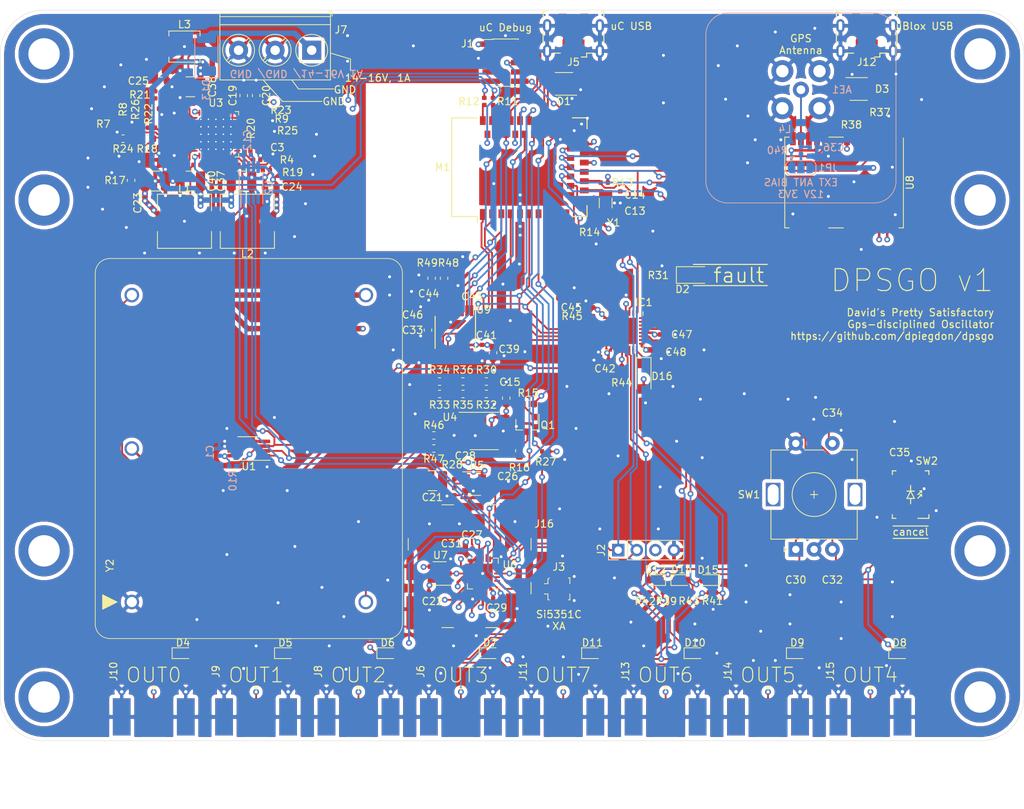
<source format=kicad_pcb>
(kicad_pcb (version 20171130) (host pcbnew 5.1.5)
  (title_block (title "David's Pretty Satisfactory Gps-disciplined Oscillator") (date 2020-04-18) (rev v1) (comment 1 "(c) 2020 by David R. Piegdon") (comment 2 https://github.com/dpiegdon/dpsgo))
  (layers (0 F.Cu mixed) (1 In1.Cu mixed) (2 In2.Cu power) (31 B.Cu mixed) (34 B.Paste user hide) (35 F.Paste user hide) (36 B.SilkS user) (37 F.SilkS user) (38 B.Mask user) (39 F.Mask user) (44 Edge.Cuts user))
  (net 0 "")
  (net 1 "Net-(AE1-Pad1)")
  (net 2 GND)
  (net 3 +3V3)
  (net 4 "Net-(C2-Pad1)")
  (net 5 "Net-(C3-Pad1)")
  (net 6 "Net-(C4-Pad1)")
  (net 7 "Net-(C5-Pad2)")
  (net 8 "Net-(C6-Pad2)")
  (net 9 "Net-(C7-Pad2)")
  (net 10 "Net-(C8-Pad2)")
  (net 11 "Net-(C9-Pad2)")
  (net 12 "Net-(C10-Pad2)")
  (net 13 "Net-(C11-Pad2)")
  (net 14 "Net-(C13-Pad2)")
  (net 15 "Net-(C14-Pad2)")
  (net 16 +12V)
  (net 17 "Net-(C16-Pad2)")
  (net 18 "Net-(C16-Pad1)")
  (net 19 "Net-(C17-Pad1)")
  (net 20 "Net-(C17-Pad2)")
  (net 21 "Net-(C18-Pad2)")
  (net 22 "Net-(C18-Pad1)")
  (net 23 "Net-(C19-Pad2)")
  (net 24 "Net-(C20-Pad2)")
  (net 25 /OCXO_OUTPUT)
  (net 26 "Net-(C21-Pad1)")
  (net 27 +1V2)
  (net 28 "Net-(C28-Pad1)")
  (net 29 +10V)
  (net 30 /ENCODER_A)
  (net 31 /ENCODER_B)
  (net 32 /ENCODER_BTN)
  (net 33 /BTN_BLUE)
  (net 34 "Net-(C36-Pad1)")
  (net 35 +15V)
  (net 36 "Net-(C43-Pad1)")
  (net 37 "Net-(C44-Pad1)")
  (net 38 /UC_VBUS)
  (net 39 /UC_USB_D+)
  (net 40 /UC_USB_D-)
  (net 41 "Net-(D2-Pad1)")
  (net 42 /FAULT)
  (net 43 /GPS_USB_D+)
  (net 44 /GPS_USB_D-)
  (net 45 /GPS_VBUS)
  (net 46 "Net-(D11-Pad1)")
  (net 47 /DISPLAY0)
  (net 48 /BLUE_LO)
  (net 49 "Net-(D12-Pad1)")
  (net 50 "Net-(D10-Pad1)")
  (net 51 /DISPLAY1)
  (net 52 /DISPLAY2)
  (net 53 "Net-(D13-Pad2)")
  (net 54 /BLUE_HI)
  (net 55 "Net-(D16-Pad1)")
  (net 56 /PLL_INT_REF)
  (net 57 /FPGA_WDT)
  (net 58 /CRESET_B)
  (net 59 /CDONE)
  (net 60 /SPI_SDO)
  (net 61 /SPI_SDI)
  (net 62 /~FPGA_CS)
  (net 63 /SPI_CLK)
  (net 64 /FPGA_INT)
  (net 65 /GPS_PULSE)
  (net 66 /TEMP_ALERT)
  (net 67 /SWDIO)
  (net 68 /SWDCLK)
  (net 69 /SWO)
  (net 70 /~UC_RESET)
  (net 71 /SDA)
  (net 72 /SCL)
  (net 73 "Net-(J3-Pad1)")
  (net 74 /CLKOUT_3)
  (net 75 /CLKOUT_2)
  (net 76 /CLKOUT_1)
  (net 77 /CLKOUT_0)
  (net 78 /CLKOUT_7)
  (net 79 /CLKOUT_6)
  (net 80 /CLKOUT_5)
  (net 81 /CLKOUT_4)
  (net 82 /GPS_VCC_RF)
  (net 83 "Net-(JP1-Pad2)")
  (net 84 /~DAC_CS)
  (net 85 /~EN_10V)
  (net 86 /PGOOD)
  (net 87 /EN_12V)
  (net 88 /EN_1V2)
  (net 89 /GPS_TXD)
  (net 90 /GPS_RXD)
  (net 91 /~GPS_RESET)
  (net 92 "Net-(M1-Pad43)")
  (net 93 "Net-(M1-Pad41)")
  (net 94 /~DAC_RESET)
  (net 95 /~DAC_LOAD)
  (net 96 /~DAC_CLEAR)
  (net 97 /DAC_VAL)
  (net 98 /PLL_INT)
  (net 99 /~DAC_ALERT)
  (net 100 /OCXO_VREF)
  (net 101 /PLL_EN)
  (net 102 "Net-(Q1-Pad1)")
  (net 103 "Net-(Q1-Pad3)")
  (net 104 "Net-(R2-Pad1)")
  (net 105 "Net-(R4-Pad1)")
  (net 106 "Net-(R6-Pad1)")
  (net 107 "Net-(R7-Pad1)")
  (net 108 "Net-(R8-Pad1)")
  (net 109 "Net-(R9-Pad1)")
  (net 110 "Net-(R17-Pad1)")
  (net 111 "Net-(R18-Pad1)")
  (net 112 "Net-(R19-Pad1)")
  (net 113 "Net-(R20-Pad1)")
  (net 114 "Net-(R21-Pad1)")
  (net 115 "Net-(R22-Pad1)")
  (net 116 "Net-(R30-Pad2)")
  (net 117 "Net-(R32-Pad2)")
  (net 118 "Net-(R33-Pad2)")
  (net 119 "Net-(R34-Pad1)")
  (net 120 "Net-(R35-Pad1)")
  (net 121 "Net-(R37-Pad1)")
  (net 122 "Net-(R38-Pad1)")
  (net 123 "Net-(R46-Pad1)")
  (net 124 /OCXO_DIGITAL)
  (module Inductor_SMD:L_0805_2012Metric (layer B.Cu) (at 139.5 56.3375 270)
    (fp_text reference L4 (at -0.0375 2.2) (layer B.SilkS) (effects (justify mirror)))
    (fp_text value DNP)
    (pad 2 smd roundrect (at 0.9375 0 270) (size 0.975 1.4) (layers B.Cu B.Paste B.Mask) (net 34 "Net-(C36-Pad1)"))
    (pad 1 smd roundrect (at -0.9375 0 270) (size 0.975 1.4) (layers B.Cu B.Paste B.Mask) (net 1 "Net-(AE1-Pad1)"))
  )
  (module Resistor_SMD:R_0402_1005Metric (layer B.Cu) (at 139.5 59.2 270)
    (fp_text reference R40 (at 0 3.2 180) (layer B.SilkS) (effects (justify mirror)))
    (fp_text value DNP)
    (pad 1 smd roundrect (at -0.485 0 270) (size 0.59 0.64) (layers B.Cu B.Paste B.Mask) (net 34 "Net-(C36-Pad1)"))
    (pad 2 smd roundrect (at 0.485 0 270) (size 0.59 0.64) (layers B.Cu B.Paste B.Mask) (net 83 "Net-(JP1-Pad2)"))
  )
  (module Capacitor_SMD:C_0402_1005Metric (layer B.Cu) (at 141.185 58.8)
    (fp_text reference C36 (at 2.8 0) (layer B.SilkS) (effects (justify mirror)))
    (fp_text value DNP)
    (pad 1 smd roundrect (at -0.485 0) (size 0.59 0.64) (layers B.Cu B.Paste B.Mask) (net 34 "Net-(C36-Pad1)"))
    (pad 2 smd roundrect (at 0.485 0) (size 0.59 0.64) (layers B.Cu B.Paste B.Mask) (net 2 GND))
  )
  (module Inductor_SMD:L_Vishay_IHLP-1616 (layer F.Cu) (at 55.200001 45)
    (fp_text reference L3 (at 0 -3.032) (layer F.SilkS))
    (fp_text value 220u)
    (pad 2 smd rect (at 1.89225 0) (size 1.8545 2.286) (layers F.Cu F.Paste F.Mask) (net 22 "Net-(C18-Pad1)"))
    (pad 1 smd rect (at -1.89225 0) (size 1.8545 2.286) (layers F.Cu F.Paste F.Mask) (net 27 +1V2))
  )
  (module Inductor_SMD:L_7.3x7.3_H4.5 (layer F.Cu) (at 63.8 68.9 180)
    (fp_text reference L2 (at 0 -4.45) (layer F.SilkS))
    (fp_text value 4u7)
    (pad 2 smd rect (at 3.2 0 180) (size 1.5 2.2) (layers F.Cu F.Paste F.Mask) (net 19 "Net-(C17-Pad1)"))
    (pad 1 smd rect (at -3.2 0 180) (size 1.5 2.2) (layers F.Cu F.Paste F.Mask) (net 3 +3V3))
  )
  (module Inductor_SMD:L_7.3x7.3_H4.5 (layer F.Cu) (at 55.2 68.900001)
    (fp_text reference L1 (at 0 -4.45) (layer F.SilkS))
    (fp_text value 4u7)
    (pad 2 smd rect (at 3.2 0) (size 1.5 2.2) (layers F.Cu F.Paste F.Mask) (net 18 "Net-(C16-Pad1)"))
    (pad 1 smd rect (at -3.2 0) (size 1.5 2.2) (layers F.Cu F.Paste F.Mask) (net 16 +12V))
  )
  (module MountingHole:MountingHole_4.3mm_M4_ISO14580_Pad (layer F.Cu) (at 36 46)
    (fp_text reference H1 hide)
    (fp_text value MountingHole)
    (pad 1 thru_hole circle (at 0 0) (size 7 7) (drill 4.3) (layers *.Cu *.Mask))
  )
  (module Resistor_SMD:R_0402_1005Metric (layer F.Cu) (at 121.8 76.3 90)
    (fp_text reference R31 (at 0 -1.8 180) (layer F.SilkS))
    (fp_text value 470)
    (pad 1 smd roundrect (at -0.485 0 90) (size 0.59 0.64) (layers F.Cu F.Paste F.Mask) (net 41 "Net-(D2-Pad1)"))
    (pad 2 smd roundrect (at 0.485 0 90) (size 0.59 0.64) (layers F.Cu F.Paste F.Mask) (net 2 GND))
  )
  (module Diode_SMD:D_1206_3216Metric (layer F.Cu) (at 124.75 76.25)
    (fp_text reference D2 (at -1.45 1.95 180) (layer F.SilkS))
    (fp_text value RED)
    (pad 2 smd roundrect (at 1.4 0) (size 1.25 1.75) (layers F.Cu F.Paste F.Mask) (roundrect_rratio 0.2) (net 42 /FAULT))
    (pad 1 smd roundrect (at -1.4 0) (size 1.25 1.75) (layers F.Cu F.Paste F.Mask) (roundrect_rratio 0.2) (net 41 "Net-(D2-Pad1)"))
  )
  (module Resistor_SMD:R_0402_1005Metric (layer F.Cu) (at 115 89.2 270)
    (fp_text reference R44 (at 1.8 0 180) (layer F.SilkS))
    (fp_text value 50)
    (pad 1 smd roundrect (at -0.485 0 270) (size 0.59 0.64) (layers F.Cu F.Paste F.Mask) (net 56 /PLL_INT_REF))
    (pad 2 smd roundrect (at 0.485 0 270) (size 0.59 0.64) (layers F.Cu F.Paste F.Mask) (net 2 GND))
  )
  (module Package_DFN_QFN:QFN-40-1EP_6x6mm_P0.5mm_EP4.6x4.6mm_ThermalVias (layer F.Cu) (at 59.5 57)
    (fp_text reference U3 (at 0 -4.3) (layer F.SilkS))
    (fp_text value TPS652510)
    (pad 40 smd roundrect (at -2.25 -2.9375) (size 0.25 0.825) (layers F.Cu F.Paste F.Mask) (net 88 /EN_1V2))
    (pad 39 smd roundrect (at -1.75 -2.9375) (size 0.25 0.825) (layers F.Cu F.Paste F.Mask) (net 21 "Net-(C18-Pad2)"))
    (pad 38 smd roundrect (at -1.25 -2.9375) (size 0.25 0.825) (layers F.Cu F.Paste F.Mask) (net 35 +15V))
    (pad 37 smd roundrect (at -0.75 -2.9375) (size 0.25 0.825) (layers F.Cu F.Paste F.Mask) (net 22 "Net-(C18-Pad1)"))
    (pad 36 smd roundrect (at -0.25 -2.9375) (size 0.25 0.825) (layers F.Cu F.Paste F.Mask) (net 22 "Net-(C18-Pad1)"))
    (pad 35 smd roundrect (at 0.25 -2.9375) (size 0.25 0.825) (layers F.Cu F.Paste F.Mask) (net 2 GND))
    (pad 34 smd roundrect (at 0.75 -2.9375) (size 0.25 0.825) (layers F.Cu F.Paste F.Mask) (net 2 GND))
    (pad 33 smd roundrect (at 1.25 -2.9375) (size 0.25 0.825) (layers F.Cu F.Paste F.Mask) (net 2 GND))
    (pad 32 smd roundrect (at 1.75 -2.9375) (size 0.25 0.825) (layers F.Cu F.Paste F.Mask) (net 2 GND))
    (pad 31 smd roundrect (at 2.25 -2.9375) (size 0.25 0.825) (layers F.Cu F.Paste F.Mask) (net 2 GND))
    (pad 30 smd roundrect (at 2.9375 -2.25) (size 0.825 0.25) (layers F.Cu F.Paste F.Mask) (net 2 GND))
    (pad 29 smd roundrect (at 2.9375 -1.75) (size 0.825 0.25) (layers F.Cu F.Paste F.Mask) (net 23 "Net-(C19-Pad2)"))
    (pad 28 smd roundrect (at 2.9375 -1.25) (size 0.825 0.25) (layers F.Cu F.Paste F.Mask) (net 24 "Net-(C20-Pad2)"))
    (pad 27 smd roundrect (at 2.9375 -0.75) (size 0.825 0.25) (layers F.Cu F.Paste F.Mask) (net 86 /PGOOD))
    (pad 26 smd roundrect (at 2.9375 -0.25) (size 0.825 0.25) (layers F.Cu F.Paste F.Mask) (net 2 GND))
    (pad 25 smd roundrect (at 2.9375 0.25) (size 0.825 0.25) (layers F.Cu F.Paste F.Mask) (net 109 "Net-(R9-Pad1)"))
    (pad 24 smd roundrect (at 2.9375 0.75) (size 0.825 0.25) (layers F.Cu F.Paste F.Mask) (net 112 "Net-(R19-Pad1)"))
    (pad 23 smd roundrect (at 2.9375 1.25) (size 0.825 0.25) (layers F.Cu F.Paste F.Mask) (net 9 "Net-(C7-Pad2)"))
    (pad 22 smd roundrect (at 2.9375 1.75) (size 0.825 0.25) (layers F.Cu F.Paste F.Mask) (net 10 "Net-(C8-Pad2)"))
    (pad 21 smd roundrect (at 2.9375 2.25) (size 0.825 0.25) (layers F.Cu F.Paste F.Mask) (net 105 "Net-(R4-Pad1)"))
    (pad 20 smd roundrect (at 2.25 2.9375) (size 0.25 0.825) (layers F.Cu F.Paste F.Mask) (net 13 "Net-(C11-Pad2)"))
    (pad 19 smd roundrect (at 1.75 2.9375) (size 0.25 0.825) (layers F.Cu F.Paste F.Mask) (net 20 "Net-(C17-Pad2)"))
    (pad 18 smd roundrect (at 1.25 2.9375) (size 0.25 0.825) (layers F.Cu F.Paste F.Mask) (net 35 +15V))
    (pad 17 smd roundrect (at 0.75 2.9375) (size 0.25 0.825) (layers F.Cu F.Paste F.Mask) (net 19 "Net-(C17-Pad1)"))
    (pad 16 smd roundrect (at 0.25 2.9375) (size 0.25 0.825) (layers F.Cu F.Paste F.Mask) (net 19 "Net-(C17-Pad1)"))
    (pad 15 smd roundrect (at -0.25 2.9375) (size 0.25 0.825) (layers F.Cu F.Paste F.Mask) (net 18 "Net-(C16-Pad1)"))
    (pad 14 smd roundrect (at -0.75 2.9375) (size 0.25 0.825) (layers F.Cu F.Paste F.Mask) (net 18 "Net-(C16-Pad1)"))
    (pad 13 smd roundrect (at -1.25 2.9375) (size 0.25 0.825) (layers F.Cu F.Paste F.Mask) (net 35 +15V))
    (pad 12 smd roundrect (at -1.75 2.9375) (size 0.25 0.825) (layers F.Cu F.Paste F.Mask) (net 17 "Net-(C16-Pad2)"))
    (pad 11 smd roundrect (at -2.25 2.9375) (size 0.25 0.825) (layers F.Cu F.Paste F.Mask) (net 87 /EN_12V))
    (pad 10 smd roundrect (at -2.9375 2.25) (size 0.825 0.25) (layers F.Cu F.Paste F.Mask) (net 104 "Net-(R2-Pad1)"))
    (pad 9 smd roundrect (at -2.9375 1.75) (size 0.825 0.25) (layers F.Cu F.Paste F.Mask) (net 8 "Net-(C6-Pad2)"))
    (pad 8 smd roundrect (at -2.9375 1.25) (size 0.825 0.25) (layers F.Cu F.Paste F.Mask) (net 7 "Net-(C5-Pad2)"))
    (pad 7 smd roundrect (at -2.9375 0.75) (size 0.825 0.25) (layers F.Cu F.Paste F.Mask) (net 110 "Net-(R17-Pad1)"))
    (pad 6 smd roundrect (at -2.9375 0.25) (size 0.825 0.25) (layers F.Cu F.Paste F.Mask) (net 108 "Net-(R8-Pad1)"))
    (pad 5 smd roundrect (at -2.9375 -0.25) (size 0.825 0.25) (layers F.Cu F.Paste F.Mask) (net 2 GND))
    (pad 4 smd roundrect (at -2.9375 -0.75) (size 0.825 0.25) (layers F.Cu F.Paste F.Mask) (net 114 "Net-(R21-Pad1)"))
    (pad 3 smd roundrect (at -2.9375 -1.25) (size 0.825 0.25) (layers F.Cu F.Paste F.Mask) (net 11 "Net-(C9-Pad2)"))
    (pad 2 smd roundrect (at -2.9375 -1.75) (size 0.825 0.25) (layers F.Cu F.Paste F.Mask) (net 12 "Net-(C10-Pad2)"))
    (pad 1 smd roundrect (at -2.9375 -2.25) (size 0.825 0.25) (layers F.Cu F.Paste F.Mask) (net 106 "Net-(R6-Pad1)"))
    (pad 41 smd roundrect (at 0 0) (size 4.6 4.6) (layers B.Cu) (roundrect_rratio 0.054348) (net 2 GND))
    (pad 41 thru_hole circle (at 2.05 2.05) (size 0.5 0.5) (drill 0.2) (layers *.Cu) (net 2 GND))
    (pad 41 thru_hole circle (at 1.025 2.05) (size 0.5 0.5) (drill 0.2) (layers *.Cu) (net 2 GND))
    (pad 41 thru_hole circle (at 0 2.05) (size 0.5 0.5) (drill 0.2) (layers *.Cu) (net 2 GND))
    (pad 41 thru_hole circle (at -1.025 2.05) (size 0.5 0.5) (drill 0.2) (layers *.Cu) (net 2 GND))
    (pad 41 thru_hole circle (at -2.05 2.05) (size 0.5 0.5) (drill 0.2) (layers *.Cu) (net 2 GND))
    (pad 41 thru_hole circle (at 2.05 1.025) (size 0.5 0.5) (drill 0.2) (layers *.Cu) (net 2 GND))
    (pad 41 thru_hole circle (at 1.025 1.025) (size 0.5 0.5) (drill 0.2) (layers *.Cu) (net 2 GND))
    (pad 41 thru_hole circle (at 0 1.025) (size 0.5 0.5) (drill 0.2) (layers *.Cu) (net 2 GND))
    (pad 41 thru_hole circle (at -1.025 1.025) (size 0.5 0.5) (drill 0.2) (layers *.Cu) (net 2 GND))
    (pad 41 thru_hole circle (at -2.05 1.025) (size 0.5 0.5) (drill 0.2) (layers *.Cu) (net 2 GND))
    (pad 41 thru_hole circle (at 2.05 0) (size 0.5 0.5) (drill 0.2) (layers *.Cu) (net 2 GND))
    (pad 41 thru_hole circle (at 1.025 0) (size 0.5 0.5) (drill 0.2) (layers *.Cu) (net 2 GND))
    (pad 41 thru_hole circle (at 0 0) (size 0.5 0.5) (drill 0.2) (layers *.Cu) (net 2 GND))
    (pad 41 thru_hole circle (at -1.025 0) (size 0.5 0.5) (drill 0.2) (layers *.Cu) (net 2 GND))
    (pad 41 thru_hole circle (at -2.05 0) (size 0.5 0.5) (drill 0.2) (layers *.Cu) (net 2 GND))
    (pad 41 thru_hole circle (at 2.05 -1.025) (size 0.5 0.5) (drill 0.2) (layers *.Cu) (net 2 GND))
    (pad 41 thru_hole circle (at 1.025 -1.025) (size 0.5 0.5) (drill 0.2) (layers *.Cu) (net 2 GND))
    (pad 41 thru_hole circle (at 0 -1.025) (size 0.5 0.5) (drill 0.2) (layers *.Cu) (net 2 GND))
    (pad 41 thru_hole circle (at -1.025 -1.025) (size 0.5 0.5) (drill 0.2) (layers *.Cu) (net 2 GND))
    (pad 41 thru_hole circle (at -2.05 -1.025) (size 0.5 0.5) (drill 0.2) (layers *.Cu) (net 2 GND))
    (pad 41 thru_hole circle (at 2.05 -2.05) (size 0.5 0.5) (drill 0.2) (layers *.Cu) (net 2 GND))
    (pad 41 thru_hole circle (at 1.025 -2.05) (size 0.5 0.5) (drill 0.2) (layers *.Cu) (net 2 GND))
    (pad 41 thru_hole circle (at 0 -2.05) (size 0.5 0.5) (drill 0.2) (layers *.Cu) (net 2 GND))
    (pad 41 thru_hole circle (at -1.025 -2.05) (size 0.5 0.5) (drill 0.2) (layers *.Cu) (net 2 GND))
    (pad 41 thru_hole circle (at -2.05 -2.05) (size 0.5 0.5) (drill 0.2) (layers *.Cu) (net 2 GND))
    (pad 41 smd roundrect (at 0 0) (size 4.6 4.6) (layers F.Cu F.Mask) (roundrect_rratio 0.054348) (net 2 GND))
  )
  (module Capacitor_SMD:C_0402_1005Metric (layer B.Cu) (at 60 100.5 270)
    (fp_text reference C1 (at 0 1.3 270) (layer B.SilkS) (effects (justify mirror)))
    (fp_text value 100n)
    (pad 2 smd roundrect (at 0.485 0 270) (size 0.59 0.64) (layers B.Cu B.Paste B.Mask) (net 3 +3V3))
    (pad 1 smd roundrect (at -0.485 0 270) (size 0.59 0.64) (layers B.Cu B.Paste B.Mask) (net 2 GND))
  )
  (module Capacitor_SMD:C_0402_1005Metric (layer F.Cu) (at 52.6 58.800001 270)
    (fp_text reference C2 hide)
    (fp_text value 47n)
    (pad 2 smd roundrect (at 0.485 0 270) (size 0.59 0.64) (layers F.Cu F.Paste F.Mask) (net 2 GND))
    (pad 1 smd roundrect (at -0.485 0 270) (size 0.59 0.64) (layers F.Cu F.Paste F.Mask) (net 4 "Net-(C2-Pad1)"))
  )
  (module Capacitor_SMD:C_0402_1005Metric (layer F.Cu) (at 66.4 58.8 270)
    (fp_text reference C3 (at 0 -1.5 180) (layer F.SilkS))
    (fp_text value 47n)
    (pad 1 smd roundrect (at -0.485 0 270) (size 0.59 0.64) (layers F.Cu F.Paste F.Mask) (net 5 "Net-(C3-Pad1)"))
    (pad 2 smd roundrect (at 0.485 0 270) (size 0.59 0.64) (layers F.Cu F.Paste F.Mask) (net 2 GND))
  )
  (module Capacitor_SMD:C_0402_1005Metric (layer F.Cu) (at 52.6 55.2 90)
    (fp_text reference C4 hide)
    (fp_text value 10u)
    (pad 2 smd roundrect (at 0.485 0 90) (size 0.59 0.64) (layers F.Cu F.Paste F.Mask) (net 2 GND))
    (pad 1 smd roundrect (at -0.485 0 90) (size 0.59 0.64) (layers F.Cu F.Paste F.Mask) (net 6 "Net-(C4-Pad1)"))
  )
  (module Capacitor_SMD:C_0402_1005Metric (layer F.Cu) (at 54.3 59.300001)
    (fp_text reference C5 hide)
    (fp_text value 12p)
    (pad 1 smd roundrect (at -0.485 0) (size 0.59 0.64) (layers F.Cu F.Paste F.Mask) (net 2 GND))
    (pad 2 smd roundrect (at 0.485 0) (size 0.59 0.64) (layers F.Cu F.Paste F.Mask) (net 7 "Net-(C5-Pad2)"))
  )
  (module Capacitor_SMD:C_0402_1005Metric (layer F.Cu) (at 54.3 60.499999)
    (fp_text reference C6 hide)
    (fp_text value 4n7)
    (pad 1 smd roundrect (at -0.485 0) (size 0.59 0.64) (layers F.Cu F.Paste F.Mask) (net 2 GND))
    (pad 2 smd roundrect (at 0.485 0) (size 0.59 0.64) (layers F.Cu F.Paste F.Mask) (net 8 "Net-(C6-Pad2)"))
  )
  (module Capacitor_SMD:C_0402_1005Metric (layer F.Cu) (at 64.700001 59.3 180)
    (fp_text reference C7 hide)
    (fp_text value 82p)
    (pad 2 smd roundrect (at 0.485 0 180) (size 0.59 0.64) (layers F.Cu F.Paste F.Mask) (net 9 "Net-(C7-Pad2)"))
    (pad 1 smd roundrect (at -0.485 0 180) (size 0.59 0.64) (layers F.Cu F.Paste F.Mask) (net 2 GND))
  )
  (module Capacitor_SMD:C_0402_1005Metric (layer F.Cu) (at 65.085 60.5 180)
    (fp_text reference C8 hide)
    (fp_text value 4n7)
    (pad 1 smd roundrect (at -0.485 0 180) (size 0.59 0.64) (layers F.Cu F.Paste F.Mask) (net 2 GND))
    (pad 2 smd roundrect (at 0.485 0 180) (size 0.59 0.64) (layers F.Cu F.Paste F.Mask) (net 10 "Net-(C8-Pad2)"))
  )
  (module Capacitor_SMD:C_0402_1005Metric (layer F.Cu) (at 54.3 54.7)
    (fp_text reference C9 hide)
    (fp_text value 22p)
    (pad 2 smd roundrect (at 0.485 0) (size 0.59 0.64) (layers F.Cu F.Paste F.Mask) (net 11 "Net-(C9-Pad2)"))
    (pad 1 smd roundrect (at -0.485 0) (size 0.59 0.64) (layers F.Cu F.Paste F.Mask) (net 2 GND))
  )
  (module Capacitor_SMD:C_0402_1005Metric (layer F.Cu) (at 54.3 53.5)
    (fp_text reference C10 hide)
    (fp_text value 4n7)
    (pad 2 smd roundrect (at 0.485 0) (size 0.59 0.64) (layers F.Cu F.Paste F.Mask) (net 12 "Net-(C10-Pad2)"))
    (pad 1 smd roundrect (at -0.485 0) (size 0.59 0.64) (layers F.Cu F.Paste F.Mask) (net 2 GND))
  )
  (module Capacitor_SMD:C_0402_1005Metric (layer F.Cu) (at 66.4 61.9 180)
    (fp_text reference C11 hide)
    (fp_text value 100n)
    (pad 2 smd roundrect (at 0.485 0 180) (size 0.59 0.64) (layers F.Cu F.Paste F.Mask) (net 13 "Net-(C11-Pad2)"))
    (pad 1 smd roundrect (at -0.485 0 180) (size 0.59 0.64) (layers F.Cu F.Paste F.Mask) (net 2 GND))
  )
  (module Capacitor_SMD:C_0402_1005Metric (layer B.Cu) (at 63.799999 59.8)
    (fp_text reference C12 (at 0 -2 270) (layer B.SilkS) (effects (justify mirror)))
    (fp_text value 100n)
    (pad 2 smd roundrect (at 0.485 0) (size 0.59 0.64) (layers B.Cu B.Paste B.Mask) (net 3 +3V3))
    (pad 1 smd roundrect (at -0.485 0) (size 0.59 0.64) (layers B.Cu B.Paste B.Mask) (net 2 GND))
  )
  (module Capacitor_SMD:C_0402_1005Metric (layer F.Cu) (at 114.8 67.5 270)
    (fp_text reference C13 (at 0 -2 180) (layer F.SilkS))
    (fp_text value DNP)
    (pad 1 smd roundrect (at -0.485 0 270) (size 0.59 0.64) (layers F.Cu F.Paste F.Mask) (net 2 GND))
    (pad 2 smd roundrect (at 0.485 0 270) (size 0.59 0.64) (layers F.Cu F.Paste F.Mask) (net 14 "Net-(C13-Pad2)"))
  )
  (module Capacitor_SMD:C_0402_1005Metric (layer F.Cu) (at 114.8 65.3 90)
    (fp_text reference C14 (at 0 2) (layer F.SilkS))
    (fp_text value DNP)
    (pad 2 smd roundrect (at 0.485 0 90) (size 0.59 0.64) (layers F.Cu F.Paste F.Mask) (net 15 "Net-(C14-Pad2)"))
    (pad 1 smd roundrect (at -0.485 0 90) (size 0.59 0.64) (layers F.Cu F.Paste F.Mask) (net 2 GND))
  )
  (module Capacitor_SMD:C_0603_1608Metric (layer F.Cu) (at 99.2 93.099999 270)
    (fp_text reference C15 (at -2.199999 -0.5 180) (layer F.SilkS))
    (fp_text value 1u)
    (pad 2 smd roundrect (at 0.7875 0 270) (size 0.875 0.95) (layers F.Cu F.Paste F.Mask) (net 16 +12V))
    (pad 1 smd roundrect (at -0.7875 0 270) (size 0.875 0.95) (layers F.Cu F.Paste F.Mask) (net 2 GND))
  )
  (module Capacitor_SMD:C_0402_1005Metric (layer F.Cu) (at 56.9 61.200002)
    (fp_text reference C16 hide)
    (fp_text value 47n)
    (pad 2 smd roundrect (at 0.485 0) (size 0.59 0.64) (layers F.Cu F.Paste F.Mask) (net 17 "Net-(C16-Pad2)"))
    (pad 1 smd roundrect (at -0.485 0) (size 0.59 0.64) (layers F.Cu F.Paste F.Mask) (net 18 "Net-(C16-Pad1)"))
  )
  (module Capacitor_SMD:C_0402_1005Metric (layer F.Cu) (at 62.099999 61.2 180)
    (fp_text reference C17 hide)
    (fp_text value 47n)
    (pad 1 smd roundrect (at -0.485 0 180) (size 0.59 0.64) (layers F.Cu F.Paste F.Mask) (net 19 "Net-(C17-Pad1)"))
    (pad 2 smd roundrect (at 0.485 0 180) (size 0.59 0.64) (layers F.Cu F.Paste F.Mask) (net 20 "Net-(C17-Pad2)"))
  )
  (module Capacitor_SMD:C_0402_1005Metric (layer F.Cu) (at 56.9 52.8)
    (fp_text reference C18 hide)
    (fp_text value 47n)
    (pad 1 smd roundrect (at -0.485 0) (size 0.59 0.64) (layers F.Cu F.Paste F.Mask) (net 22 "Net-(C18-Pad1)"))
    (pad 2 smd roundrect (at 0.485 0) (size 0.59 0.64) (layers F.Cu F.Paste F.Mask) (net 21 "Net-(C18-Pad2)"))
  )
  (module Capacitor_SMD:C_0603_1608Metric (layer F.Cu) (at 63.3 51.7 270)
    (fp_text reference C19 (at 0 1.5 90) (layer F.SilkS))
    (fp_text value 10u)
    (pad 2 smd roundrect (at 0.7875 0 270) (size 0.875 0.95) (layers F.Cu F.Paste F.Mask) (net 23 "Net-(C19-Pad2)"))
    (pad 1 smd roundrect (at -0.7875 0 270) (size 0.875 0.95) (layers F.Cu F.Paste F.Mask) (net 2 GND))
  )
  (module Capacitor_SMD:C_0603_1608Metric (layer F.Cu) (at 65.000001 51.7 270)
    (fp_text reference C20 (at 0 -1.4 90) (layer F.SilkS))
    (fp_text value 10u)
    (pad 1 smd roundrect (at -0.7875 0 270) (size 0.875 0.95) (layers F.Cu F.Paste F.Mask) (net 2 GND))
    (pad 2 smd roundrect (at 0.7875 0 270) (size 0.875 0.95) (layers F.Cu F.Paste F.Mask) (net 24 "Net-(C20-Pad2)"))
  )
  (module Capacitor_SMD:C_1210_3225Metric (layer F.Cu) (at 89.1 104.4 180)
    (fp_text reference C21 (at 0 -2.28) (layer F.SilkS))
    (fp_text value 10u)
    (pad 1 smd roundrect (at -1.4 0 180) (size 1.25 2.65) (layers F.Cu F.Paste F.Mask) (roundrect_rratio 0.2) (net 26 "Net-(C21-Pad1)"))
    (pad 2 smd roundrect (at 1.4 0 180) (size 1.25 2.65) (layers F.Cu F.Paste F.Mask) (roundrect_rratio 0.2) (net 25 /OCXO_OUTPUT))
  )
  (module Capacitor_SMD:C_0402_1005Metric (layer F.Cu) (at 89.1 119.6)
    (fp_text reference C22 (at 0 1.3) (layer F.SilkS))
    (fp_text value 100n)
    (pad 1 smd roundrect (at -0.485 0) (size 0.59 0.64) (layers F.Cu F.Paste F.Mask) (net 3 +3V3))
    (pad 2 smd roundrect (at 0.485 0) (size 0.59 0.64) (layers F.Cu F.Paste F.Mask) (net 2 GND))
  )
  (module Capacitor_SMD:C_1210_3225Metric (layer F.Cu) (at 51.2 63.4)
    (fp_text reference C23 (at -2.4 3 270) (layer F.SilkS))
    (fp_text value 10u)
    (pad 1 smd roundrect (at -1.4 0) (size 1.25 2.65) (layers F.Cu F.Paste F.Mask) (roundrect_rratio 0.2) (net 16 +12V))
    (pad 2 smd roundrect (at 1.4 0) (size 1.25 2.65) (layers F.Cu F.Paste F.Mask) (roundrect_rratio 0.2) (net 2 GND))
  )
  (module Capacitor_SMD:C_0603_1608Metric (layer F.Cu) (at 67.000001 64.2 180)
    (fp_text reference C24 (at -2.899999 0) (layer F.SilkS))
    (fp_text value 4u7)
    (pad 2 smd roundrect (at 0.7875 0 180) (size 0.875 0.95) (layers F.Cu F.Paste F.Mask) (net 2 GND))
    (pad 1 smd roundrect (at -0.7875 0 180) (size 0.875 0.95) (layers F.Cu F.Paste F.Mask) (net 3 +3V3))
  )
  (module Capacitor_SMD:C_0603_1608Metric (layer F.Cu) (at 52 49.7)
    (fp_text reference C25 (at -3.1 0) (layer F.SilkS))
    (fp_text value 1u)
    (pad 2 smd roundrect (at 0.7875 0) (size 0.875 0.95) (layers F.Cu F.Paste F.Mask) (net 2 GND))
    (pad 1 smd roundrect (at -0.7875 0) (size 0.875 0.95) (layers F.Cu F.Paste F.Mask) (net 27 +1V2))
  )
  (module Capacitor_SMD:C_0402_1005Metric (layer F.Cu) (at 97.4 103.8 90)
    (fp_text reference C26 (at 0 2 180) (layer F.SilkS))
    (fp_text value 100n)
    (pad 2 smd roundrect (at 0.485 0 90) (size 0.59 0.64) (layers F.Cu F.Paste F.Mask) (net 2 GND))
    (pad 1 smd roundrect (at -0.485 0 90) (size 0.59 0.64) (layers F.Cu F.Paste F.Mask) (net 3 +3V3))
  )
  (module Capacitor_SMD:C_0402_1005Metric (layer F.Cu) (at 94.1 113.7)
    (fp_text reference C27 (at 0.4 -1.9) (layer F.SilkS))
    (fp_text value 100n)
    (pad 2 smd roundrect (at 0.485 0) (size 0.59 0.64) (layers F.Cu F.Paste F.Mask) (net 2 GND))
    (pad 1 smd roundrect (at -0.485 0) (size 0.59 0.64) (layers F.Cu F.Paste F.Mask) (net 3 +3V3))
  )
  (module Capacitor_SMD:C_0402_1005Metric (layer F.Cu) (at 91.7 99.9 90)
    (fp_text reference C28 (at -1.1 1.9 180) (layer F.SilkS))
    (fp_text value 10n)
    (pad 2 smd roundrect (at 0.485 0 90) (size 0.59 0.64) (layers F.Cu F.Paste F.Mask) (net 29 +10V))
    (pad 1 smd roundrect (at -0.485 0 90) (size 0.59 0.64) (layers F.Cu F.Paste F.Mask) (net 28 "Net-(C28-Pad1)"))
  )
  (module Capacitor_SMD:C_0402_1005Metric (layer F.Cu) (at 97.9 120.5)
    (fp_text reference C29 (at 0 1.3) (layer F.SilkS))
    (fp_text value 100n)
    (pad 2 smd roundrect (at 0.485 0) (size 0.59 0.64) (layers F.Cu F.Paste F.Mask) (net 2 GND))
    (pad 1 smd roundrect (at -0.485 0) (size 0.59 0.64) (layers F.Cu F.Paste F.Mask) (net 3 +3V3))
  )
  (module Capacitor_SMD:C_0402_1005Metric (layer F.Cu) (at 138.8 116.8 180)
    (fp_text reference C30 (at 0 -1.17) (layer F.SilkS))
    (fp_text value 10n)
    (pad 2 smd roundrect (at 0.485 0 180) (size 0.59 0.64) (layers F.Cu F.Paste F.Mask) (net 2 GND))
    (pad 1 smd roundrect (at -0.485 0 180) (size 0.59 0.64) (layers F.Cu F.Paste F.Mask) (net 30 /ENCODER_A))
  )
  (module Capacitor_SMD:C_0402_1005Metric (layer F.Cu) (at 92.1 114.1 180)
    (fp_text reference C31 (at 0.4 1.1) (layer F.SilkS))
    (fp_text value 100n)
    (pad 1 smd roundrect (at -0.485 0 180) (size 0.59 0.64) (layers F.Cu F.Paste F.Mask) (net 3 +3V3))
    (pad 2 smd roundrect (at 0.485 0 180) (size 0.59 0.64) (layers F.Cu F.Paste F.Mask) (net 2 GND))
  )
  (module Capacitor_SMD:C_0402_1005Metric (layer F.Cu) (at 143.8 116.8 180)
    (fp_text reference C32 (at 0 -1.17) (layer F.SilkS))
    (fp_text value 10n)
    (pad 1 smd roundrect (at -0.485 0 180) (size 0.59 0.64) (layers F.Cu F.Paste F.Mask) (net 31 /ENCODER_B))
    (pad 2 smd roundrect (at 0.485 0 180) (size 0.59 0.64) (layers F.Cu F.Paste F.Mask) (net 2 GND))
  )
  (module Capacitor_SMD:C_0603_1608Metric (layer F.Cu) (at 88.5 83.8 270)
    (fp_text reference C33 (at 0 2.1 180) (layer F.SilkS))
    (fp_text value 10u)
    (pad 2 smd roundrect (at 0.7875 0 270) (size 0.875 0.95) (layers F.Cu F.Paste F.Mask) (net 2 GND))
    (pad 1 smd roundrect (at -0.7875 0 270) (size 0.875 0.95) (layers F.Cu F.Paste F.Mask) (net 29 +10V))
  )
  (module Capacitor_SMD:C_0402_1005Metric (layer F.Cu) (at 143.8 96.3)
    (fp_text reference C34 (at 0 -1.17) (layer F.SilkS))
    (fp_text value 10n)
    (pad 1 smd roundrect (at -0.485 0) (size 0.59 0.64) (layers F.Cu F.Paste F.Mask) (net 32 /ENCODER_BTN))
    (pad 2 smd roundrect (at 0.485 0) (size 0.59 0.64) (layers F.Cu F.Paste F.Mask) (net 2 GND))
  )
  (module Capacitor_SMD:C_0402_1005Metric (layer F.Cu) (at 153 101.7)
    (fp_text reference C35 (at 0 -1.17) (layer F.SilkS))
    (fp_text value 100n)
    (pad 1 smd roundrect (at -0.485 0) (size 0.59 0.64) (layers F.Cu F.Paste F.Mask) (net 33 /BTN_BLUE))
    (pad 2 smd roundrect (at 0.485 0) (size 0.59 0.64) (layers F.Cu F.Paste F.Mask) (net 2 GND))
  )
  (module Capacitor_SMD:C_1210_3225Metric (layer F.Cu) (at 63 63.4 180)
    (fp_text reference C37 (at 2.8 0 270) (layer F.SilkS))
    (fp_text value 10u)
    (pad 2 smd roundrect (at 1.4 0 180) (size 1.25 2.65) (layers F.Cu F.Paste F.Mask) (roundrect_rratio 0.2) (net 35 +15V))
    (pad 1 smd roundrect (at -1.4 0 180) (size 1.25 2.65) (layers F.Cu F.Paste F.Mask) (roundrect_rratio 0.2) (net 2 GND))
  )
  (module Capacitor_SMD:C_1210_3225Metric (layer F.Cu) (at 56 50.499999)
    (fp_text reference C38 (at 3 0 270) (layer F.SilkS))
    (fp_text value 10u)
    (pad 1 smd roundrect (at -1.4 0) (size 1.25 2.65) (layers F.Cu F.Paste F.Mask) (roundrect_rratio 0.2) (net 2 GND))
    (pad 2 smd roundrect (at 1.4 0) (size 1.25 2.65) (layers F.Cu F.Paste F.Mask) (roundrect_rratio 0.2) (net 35 +15V))
  )
  (module Capacitor_SMD:C_0603_1608Metric (layer F.Cu) (at 97.400001 86.9 90)
    (fp_text reference C39 (at 0.5 2.199999 180) (layer F.SilkS))
    (fp_text value 10u)
    (pad 1 smd roundrect (at -0.7875 0 90) (size 0.875 0.95) (layers F.Cu F.Paste F.Mask) (net 2 GND))
    (pad 2 smd roundrect (at 0.7875 0 90) (size 0.875 0.95) (layers F.Cu F.Paste F.Mask) (net 3 +3V3))
  )
  (module Capacitor_SMD:C_1210_3225Metric (layer F.Cu) (at 55.999999 63.4)
    (fp_text reference C40 (at 2.9 0 270) (layer F.SilkS))
    (fp_text value 10u)
    (pad 2 smd roundrect (at 1.4 0) (size 1.25 2.65) (layers F.Cu F.Paste F.Mask) (roundrect_rratio 0.2) (net 35 +15V))
    (pad 1 smd roundrect (at -1.4 0) (size 1.25 2.65) (layers F.Cu F.Paste F.Mask) (roundrect_rratio 0.2) (net 2 GND))
  )
  (module Capacitor_SMD:C_0402_1005Metric (layer F.Cu) (at 95.899999 86.299999 90)
    (fp_text reference C41 (at 1.799999 0.600001 180) (layer F.SilkS))
    (fp_text value 100n)
    (pad 1 smd roundrect (at -0.485 0 90) (size 0.59 0.64) (layers F.Cu F.Paste F.Mask) (net 2 GND))
    (pad 2 smd roundrect (at 0.485 0 90) (size 0.59 0.64) (layers F.Cu F.Paste F.Mask) (net 3 +3V3))
  )
  (module Capacitor_SMD:C_0402_1005Metric (layer F.Cu) (at 112.7 87.9 180)
    (fp_text reference C42 (at 0 -1.17) (layer F.SilkS))
    (fp_text value 100n)
    (pad 2 smd roundrect (at 0.485 0 180) (size 0.59 0.64) (layers F.Cu F.Paste F.Mask) (net 2 GND))
    (pad 1 smd roundrect (at -0.485 0 180) (size 0.59 0.64) (layers F.Cu F.Paste F.Mask) (net 3 +3V3))
  )
  (module Capacitor_SMD:C_0402_1005Metric (layer F.Cu) (at 92.6 78.915 90)
    (fp_text reference C43 (at -0.285 1.9 180) (layer F.SilkS))
    (fp_text value 10n)
    (pad 2 smd roundrect (at 0.485 0 90) (size 0.59 0.64) (layers F.Cu F.Paste F.Mask) (net 2 GND))
    (pad 1 smd roundrect (at -0.485 0 90) (size 0.59 0.64) (layers F.Cu F.Paste F.Mask) (net 36 "Net-(C43-Pad1)"))
  )
  (module Capacitor_SMD:C_0402_1005Metric (layer F.Cu) (at 91 78.8)
    (fp_text reference C44 (at -2.4 0 180) (layer F.SilkS))
    (fp_text value 10p)
    (pad 2 smd roundrect (at 0.485 0) (size 0.59 0.64) (layers F.Cu F.Paste F.Mask) (net 2 GND))
    (pad 1 smd roundrect (at -0.485 0) (size 0.59 0.64) (layers F.Cu F.Paste F.Mask) (net 37 "Net-(C44-Pad1)"))
  )
  (module Capacitor_SMD:C_0402_1005Metric (layer F.Cu) (at 110.6 80.7 180)
    (fp_text reference C45 (at 2.5 0) (layer F.SilkS))
    (fp_text value 100n)
    (pad 1 smd roundrect (at -0.485 0 180) (size 0.59 0.64) (layers F.Cu F.Paste F.Mask) (net 3 +3V3))
    (pad 2 smd roundrect (at 0.485 0 180) (size 0.59 0.64) (layers F.Cu F.Paste F.Mask) (net 2 GND))
  )
  (module Capacitor_SMD:C_0402_1005Metric (layer F.Cu) (at 88.6 81.100001 270)
    (fp_text reference C46 (at 0.599999 2.2 180) (layer F.SilkS))
    (fp_text value 100n)
    (pad 2 smd roundrect (at 0.485 0 270) (size 0.59 0.64) (layers F.Cu F.Paste F.Mask) (net 29 +10V))
    (pad 1 smd roundrect (at -0.485 0 270) (size 0.59 0.64) (layers F.Cu F.Paste F.Mask) (net 2 GND))
  )
  (module Capacitor_SMD:C_0402_1005Metric (layer F.Cu) (at 120.7 84.4)
    (fp_text reference C47 (at 2.5 0) (layer F.SilkS))
    (fp_text value 100n)
    (pad 1 smd roundrect (at -0.485 0) (size 0.59 0.64) (layers F.Cu F.Paste F.Mask) (net 3 +3V3))
    (pad 2 smd roundrect (at 0.485 0) (size 0.59 0.64) (layers F.Cu F.Paste F.Mask) (net 2 GND))
  )
  (module Capacitor_SMD:C_0402_1005Metric (layer F.Cu) (at 119.9 86.8)
    (fp_text reference C48 (at 2.5 0) (layer F.SilkS))
    (fp_text value 100n)
    (pad 2 smd roundrect (at 0.485 0) (size 0.59 0.64) (layers F.Cu F.Paste F.Mask) (net 2 GND))
    (pad 1 smd roundrect (at -0.485 0) (size 0.59 0.64) (layers F.Cu F.Paste F.Mask) (net 27 +1V2))
  )
  (module Package_TO_SOT_SMD:SOT-143 (layer F.Cu) (at 107.1 50.1 180)
    (fp_text reference D1 (at 0.02 -2.38) (layer F.SilkS))
    (fp_text value PRTR5V0U2X)
    (pad 1 smd rect (at -1.1 -0.77 90) (size 1.2 1.4) (layers F.Cu F.Paste F.Mask) (net 2 GND))
    (pad 2 smd rect (at -1.1 0.95 90) (size 1 1.4) (layers F.Cu F.Paste F.Mask) (net 40 /UC_USB_D-))
    (pad 3 smd rect (at 1.1 0.95 90) (size 1 1.4) (layers F.Cu F.Paste F.Mask) (net 39 /UC_USB_D+))
    (pad 4 smd rect (at 1.1 -0.95 90) (size 1 1.4) (layers F.Cu F.Paste F.Mask) (net 38 /UC_VBUS))
  )
  (module Package_TO_SOT_SMD:SOT-143 (layer F.Cu) (at 147.4 50.8)
    (fp_text reference D3 (at 3.2 0) (layer F.SilkS))
    (fp_text value PRTR5V0U2X)
    (pad 4 smd rect (at 1.1 -0.95 270) (size 1 1.4) (layers F.Cu F.Paste F.Mask) (net 45 /GPS_VBUS))
    (pad 3 smd rect (at 1.1 0.95 270) (size 1 1.4) (layers F.Cu F.Paste F.Mask) (net 44 /GPS_USB_D-))
    (pad 2 smd rect (at -1.1 0.95 270) (size 1 1.4) (layers F.Cu F.Paste F.Mask) (net 43 /GPS_USB_D+))
    (pad 1 smd rect (at -1.1 -0.77 270) (size 1.2 1.4) (layers F.Cu F.Paste F.Mask) (net 2 GND))
  )
  (module Diode_SMD:D_0603_1608Metric (layer F.Cu) (at 55 128)
    (fp_text reference D4 (at 0 -1.43) (layer F.SilkS))
    (fp_text value OUT0)
    (pad 2 smd roundrect (at 0.7875 0) (size 0.875 0.95) (layers F.Cu F.Paste F.Mask) (net 47 /DISPLAY0))
    (pad 1 smd roundrect (at -0.7875 0) (size 0.875 0.95) (layers F.Cu F.Paste F.Mask) (net 46 "Net-(D11-Pad1)"))
  )
  (module Diode_SMD:D_0603_1608Metric (layer F.Cu) (at 69 128)
    (fp_text reference D5 (at 0 -1.43) (layer F.SilkS))
    (fp_text value OUT1)
    (pad 1 smd roundrect (at -0.7875 0) (size 0.875 0.95) (layers F.Cu F.Paste F.Mask) (net 48 /BLUE_LO))
    (pad 2 smd roundrect (at 0.7875 0) (size 0.875 0.95) (layers F.Cu F.Paste F.Mask) (net 47 /DISPLAY0))
  )
  (module Diode_SMD:D_0603_1608Metric (layer F.Cu) (at 83 128)
    (fp_text reference D6 (at 0 -1.43) (layer F.SilkS))
    (fp_text value OUT2)
    (pad 1 smd roundrect (at -0.7875 0) (size 0.875 0.95) (layers F.Cu F.Paste F.Mask) (net 49 "Net-(D12-Pad1)"))
    (pad 2 smd roundrect (at 0.7875 0) (size 0.875 0.95) (layers F.Cu F.Paste F.Mask) (net 47 /DISPLAY0))
  )
  (module Diode_SMD:D_0603_1608Metric (layer F.Cu) (at 97 128)
    (fp_text reference D7 (at 0 -1.43) (layer F.SilkS))
    (fp_text value OUT3)
    (pad 2 smd roundrect (at 0.7875 0) (size 0.875 0.95) (layers F.Cu F.Paste F.Mask) (net 51 /DISPLAY1))
    (pad 1 smd roundrect (at -0.7875 0) (size 0.875 0.95) (layers F.Cu F.Paste F.Mask) (net 50 "Net-(D10-Pad1)"))
  )
  (module Diode_SMD:D_0603_1608Metric (layer F.Cu) (at 153 128)
    (fp_text reference D8 (at 0 -1.43) (layer F.SilkS))
    (fp_text value OUT4)
    (pad 1 smd roundrect (at -0.7875 0) (size 0.875 0.95) (layers F.Cu F.Paste F.Mask) (net 48 /BLUE_LO))
    (pad 2 smd roundrect (at 0.7875 0) (size 0.875 0.95) (layers F.Cu F.Paste F.Mask) (net 51 /DISPLAY1))
  )
  (module Diode_SMD:D_0603_1608Metric (layer F.Cu) (at 139 128)
    (fp_text reference D9 (at 0 -1.43) (layer F.SilkS))
    (fp_text value OUT5)
    (pad 1 smd roundrect (at -0.7875 0) (size 0.875 0.95) (layers F.Cu F.Paste F.Mask) (net 49 "Net-(D12-Pad1)"))
    (pad 2 smd roundrect (at 0.7875 0) (size 0.875 0.95) (layers F.Cu F.Paste F.Mask) (net 51 /DISPLAY1))
  )
  (module Diode_SMD:D_0603_1608Metric (layer F.Cu) (at 125.0125 128)
    (fp_text reference D10 (at 0 -1.43) (layer F.SilkS))
    (fp_text value OUT6)
    (pad 2 smd roundrect (at 0.7875 0) (size 0.875 0.95) (layers F.Cu F.Paste F.Mask) (net 52 /DISPLAY2))
    (pad 1 smd roundrect (at -0.7875 0) (size 0.875 0.95) (layers F.Cu F.Paste F.Mask) (net 50 "Net-(D10-Pad1)"))
  )
  (module Diode_SMD:D_0603_1608Metric (layer F.Cu) (at 111 128)
    (fp_text reference D11 (at 0 -1.43) (layer F.SilkS))
    (fp_text value OUT7)
    (pad 2 smd roundrect (at 0.7875 0) (size 0.875 0.95) (layers F.Cu F.Paste F.Mask) (net 52 /DISPLAY2))
    (pad 1 smd roundrect (at -0.7875 0) (size 0.875 0.95) (layers F.Cu F.Paste F.Mask) (net 46 "Net-(D11-Pad1)"))
  )
  (module Diode_SMD:D_0603_1608Metric (layer F.Cu) (at 119.5 118 180)
    (fp_text reference D12 (at -0.1 1.4) (layer F.SilkS))
    (fp_text value WHITE)
    (pad 2 smd roundrect (at 0.7875 0 180) (size 0.875 0.95) (layers F.Cu F.Paste F.Mask) (net 52 /DISPLAY2))
    (pad 1 smd roundrect (at -0.7875 0 180) (size 0.875 0.95) (layers F.Cu F.Paste F.Mask) (net 49 "Net-(D12-Pad1)"))
  )
  (module Diode_SMD:D_2010_5025Metric (layer B.Cu) (at 58.2 46.1 90)
    (fp_text reference D13 (at -4.8 0 270) (layer B.SilkS) (effects (justify mirror)))
    (fp_text value S3M)
    (pad 2 smd roundrect (at 2.25 0 90) (size 1.35 2.65) (layers B.Cu B.Paste B.Mask) (roundrect_rratio 0.185185) (net 53 "Net-(D13-Pad2)"))
    (pad 1 smd roundrect (at -2.25 0 90) (size 1.35 2.65) (layers B.Cu B.Paste B.Mask) (roundrect_rratio 0.185185) (net 35 +15V))
  )
  (module Diode_SMD:D_0603_1608Metric (layer F.Cu) (at 123.2 118)
    (fp_text reference D14 (at 0 -1.43) (layer F.SilkS))
    (fp_text value RED)
    (pad 2 smd roundrect (at 0.7875 0) (size 0.875 0.95) (layers F.Cu F.Paste F.Mask) (net 54 /BLUE_HI))
    (pad 1 smd roundrect (at -0.7875 0) (size 0.875 0.95) (layers F.Cu F.Paste F.Mask) (net 50 "Net-(D10-Pad1)"))
  )
  (module Diode_SMD:D_0603_1608Metric (layer F.Cu) (at 126.8875 118 180)
    (fp_text reference D15 (at 0.0875 1.4) (layer F.SilkS))
    (fp_text value GREEN)
    (pad 1 smd roundrect (at -0.7875 0 180) (size 0.875 0.95) (layers F.Cu F.Paste F.Mask) (net 46 "Net-(D11-Pad1)"))
    (pad 2 smd roundrect (at 0.7875 0 180) (size 0.875 0.95) (layers F.Cu F.Paste F.Mask) (net 54 /BLUE_HI))
  )
  (module Diode_SMD:D_MiniMELF (layer F.Cu) (at 118.000001 90.1 270)
    (fp_text reference D16 (at 0 -2.499999 180) (layer F.SilkS))
    (fp_text value LL4148)
    (pad 2 smd rect (at 1.75 0 270) (size 1.3 1.7) (layers F.Cu F.Paste F.Mask) (net 3 +3V3))
    (pad 1 smd rect (at -1.75 0 270) (size 1.3 1.7) (layers F.Cu F.Paste F.Mask) (net 55 "Net-(D16-Pad1)"))
  )
  (module Package_DFN_QFN:QFN-32-1EP_5x5mm_P0.5mm_EP3.6x3.6mm (layer F.Cu) (at 115.3 83.9 270)
    (fp_text reference IC1 (at -3.9 -2.7) (layer F.SilkS))
    (fp_text value ICE40LP384-SG32)
    (pad 32 smd roundrect (at -1.75 -2.45 270) (size 0.25 0.8) (layers F.Cu F.Paste F.Mask) (net 33 /BTN_BLUE))
    (pad 31 smd roundrect (at -1.25 -2.45 270) (size 0.25 0.8) (layers F.Cu F.Paste F.Mask) (net 32 /ENCODER_BTN))
    (pad 30 smd roundrect (at -0.75 -2.45 270) (size 0.25 0.8) (layers F.Cu F.Paste F.Mask) (net 31 /ENCODER_B))
    (pad 29 smd roundrect (at -0.25 -2.45 270) (size 0.25 0.8) (layers F.Cu F.Paste F.Mask) (net 30 /ENCODER_A))
    (pad 28 smd roundrect (at 0.25 -2.45 270) (size 0.25 0.8) (layers F.Cu F.Paste F.Mask) (net 3 +3V3))
    (pad 27 smd roundrect (at 0.75 -2.45 270) (size 0.25 0.8) (layers F.Cu F.Paste F.Mask) (net 54 /BLUE_HI))
    (pad 26 smd roundrect (at 1.25 -2.45 270) (size 0.25 0.8) (layers F.Cu F.Paste F.Mask) (net 52 /DISPLAY2))
    (pad 25 smd roundrect (at 1.75 -2.45 270) (size 0.25 0.8) (layers F.Cu F.Paste F.Mask) (net 27 +1V2))
    (pad 24 smd roundrect (at 2.45 -1.75 270) (size 0.8 0.25) (layers F.Cu F.Paste F.Mask) (net 55 "Net-(D16-Pad1)"))
    (pad 23 smd roundrect (at 2.45 -1.25 270) (size 0.8 0.25) (layers F.Cu F.Paste F.Mask) (net 51 /DISPLAY1))
    (pad 22 smd roundrect (at 2.45 -0.75 270) (size 0.8 0.25) (layers F.Cu F.Paste F.Mask) (net 47 /DISPLAY0))
    (pad 21 smd roundrect (at 2.45 -0.25 270) (size 0.8 0.25) (layers F.Cu F.Paste F.Mask) (net 2 GND))
    (pad 20 smd roundrect (at 2.45 0.25 270) (size 0.8 0.25) (layers F.Cu F.Paste F.Mask) (net 56 /PLL_INT_REF))
    (pad 19 smd roundrect (at 2.45 0.75 270) (size 0.8 0.25) (layers F.Cu F.Paste F.Mask))
    (pad 18 smd roundrect (at 2.45 1.25 270) (size 0.8 0.25) (layers F.Cu F.Paste F.Mask) (net 66 /TEMP_ALERT))
    (pad 17 smd roundrect (at 2.45 1.75 270) (size 0.8 0.25) (layers F.Cu F.Paste F.Mask) (net 3 +3V3))
    (pad 16 smd roundrect (at 1.75 2.45 270) (size 0.25 0.8) (layers F.Cu F.Paste F.Mask) (net 3 +3V3))
    (pad 15 smd roundrect (at 1.25 2.45 270) (size 0.25 0.8) (layers F.Cu F.Paste F.Mask) (net 63 /SPI_CLK))
    (pad 14 smd roundrect (at 0.75 2.45 270) (size 0.25 0.8) (layers F.Cu F.Paste F.Mask) (net 62 /~FPGA_CS))
    (pad 13 smd roundrect (at 0.25 2.45 270) (size 0.25 0.8) (layers F.Cu F.Paste F.Mask) (net 61 /SPI_SDI))
    (pad 12 smd roundrect (at -0.25 2.45 270) (size 0.25 0.8) (layers F.Cu F.Paste F.Mask) (net 60 /SPI_SDO))
    (pad 11 smd roundrect (at -0.75 2.45 270) (size 0.25 0.8) (layers F.Cu F.Paste F.Mask) (net 59 /CDONE))
    (pad 10 smd roundrect (at -1.25 2.45 270) (size 0.25 0.8) (layers F.Cu F.Paste F.Mask) (net 58 /CRESET_B))
    (pad 9 smd roundrect (at -1.75 2.45 270) (size 0.25 0.8) (layers F.Cu F.Paste F.Mask) (net 3 +3V3))
    (pad 8 smd roundrect (at -2.45 1.75 270) (size 0.8 0.25) (layers F.Cu F.Paste F.Mask) (net 57 /FPGA_WDT))
    (pad 7 smd roundrect (at -2.45 1.25 270) (size 0.8 0.25) (layers F.Cu F.Paste F.Mask) (net 64 /FPGA_INT))
    (pad 6 smd roundrect (at -2.45 0.75 270) (size 0.8 0.25) (layers F.Cu F.Paste F.Mask))
    (pad 5 smd roundrect (at -2.45 0.25 270) (size 0.8 0.25) (layers F.Cu F.Paste F.Mask))
    (pad 4 smd roundrect (at -2.45 -0.25 270) (size 0.8 0.25) (layers F.Cu F.Paste F.Mask) (net 3 +3V3))
    (pad 3 smd roundrect (at -2.45 -0.75 270) (size 0.8 0.25) (layers F.Cu F.Paste F.Mask) (net 2 GND))
    (pad 2 smd roundrect (at -2.45 -1.25 270) (size 0.8 0.25) (layers F.Cu F.Paste F.Mask))
    (pad 1 smd roundrect (at -2.45 -1.75 270) (size 0.8 0.25) (layers F.Cu F.Paste F.Mask) (net 65 /GPS_PULSE))
    (pad 33 smd roundrect (at 0 0 270) (size 3.6 3.6) (layers F.Cu F.Mask) (roundrect_rratio 0.06944400000000001))
  )
  (module Connector_PinHeader_1.27mm:PinHeader_2x05_P1.27mm_Vertical_SMD (layer F.Cu) (at 99.1 47.2)
    (fp_text reference J1 (at -5.2 -2.6) (layer F.SilkS))
    (fp_text value JTAG)
    (pad 10 smd rect (at 1.95 2.54) (size 2.4 0.74) (layers F.Cu F.Paste F.Mask) (net 70 /~UC_RESET))
    (pad 9 smd rect (at -1.95 2.54) (size 2.4 0.74) (layers F.Cu F.Paste F.Mask) (net 2 GND))
    (pad 8 smd rect (at 1.95 1.27) (size 2.4 0.74) (layers F.Cu F.Paste F.Mask))
    (pad 7 smd rect (at -1.95 1.27) (size 2.4 0.74) (layers F.Cu F.Paste F.Mask))
    (pad 6 smd rect (at 1.95 0) (size 2.4 0.74) (layers F.Cu F.Paste F.Mask) (net 69 /SWO))
    (pad 5 smd rect (at -1.95 0) (size 2.4 0.74) (layers F.Cu F.Paste F.Mask) (net 2 GND))
    (pad 4 smd rect (at 1.95 -1.27) (size 2.4 0.74) (layers F.Cu F.Paste F.Mask) (net 68 /SWDCLK))
    (pad 3 smd rect (at -1.95 -1.27) (size 2.4 0.74) (layers F.Cu F.Paste F.Mask) (net 2 GND))
    (pad 2 smd rect (at 1.95 -2.54) (size 2.4 0.74) (layers F.Cu F.Paste F.Mask) (net 67 /SWDIO))
    (pad 1 smd rect (at -1.95 -2.54) (size 2.4 0.74) (layers F.Cu F.Paste F.Mask) (net 3 +3V3))
  )
  (module Connector_PinHeader_2.54mm:PinHeader_1x04_P2.54mm_Vertical (layer F.Cu) (at 114.52 113.9 90)
    (fp_text reference J2 (at 0 -2.33 90) (layer F.SilkS))
    (fp_text value SSD1306)
    (pad 4 thru_hole oval (at 0 7.62 90) (size 1.7 1.7) (drill 1) (layers *.Cu *.Mask) (net 2 GND))
    (pad 3 thru_hole oval (at 0 5.08 90) (size 1.7 1.7) (drill 1) (layers *.Cu *.Mask) (net 3 +3V3))
    (pad 2 thru_hole oval (at 0 2.54 90) (size 1.7 1.7) (drill 1) (layers *.Cu *.Mask) (net 72 /SCL))
    (pad 1 thru_hole rect (at 0 0 90) (size 1.7 1.7) (drill 1) (layers *.Cu *.Mask) (net 71 /SDA))
  )
  (module Connector_Coaxial:U.FL_Molex_MCRF_73412-0110_Vertical (layer F.Cu) (at 106.4 119.2 270)
    (fp_text reference J3 (at -3 0 180) (layer F.SilkS))
    (fp_text value EXT_CLOCK)
    (pad 2 smd rect (at -1.475 0 270) (size 1.05 2.2) (layers F.Cu F.Paste F.Mask) (net 2 GND))
    (pad 2 smd rect (at 1.475 0 270) (size 1.05 2.2) (layers F.Cu F.Paste F.Mask) (net 2 GND))
    (pad 2 smd rect (at 0 -1.5 270) (size 1 1) (layers F.Cu F.Paste F.Mask) (net 2 GND))
    (pad 1 smd rect (at 0 1.5 270) (size 1 1) (layers F.Cu F.Paste F.Mask) (net 73 "Net-(J3-Pad1)"))
  )
  (module dpiegdon:USB_Micro-B_Aliexpress_7.2mm_Pitch (layer F.Cu) (at 108.4 43.5 180)
    (fp_text reference J5 (at 0 -3.625) (layer F.SilkS))
    (fp_text value USB_B_Micro)
    (pad "" np_thru_hole oval (at 2 -0.8 180) (size 0.55 0.55) (drill 0.55) (layers *.Cu *.Mask))
    (pad "" np_thru_hole oval (at -2 -0.8 180) (size 0.55 0.55) (drill 0.55) (layers *.Cu *.Mask))
    (pad 6 thru_hole oval (at 3.6 1.35 180) (size 1.1 1.8) (drill oval 0.5 1.2) (layers *.Cu *.Mask) (net 2 GND))
    (pad 6 thru_hole oval (at -3.6 1.35 180) (size 1.1 1.8) (drill oval 0.5 1.2) (layers *.Cu *.Mask) (net 2 GND))
    (pad 6 thru_hole oval (at 3.6 -2.12 180) (size 1.1 1.8) (drill oval 0.5 1.2) (layers *.Cu *.Mask) (net 2 GND))
    (pad 6 thru_hole oval (at -3.6 -2.12 180) (size 1.1 1.8) (drill oval 0.5 1.2) (layers *.Cu *.Mask) (net 2 GND))
    (pad 5 smd rect (at 1.3 -1.6 180) (size 0.4 2.15) (layers F.Cu F.Paste F.Mask) (net 2 GND))
    (pad 4 smd rect (at 0.65 -1.6 180) (size 0.4 2.15) (layers F.Cu F.Paste F.Mask))
    (pad 3 smd rect (at 0 -1.6 180) (size 0.4 2.15) (layers F.Cu F.Paste F.Mask) (net 39 /UC_USB_D+))
    (pad 2 smd rect (at -0.65 -1.6 180) (size 0.4 2.15) (layers F.Cu F.Paste F.Mask) (net 40 /UC_USB_D-))
    (pad 1 smd rect (at -1.3 -1.6 180) (size 0.4 2.15) (layers F.Cu F.Paste F.Mask) (net 38 /UC_VBUS))
    (pad 6 smd rect (at 1.5 2.5 180) (size 1.1 1) (layers F.Cu F.Paste F.Mask) (net 2 GND))
    (pad 6 smd rect (at -1.5 2.5 180) (size 1.1 1) (layers F.Cu F.Paste F.Mask) (net 2 GND))
  )
  (module Connector_Coaxial:SMA_Molex_73251-1153_EdgeMount_Horizontal (layer F.Cu) (at 93 135 90)
    (fp_text reference J6 (at 4.5 -5.5 270) (layer F.SilkS))
    (fp_text value CLK3)
    (pad 2 smd rect (at 1.27 4.38 90) (size 0.95 0.46) (layers B.Cu) (net 2 GND))
    (pad 2 smd rect (at 1.27 -4.38 90) (size 0.95 0.46) (layers B.Cu) (net 2 GND))
    (pad 2 smd rect (at 1.27 4.38 90) (size 0.95 0.46) (layers F.Cu) (net 2 GND))
    (pad 2 smd rect (at 1.27 -4.38 90) (size 0.95 0.46) (layers F.Cu) (net 2 GND))
    (pad 2 thru_hole circle (at 1.72 4.38 90) (size 0.97 0.97) (drill 0.46) (layers *.Cu) (net 2 GND))
    (pad 2 thru_hole circle (at 1.72 -4.38 90) (size 0.97 0.97) (drill 0.46) (layers *.Cu) (net 2 GND))
    (pad 2 smd rect (at -1.72 4.38 90) (size 5.08 2.42) (layers B.Cu B.Paste B.Mask) (net 2 GND))
    (pad 2 smd rect (at -1.72 -4.38 90) (size 5.08 2.42) (layers B.Cu B.Paste B.Mask) (net 2 GND))
    (pad 2 smd rect (at -1.72 4.38 90) (size 5.08 2.42) (layers F.Cu F.Paste F.Mask) (net 2 GND))
    (pad 2 smd rect (at -1.72 -4.38 90) (size 5.08 2.42) (layers F.Cu F.Paste F.Mask) (net 2 GND))
    (pad 1 smd rect (at -1.72 0 90) (size 5.08 2.29) (layers F.Cu F.Paste F.Mask) (net 74 /CLKOUT_3))
  )
  (module TerminalBlock_Phoenix:TerminalBlock_Phoenix_PT-1,5-3-5.0-H_1x03_P5.00mm_Horizontal (layer F.Cu) (at 72.6 45.5 180)
    (fp_text reference J7 (at -4 2.8 180) (layer F.SilkS))
    (fp_text value Screw_Terminal_01x03)
    (pad 3 thru_hole circle (at 10 0 180) (size 2.6 2.6) (drill 1.3) (layers *.Cu *.Mask) (net 2 GND))
    (pad 2 thru_hole circle (at 5 0 180) (size 2.6 2.6) (drill 1.3) (layers *.Cu *.Mask) (net 2 GND))
    (pad 1 thru_hole rect (at 0 0 180) (size 2.6 2.6) (drill 1.3) (layers *.Cu *.Mask) (net 53 "Net-(D13-Pad2)"))
  )
  (module Connector_Coaxial:SMA_Molex_73251-1153_EdgeMount_Horizontal (layer F.Cu) (at 79 135 90)
    (fp_text reference J8 (at 4.5 -5.5 270) (layer F.SilkS))
    (fp_text value CLK2)
    (pad 1 smd rect (at -1.72 0 90) (size 5.08 2.29) (layers F.Cu F.Paste F.Mask) (net 75 /CLKOUT_2))
    (pad 2 smd rect (at -1.72 -4.38 90) (size 5.08 2.42) (layers F.Cu F.Paste F.Mask) (net 2 GND))
    (pad 2 smd rect (at -1.72 4.38 90) (size 5.08 2.42) (layers F.Cu F.Paste F.Mask) (net 2 GND))
    (pad 2 smd rect (at -1.72 -4.38 90) (size 5.08 2.42) (layers B.Cu B.Paste B.Mask) (net 2 GND))
    (pad 2 smd rect (at -1.72 4.38 90) (size 5.08 2.42) (layers B.Cu B.Paste B.Mask) (net 2 GND))
    (pad 2 thru_hole circle (at 1.72 -4.38 90) (size 0.97 0.97) (drill 0.46) (layers *.Cu) (net 2 GND))
    (pad 2 thru_hole circle (at 1.72 4.38 90) (size 0.97 0.97) (drill 0.46) (layers *.Cu) (net 2 GND))
    (pad 2 smd rect (at 1.27 -4.38 90) (size 0.95 0.46) (layers F.Cu) (net 2 GND))
    (pad 2 smd rect (at 1.27 4.38 90) (size 0.95 0.46) (layers F.Cu) (net 2 GND))
    (pad 2 smd rect (at 1.27 -4.38 90) (size 0.95 0.46) (layers B.Cu) (net 2 GND))
    (pad 2 smd rect (at 1.27 4.38 90) (size 0.95 0.46) (layers B.Cu) (net 2 GND))
  )
  (module Connector_Coaxial:SMA_Molex_73251-1153_EdgeMount_Horizontal (layer F.Cu) (at 65 135 90)
    (fp_text reference J9 (at 4.5 -5.5 270) (layer F.SilkS))
    (fp_text value CLK1)
    (pad 1 smd rect (at -1.72 0 90) (size 5.08 2.29) (layers F.Cu F.Paste F.Mask) (net 76 /CLKOUT_1))
    (pad 2 smd rect (at -1.72 -4.38 90) (size 5.08 2.42) (layers F.Cu F.Paste F.Mask) (net 2 GND))
    (pad 2 smd rect (at -1.72 4.38 90) (size 5.08 2.42) (layers F.Cu F.Paste F.Mask) (net 2 GND))
    (pad 2 smd rect (at -1.72 -4.38 90) (size 5.08 2.42) (layers B.Cu B.Paste B.Mask) (net 2 GND))
    (pad 2 smd rect (at -1.72 4.38 90) (size 5.08 2.42) (layers B.Cu B.Paste B.Mask) (net 2 GND))
    (pad 2 thru_hole circle (at 1.72 -4.38 90) (size 0.97 0.97) (drill 0.46) (layers *.Cu) (net 2 GND))
    (pad 2 thru_hole circle (at 1.72 4.38 90) (size 0.97 0.97) (drill 0.46) (layers *.Cu) (net 2 GND))
    (pad 2 smd rect (at 1.27 -4.38 90) (size 0.95 0.46) (layers F.Cu) (net 2 GND))
    (pad 2 smd rect (at 1.27 4.38 90) (size 0.95 0.46) (layers F.Cu) (net 2 GND))
    (pad 2 smd rect (at 1.27 -4.38 90) (size 0.95 0.46) (layers B.Cu) (net 2 GND))
    (pad 2 smd rect (at 1.27 4.38 90) (size 0.95 0.46) (layers B.Cu) (net 2 GND))
  )
  (module Connector_Coaxial:SMA_Molex_73251-1153_EdgeMount_Horizontal (layer F.Cu) (at 51 135 90)
    (fp_text reference J10 (at 4.5 -5.5 270) (layer F.SilkS))
    (fp_text value CLK0)
    (pad 2 smd rect (at 1.27 4.38 90) (size 0.95 0.46) (layers B.Cu) (net 2 GND))
    (pad 2 smd rect (at 1.27 -4.38 90) (size 0.95 0.46) (layers B.Cu) (net 2 GND))
    (pad 2 smd rect (at 1.27 4.38 90) (size 0.95 0.46) (layers F.Cu) (net 2 GND))
    (pad 2 smd rect (at 1.27 -4.38 90) (size 0.95 0.46) (layers F.Cu) (net 2 GND))
    (pad 2 thru_hole circle (at 1.72 4.38 90) (size 0.97 0.97) (drill 0.46) (layers *.Cu) (net 2 GND))
    (pad 2 thru_hole circle (at 1.72 -4.38 90) (size 0.97 0.97) (drill 0.46) (layers *.Cu) (net 2 GND))
    (pad 2 smd rect (at -1.72 4.38 90) (size 5.08 2.42) (layers B.Cu B.Paste B.Mask) (net 2 GND))
    (pad 2 smd rect (at -1.72 -4.38 90) (size 5.08 2.42) (layers B.Cu B.Paste B.Mask) (net 2 GND))
    (pad 2 smd rect (at -1.72 4.38 90) (size 5.08 2.42) (layers F.Cu F.Paste F.Mask) (net 2 GND))
    (pad 2 smd rect (at -1.72 -4.38 90) (size 5.08 2.42) (layers F.Cu F.Paste F.Mask) (net 2 GND))
    (pad 1 smd rect (at -1.72 0 90) (size 5.08 2.29) (layers F.Cu F.Paste F.Mask) (net 77 /CLKOUT_0))
  )
  (module Connector_Coaxial:SMA_Molex_73251-1153_EdgeMount_Horizontal (layer F.Cu) (at 107 135 90)
    (fp_text reference J11 (at 4.5 -5.5 270) (layer F.SilkS))
    (fp_text value CLK7)
    (pad 1 smd rect (at -1.72 0 90) (size 5.08 2.29) (layers F.Cu F.Paste F.Mask) (net 78 /CLKOUT_7))
    (pad 2 smd rect (at -1.72 -4.38 90) (size 5.08 2.42) (layers F.Cu F.Paste F.Mask) (net 2 GND))
    (pad 2 smd rect (at -1.72 4.38 90) (size 5.08 2.42) (layers F.Cu F.Paste F.Mask) (net 2 GND))
    (pad 2 smd rect (at -1.72 -4.38 90) (size 5.08 2.42) (layers B.Cu B.Paste B.Mask) (net 2 GND))
    (pad 2 smd rect (at -1.72 4.38 90) (size 5.08 2.42) (layers B.Cu B.Paste B.Mask) (net 2 GND))
    (pad 2 thru_hole circle (at 1.72 -4.38 90) (size 0.97 0.97) (drill 0.46) (layers *.Cu) (net 2 GND))
    (pad 2 thru_hole circle (at 1.72 4.38 90) (size 0.97 0.97) (drill 0.46) (layers *.Cu) (net 2 GND))
    (pad 2 smd rect (at 1.27 -4.38 90) (size 0.95 0.46) (layers F.Cu) (net 2 GND))
    (pad 2 smd rect (at 1.27 4.38 90) (size 0.95 0.46) (layers F.Cu) (net 2 GND))
    (pad 2 smd rect (at 1.27 -4.38 90) (size 0.95 0.46) (layers B.Cu) (net 2 GND))
    (pad 2 smd rect (at 1.27 4.38 90) (size 0.95 0.46) (layers B.Cu) (net 2 GND))
  )
  (module dpiegdon:USB_Micro-B_Aliexpress_7.2mm_Pitch (layer F.Cu) (at 148.5 43.5 180)
    (fp_text reference J12 (at 0 -3.625) (layer F.SilkS))
    (fp_text value USB_B_Micro)
    (pad 6 smd rect (at -1.5 2.5 180) (size 1.1 1) (layers F.Cu F.Paste F.Mask) (net 2 GND))
    (pad 6 smd rect (at 1.5 2.5 180) (size 1.1 1) (layers F.Cu F.Paste F.Mask) (net 2 GND))
    (pad 1 smd rect (at -1.3 -1.6 180) (size 0.4 2.15) (layers F.Cu F.Paste F.Mask) (net 45 /GPS_VBUS))
    (pad 2 smd rect (at -0.65 -1.6 180) (size 0.4 2.15) (layers F.Cu F.Paste F.Mask) (net 44 /GPS_USB_D-))
    (pad 3 smd rect (at 0 -1.6 180) (size 0.4 2.15) (layers F.Cu F.Paste F.Mask) (net 43 /GPS_USB_D+))
    (pad 4 smd rect (at 0.65 -1.6 180) (size 0.4 2.15) (layers F.Cu F.Paste F.Mask))
    (pad 5 smd rect (at 1.3 -1.6 180) (size 0.4 2.15) (layers F.Cu F.Paste F.Mask) (net 2 GND))
    (pad 6 thru_hole oval (at -3.6 -2.12 180) (size 1.1 1.8) (drill oval 0.5 1.2) (layers *.Cu *.Mask) (net 2 GND))
    (pad 6 thru_hole oval (at 3.6 -2.12 180) (size 1.1 1.8) (drill oval 0.5 1.2) (layers *.Cu *.Mask) (net 2 GND))
    (pad 6 thru_hole oval (at -3.6 1.35 180) (size 1.1 1.8) (drill oval 0.5 1.2) (layers *.Cu *.Mask) (net 2 GND))
    (pad 6 thru_hole oval (at 3.6 1.35 180) (size 1.1 1.8) (drill oval 0.5 1.2) (layers *.Cu *.Mask) (net 2 GND))
    (pad "" np_thru_hole oval (at -2 -0.8 180) (size 0.55 0.55) (drill 0.55) (layers *.Cu *.Mask))
    (pad "" np_thru_hole oval (at 2 -0.8 180) (size 0.55 0.55) (drill 0.55) (layers *.Cu *.Mask))
  )
  (module Connector_Coaxial:SMA_Molex_73251-1153_EdgeMount_Horizontal (layer F.Cu) (at 121 135 90)
    (fp_text reference J13 (at 4.5 -5.5 270) (layer F.SilkS))
    (fp_text value CLK6)
    (pad 2 smd rect (at 1.27 4.38 90) (size 0.95 0.46) (layers B.Cu) (net 2 GND))
    (pad 2 smd rect (at 1.27 -4.38 90) (size 0.95 0.46) (layers B.Cu) (net 2 GND))
    (pad 2 smd rect (at 1.27 4.38 90) (size 0.95 0.46) (layers F.Cu) (net 2 GND))
    (pad 2 smd rect (at 1.27 -4.38 90) (size 0.95 0.46) (layers F.Cu) (net 2 GND))
    (pad 2 thru_hole circle (at 1.72 4.38 90) (size 0.97 0.97) (drill 0.46) (layers *.Cu) (net 2 GND))
    (pad 2 thru_hole circle (at 1.72 -4.38 90) (size 0.97 0.97) (drill 0.46) (layers *.Cu) (net 2 GND))
    (pad 2 smd rect (at -1.72 4.38 90) (size 5.08 2.42) (layers B.Cu B.Paste B.Mask) (net 2 GND))
    (pad 2 smd rect (at -1.72 -4.38 90) (size 5.08 2.42) (layers B.Cu B.Paste B.Mask) (net 2 GND))
    (pad 2 smd rect (at -1.72 4.38 90) (size 5.08 2.42) (layers F.Cu F.Paste F.Mask) (net 2 GND))
    (pad 2 smd rect (at -1.72 -4.38 90) (size 5.08 2.42) (layers F.Cu F.Paste F.Mask) (net 2 GND))
    (pad 1 smd rect (at -1.72 0 90) (size 5.08 2.29) (layers F.Cu F.Paste F.Mask) (net 79 /CLKOUT_6))
  )
  (module Connector_Coaxial:SMA_Molex_73251-1153_EdgeMount_Horizontal (layer F.Cu) (at 135 135 90)
    (fp_text reference J14 (at 4.5 -5.5 270) (layer F.SilkS))
    (fp_text value CLK5)
    (pad 1 smd rect (at -1.72 0 90) (size 5.08 2.29) (layers F.Cu F.Paste F.Mask) (net 80 /CLKOUT_5))
    (pad 2 smd rect (at -1.72 -4.38 90) (size 5.08 2.42) (layers F.Cu F.Paste F.Mask) (net 2 GND))
    (pad 2 smd rect (at -1.72 4.38 90) (size 5.08 2.42) (layers F.Cu F.Paste F.Mask) (net 2 GND))
    (pad 2 smd rect (at -1.72 -4.38 90) (size 5.08 2.42) (layers B.Cu B.Paste B.Mask) (net 2 GND))
    (pad 2 smd rect (at -1.72 4.38 90) (size 5.08 2.42) (layers B.Cu B.Paste B.Mask) (net 2 GND))
    (pad 2 thru_hole circle (at 1.72 -4.38 90) (size 0.97 0.97) (drill 0.46) (layers *.Cu) (net 2 GND))
    (pad 2 thru_hole circle (at 1.72 4.38 90) (size 0.97 0.97) (drill 0.46) (layers *.Cu) (net 2 GND))
    (pad 2 smd rect (at 1.27 -4.38 90) (size 0.95 0.46) (layers F.Cu) (net 2 GND))
    (pad 2 smd rect (at 1.27 4.38 90) (size 0.95 0.46) (layers F.Cu) (net 2 GND))
    (pad 2 smd rect (at 1.27 -4.38 90) (size 0.95 0.46) (layers B.Cu) (net 2 GND))
    (pad 2 smd rect (at 1.27 4.38 90) (size 0.95 0.46) (layers B.Cu) (net 2 GND))
  )
  (module Connector_Coaxial:SMA_Molex_73251-1153_EdgeMount_Horizontal (layer F.Cu) (at 149 135 90)
    (fp_text reference J15 (at 4.5 -5.5 270) (layer F.SilkS))
    (fp_text value CLK4)
    (pad 2 smd rect (at 1.27 4.38 90) (size 0.95 0.46) (layers B.Cu) (net 2 GND))
    (pad 2 smd rect (at 1.27 -4.38 90) (size 0.95 0.46) (layers B.Cu) (net 2 GND))
    (pad 2 smd rect (at 1.27 4.38 90) (size 0.95 0.46) (layers F.Cu) (net 2 GND))
    (pad 2 smd rect (at 1.27 -4.38 90) (size 0.95 0.46) (layers F.Cu) (net 2 GND))
    (pad 2 thru_hole circle (at 1.72 4.38 90) (size 0.97 0.97) (drill 0.46) (layers *.Cu) (net 2 GND))
    (pad 2 thru_hole circle (at 1.72 -4.38 90) (size 0.97 0.97) (drill 0.46) (layers *.Cu) (net 2 GND))
    (pad 2 smd rect (at -1.72 4.38 90) (size 5.08 2.42) (layers B.Cu B.Paste B.Mask) (net 2 GND))
    (pad 2 smd rect (at -1.72 -4.38 90) (size 5.08 2.42) (layers B.Cu B.Paste B.Mask) (net 2 GND))
    (pad 2 smd rect (at -1.72 4.38 90) (size 5.08 2.42) (layers F.Cu F.Paste F.Mask) (net 2 GND))
    (pad 2 smd rect (at -1.72 -4.38 90) (size 5.08 2.42) (layers F.Cu F.Paste F.Mask) (net 2 GND))
    (pad 1 smd rect (at -1.72 0 90) (size 5.08 2.29) (layers F.Cu F.Paste F.Mask) (net 81 /CLKOUT_4))
  )
  (module Jumper:SolderJumper-3_P1.3mm_Open_RoundedPad1.0x1.5mm (layer B.Cu) (at 139.5 61.6)
    (fp_text reference JP1 (at 3.7 0) (layer B.SilkS) (effects (justify mirror)))
    (fp_text value ANT_PWR)
    (pad 1 smd custom (at -1.3 0) (size 1 0.5) (layers B.Cu B.Mask) (net 82 /GPS_VCC_RF) (options (clearance outline) (anchor rect)) (primitives (gr_circle (center 0 -0.25) (end 0.5 -0.25) (width 0)) (gr_circle (center 0 0.25) (end 0.5 0.25) (width 0)) (gr_poly (pts (xy 0.55 0.75) (xy 0 0.75) (xy 0 -0.75) (xy 0.55 -0.75)) (width 0))))
    (pad 3 smd custom (at 1.3 0) (size 1 0.5) (layers B.Cu B.Mask) (net 16 +12V) (options (clearance outline) (anchor rect)) (primitives (gr_circle (center 0 -0.25) (end 0.5 -0.25) (width 0)) (gr_circle (center 0 0.25) (end 0.5 0.25) (width 0)) (gr_poly (pts (xy -0.55 0.75) (xy 0 0.75) (xy 0 -0.75) (xy -0.55 -0.75)) (width 0))))
    (pad 2 smd rect (at 0 0) (size 1 1.5) (layers B.Cu B.Mask) (net 83 "Net-(JP1-Pad2)"))
  )
  (module dpiegdon:E73-2G4M80S1C (layer F.Cu) (at 101 61.5 270)
    (fp_text reference M1 (at 0 10.5 180) (layer F.SilkS))
    (fp_text value E73-2G4M08S1C-52840)
    (pad 11 smd rect (at 4.45 -8.873 270) (size 0.8 1.2) (layers F.Cu F.Paste F.Mask) (net 14 "Net-(C13-Pad2)"))
    (pad 13 smd rect (at 3.18 -8.873 270) (size 0.8 1.2) (layers F.Cu F.Paste F.Mask) (net 15 "Net-(C14-Pad2)"))
    (pad 15 smd rect (at 1.91 -8.873 270) (size 0.8 1.2) (layers F.Cu F.Paste F.Mask) (net 72 /SCL))
    (pad 17 smd rect (at 0.64 -8.873 270) (size 0.8 1.2) (layers F.Cu F.Paste F.Mask) (net 65 /GPS_PULSE))
    (pad 19 smd rect (at -0.63 -8.873 270) (size 0.8 1.2) (layers F.Cu F.Paste F.Mask) (net 3 +3V3))
    (pad 21 smd rect (at -1.9 -8.873 270) (size 0.8 1.2) (layers F.Cu F.Paste F.Mask) (net 2 GND))
    (pad 23 smd rect (at -3.17 -8.873 270) (size 0.8 1.2) (layers F.Cu F.Paste F.Mask) (net 3 +3V3))
    (pad 25 smd rect (at -4.44 -8.873 270) (size 0.8 1.2) (layers F.Cu F.Paste F.Mask))
    (pad 1 smd rect (at 6.477 5 270) (size 1.5 0.8) (layers F.Cu F.Paste F.Mask) (net 84 /~DAC_CS))
    (pad 2 smd rect (at 6.373 3.73 270) (size 1.2 0.8) (layers F.Cu F.Paste F.Mask) (net 63 /SPI_CLK))
    (pad 3 smd rect (at 6.373 2.46 270) (size 1.2 0.8) (layers F.Cu F.Paste F.Mask) (net 97 /DAC_VAL))
    (pad 4 smd rect (at 6.373 1.19 270) (size 1.2 0.8) (layers F.Cu F.Paste F.Mask) (net 62 /~FPGA_CS))
    (pad 5 smd rect (at 6.373 -0.08 270) (size 1.2 0.8) (layers F.Cu F.Paste F.Mask) (net 2 GND))
    (pad 6 smd rect (at 6.373 -1.35 270) (size 1.2 0.8) (layers F.Cu F.Paste F.Mask) (net 61 /SPI_SDI))
    (pad 7 smd rect (at 6.373 -2.62 270) (size 1.2 0.8) (layers F.Cu F.Paste F.Mask) (net 100 /OCXO_VREF))
    (pad 8 smd rect (at 6.373 -3.89 270) (size 1.2 0.8) (layers F.Cu F.Paste F.Mask) (net 60 /SPI_SDO))
    (pad 9 smd rect (at 6.373 -5.16 270) (size 1.2 0.8) (layers F.Cu F.Paste F.Mask) (net 59 /CDONE))
    (pad 10 smd rect (at 6.373 -6.43 270) (size 1.2 0.8) (layers F.Cu F.Paste F.Mask) (net 58 /CRESET_B))
    (pad 26 smd rect (at -6.373 -6.43 270) (size 1.2 0.8) (layers F.Cu F.Paste F.Mask) (net 70 /~UC_RESET))
    (pad 27 smd rect (at -6.373 -5.16 270) (size 1.2 0.8) (layers F.Cu F.Paste F.Mask))
    (pad 29 smd rect (at -6.373 -3.89 270) (size 1.2 0.8) (layers F.Cu F.Paste F.Mask) (net 40 /UC_USB_D-))
    (pad 31 smd rect (at -6.373 -2.62 270) (size 1.2 0.8) (layers F.Cu F.Paste F.Mask) (net 39 /UC_USB_D+))
    (pad 33 smd rect (at -6.373 -1.35 270) (size 1.2 0.8) (layers F.Cu F.Paste F.Mask) (net 101 /PLL_EN))
    (pad 35 smd rect (at -6.373 -0.08 270) (size 1.2 0.8) (layers F.Cu F.Paste F.Mask) (net 96 /~DAC_CLEAR))
    (pad 37 smd rect (at -6.373 1.19 270) (size 1.2 0.8) (layers F.Cu F.Paste F.Mask) (net 67 /SWDIO))
    (pad 39 smd rect (at -6.373 2.46 270) (size 1.2 0.8) (layers F.Cu F.Paste F.Mask) (net 68 /SWDCLK))
    (pad 41 smd rect (at -6.373 3.73 270) (size 1.2 0.8) (layers F.Cu F.Paste F.Mask) (net 93 "Net-(M1-Pad41)"))
    (pad 43 smd rect (at -6.373 5 270) (size 1.2 0.8) (layers F.Cu F.Paste F.Mask) (net 92 "Net-(M1-Pad43)"))
    (pad 42 smd rect (at -4.5 4.365 270) (size 1 0.8) (layers F.Cu F.Paste F.Mask) (net 86 /PGOOD))
    (pad 40 smd rect (at -4.5 3.095 270) (size 1 0.8) (layers F.Cu F.Paste F.Mask) (net 95 /~DAC_LOAD))
    (pad 38 smd rect (at -4.5 1.825 270) (size 1 0.8) (layers F.Cu F.Paste F.Mask) (net 94 /~DAC_RESET))
    (pad 36 smd rect (at -4.5 0.555 270) (size 1 0.8) (layers F.Cu F.Paste F.Mask) (net 69 /SWO))
    (pad 34 smd rect (at -4.5 -0.715 270) (size 1 0.8) (layers F.Cu F.Paste F.Mask) (net 99 /~DAC_ALERT))
    (pad 32 smd rect (at -4.5 -1.985 270) (size 1 0.8) (layers F.Cu F.Paste F.Mask) (net 98 /PLL_INT))
    (pad 30 smd rect (at -4.5 -3.255 270) (size 1 0.8) (layers F.Cu F.Paste F.Mask) (net 85 /~EN_10V))
    (pad 28 smd rect (at -4.5 -4.525 270) (size 1 0.8) (layers F.Cu F.Paste F.Mask) (net 64 /FPGA_INT))
    (pad 24 smd rect (at -3.805 -7 270) (size 0.8 1) (layers F.Cu F.Paste F.Mask) (net 2 GND))
    (pad 22 smd rect (at -2.535 -7 270) (size 0.8 1) (layers F.Cu F.Paste F.Mask) (net 91 /~GPS_RESET))
    (pad 20 smd rect (at -1.265 -7 270) (size 0.8 1) (layers F.Cu F.Paste F.Mask) (net 90 /GPS_RXD))
    (pad 18 smd rect (at 0.005 -7 270) (size 0.8 1) (layers F.Cu F.Paste F.Mask) (net 89 /GPS_TXD))
    (pad 16 smd rect (at 1.275 -7 270) (size 0.8 1) (layers F.Cu F.Paste F.Mask) (net 42 /FAULT))
    (pad 14 smd rect (at 2.545 -7 270) (size 0.8 1) (layers F.Cu F.Paste F.Mask) (net 71 /SDA))
    (pad 12 smd rect (at 3.815 -7 270) (size 0.8 1) (layers F.Cu F.Paste F.Mask) (net 57 /FPGA_WDT))
  )
  (module Package_TO_SOT_SMD:SOT-23 (layer F.Cu) (at 102.1 96.700001 270)
    (fp_text reference Q1 (at 0.099999 -2.8 180) (layer F.SilkS))
    (fp_text value S9018)
    (pad 3 smd rect (at 1 0 270) (size 0.9 0.8) (layers F.Cu F.Paste F.Mask) (net 103 "Net-(Q1-Pad3)"))
    (pad 2 smd rect (at -1 0.95 270) (size 0.9 0.8) (layers F.Cu F.Paste F.Mask) (net 2 GND))
    (pad 1 smd rect (at -1 -0.95 270) (size 0.9 0.8) (layers F.Cu F.Paste F.Mask) (net 102 "Net-(Q1-Pad1)"))
  )
  (module Resistor_SMD:R_0402_1005Metric (layer F.Cu) (at 54.3 58.099999 180)
    (fp_text reference R1 hide)
    (fp_text value 12K)
    (pad 2 smd roundrect (at 0.485 0 180) (size 0.59 0.64) (layers F.Cu F.Paste F.Mask) (net 4 "Net-(C2-Pad1)"))
    (pad 1 smd roundrect (at -0.485 0 180) (size 0.59 0.64) (layers F.Cu F.Paste F.Mask) (net 7 "Net-(C5-Pad2)"))
  )
  (module Resistor_SMD:R_0402_1005Metric (layer F.Cu) (at 52.2 60.5 180)
    (fp_text reference R2 hide)
    (fp_text value 100K)
    (pad 2 smd roundrect (at 0.485 0 180) (size 0.59 0.64) (layers F.Cu F.Paste F.Mask) (net 2 GND))
    (pad 1 smd roundrect (at -0.485 0 180) (size 0.59 0.64) (layers F.Cu F.Paste F.Mask) (net 104 "Net-(R2-Pad1)"))
  )
  (module Resistor_SMD:R_0402_1005Metric (layer F.Cu) (at 64.7 58.100002)
    (fp_text reference R3 hide)
    (fp_text value 7K5)
    (pad 1 smd roundrect (at -0.485 0) (size 0.59 0.64) (layers F.Cu F.Paste F.Mask) (net 9 "Net-(C7-Pad2)"))
    (pad 2 smd roundrect (at 0.485 0) (size 0.59 0.64) (layers F.Cu F.Paste F.Mask) (net 5 "Net-(C3-Pad1)"))
  )
  (module Resistor_SMD:R_0402_1005Metric (layer F.Cu) (at 67.2 60.5)
    (fp_text reference R4 (at 2 0) (layer F.SilkS))
    (fp_text value 300K)
    (pad 1 smd roundrect (at -0.485 0) (size 0.59 0.64) (layers F.Cu F.Paste F.Mask) (net 105 "Net-(R4-Pad1)"))
    (pad 2 smd roundrect (at 0.485 0) (size 0.59 0.64) (layers F.Cu F.Paste F.Mask) (net 2 GND))
  )
  (module Resistor_SMD:R_0402_1005Metric (layer F.Cu) (at 54.3 55.899999 180)
    (fp_text reference R5 hide)
    (fp_text value 4K7)
    (pad 2 smd roundrect (at 0.485 0 180) (size 0.59 0.64) (layers F.Cu F.Paste F.Mask) (net 6 "Net-(C4-Pad1)"))
    (pad 1 smd roundrect (at -0.485 0 180) (size 0.59 0.64) (layers F.Cu F.Paste F.Mask) (net 11 "Net-(C9-Pad2)"))
  )
  (module Resistor_SMD:R_0402_1005Metric (layer F.Cu) (at 52.2 53.5 180)
    (fp_text reference R6 hide)
    (fp_text value 300K)
    (pad 2 smd roundrect (at 0.485 0 180) (size 0.59 0.64) (layers F.Cu F.Paste F.Mask) (net 2 GND))
    (pad 1 smd roundrect (at -0.485 0 180) (size 0.59 0.64) (layers F.Cu F.Paste F.Mask) (net 106 "Net-(R6-Pad1)"))
  )
  (module Resistor_SMD:R_0402_1005Metric (layer F.Cu) (at 45.6 55.599999 270)
    (fp_text reference R7 (at 0.000001 1.5 180) (layer F.SilkS))
    (fp_text value 100K)
    (pad 2 smd roundrect (at 0.485 0 270) (size 0.59 0.64) (layers F.Cu F.Paste F.Mask) (net 2 GND))
    (pad 1 smd roundrect (at -0.485 0 270) (size 0.59 0.64) (layers F.Cu F.Paste F.Mask) (net 107 "Net-(R7-Pad1)"))
  )
  (module Resistor_SMD:R_0402_1005Metric (layer F.Cu) (at 46.800001 55.6 90)
    (fp_text reference R8 (at 2 0 90) (layer F.SilkS))
    (fp_text value 100K)
    (pad 2 smd roundrect (at 0.485 0 90) (size 0.59 0.64) (layers F.Cu F.Paste F.Mask) (net 107 "Net-(R7-Pad1)"))
    (pad 1 smd roundrect (at -0.485 0 90) (size 0.59 0.64) (layers F.Cu F.Paste F.Mask) (net 108 "Net-(R8-Pad1)"))
  )
  (module Resistor_SMD:R_0402_1005Metric (layer F.Cu) (at 65.9 54.9)
    (fp_text reference R9 (at 2.6 0) (layer F.SilkS))
    (fp_text value 1K)
    (pad 1 smd roundrect (at -0.485 0) (size 0.59 0.64) (layers F.Cu F.Paste F.Mask) (net 109 "Net-(R9-Pad1)"))
    (pad 2 smd roundrect (at 0.485 0) (size 0.59 0.64) (layers F.Cu F.Paste F.Mask) (net 2 GND))
  )
  (module Resistor_SMD:R_0402_1005Metric (layer B.Cu) (at 61.8 102.4)
    (fp_text reference R10 (at 0 2 90) (layer B.SilkS) (effects (justify mirror)))
    (fp_text value 10K)
    (pad 1 smd roundrect (at -0.485 0) (size 0.59 0.64) (layers B.Cu B.Paste B.Mask) (net 3 +3V3))
    (pad 2 smd roundrect (at 0.485 0) (size 0.59 0.64) (layers B.Cu B.Paste B.Mask) (net 66 /TEMP_ALERT))
  )
  (module Resistor_SMD:R_0402_1005Metric (layer F.Cu) (at 97.4 52.5 270)
    (fp_text reference R11 (at 0 -2 180) (layer F.SilkS))
    (fp_text value 50)
    (pad 2 smd roundrect (at 0.485 0 270) (size 0.59 0.64) (layers F.Cu F.Paste F.Mask) (net 93 "Net-(M1-Pad41)"))
    (pad 1 smd roundrect (at -0.485 0 270) (size 0.59 0.64) (layers F.Cu F.Paste F.Mask) (net 88 /EN_1V2))
  )
  (module Resistor_SMD:R_0402_1005Metric (layer F.Cu) (at 96.2 52.5 270)
    (fp_text reference R12 (at 0 2.1) (layer F.SilkS))
    (fp_text value 50)
    (pad 1 smd roundrect (at -0.485 0 270) (size 0.59 0.64) (layers F.Cu F.Paste F.Mask) (net 87 /EN_12V))
    (pad 2 smd roundrect (at 0.485 0 270) (size 0.59 0.64) (layers F.Cu F.Paste F.Mask) (net 92 "Net-(M1-Pad43)"))
  )
  (module Resistor_SMD:R_0402_1005Metric (layer F.Cu) (at 112.6 63.599999 180)
    (fp_text reference R13 (at -2.5 0) (layer F.SilkS))
    (fp_text value 1K)
    (pad 2 smd roundrect (at 0.485 0 180) (size 0.59 0.64) (layers F.Cu F.Paste F.Mask) (net 72 /SCL))
    (pad 1 smd roundrect (at -0.485 0 180) (size 0.59 0.64) (layers F.Cu F.Paste F.Mask) (net 3 +3V3))
  )
  (module Resistor_SMD:R_0402_1005Metric (layer F.Cu) (at 111.9 69.2 180)
    (fp_text reference R14 (at 1.3 -1.2) (layer F.SilkS))
    (fp_text value 1K)
    (pad 1 smd roundrect (at -0.485 0 180) (size 0.59 0.64) (layers F.Cu F.Paste F.Mask) (net 3 +3V3))
    (pad 2 smd roundrect (at 0.485 0 180) (size 0.59 0.64) (layers F.Cu F.Paste F.Mask) (net 71 /SDA))
  )
  (module Resistor_SMD:R_0603_1608Metric (layer F.Cu) (at 102.199998 93.9)
    (fp_text reference R15 (at 0 -1.5 180) (layer F.SilkS))
    (fp_text value 4K7)
    (pad 2 smd roundrect (at 0.7875 0) (size 0.875 0.95) (layers F.Cu F.Paste F.Mask) (net 85 /~EN_10V))
    (pad 1 smd roundrect (at -0.7875 0) (size 0.875 0.95) (layers F.Cu F.Paste F.Mask) (net 102 "Net-(Q1-Pad1)"))
  )
  (module Resistor_SMD:R_0603_1608Metric (layer F.Cu) (at 100.999999 100.3 90)
    (fp_text reference R16 (at -2.3 0.000001 180) (layer F.SilkS))
    (fp_text value 10K)
    (pad 1 smd roundrect (at -0.7875 0 90) (size 0.875 0.95) (layers F.Cu F.Paste F.Mask) (net 16 +12V))
    (pad 2 smd roundrect (at 0.7875 0 90) (size 0.875 0.95) (layers F.Cu F.Paste F.Mask) (net 103 "Net-(Q1-Pad3)"))
  )
  (module Resistor_SMD:R_0603_1608Metric (layer F.Cu) (at 47.9 63.3 270)
    (fp_text reference R17 (at 0 2.2 180) (layer F.SilkS))
    (fp_text value 43K)
    (pad 2 smd roundrect (at 0.7875 0 270) (size 0.875 0.95) (layers F.Cu F.Paste F.Mask) (net 16 +12V))
    (pad 1 smd roundrect (at -0.7875 0 270) (size 0.875 0.95) (layers F.Cu F.Paste F.Mask) (net 110 "Net-(R17-Pad1)"))
  )
  (module Resistor_SMD:R_0603_1608Metric (layer F.Cu) (at 50.1 57.600001)
    (fp_text reference R18 (at 0 1.4 180) (layer F.SilkS))
    (fp_text value 3K)
    (pad 1 smd roundrect (at -0.7875 0) (size 0.875 0.95) (layers F.Cu F.Paste F.Mask) (net 111 "Net-(R18-Pad1)"))
    (pad 2 smd roundrect (at 0.7875 0) (size 0.875 0.95) (layers F.Cu F.Paste F.Mask) (net 110 "Net-(R17-Pad1)"))
  )
  (module Resistor_SMD:R_0402_1005Metric (layer F.Cu) (at 65.4 56.5 270)
    (fp_text reference R20 (at -0.3 1.1 90) (layer F.SilkS))
    (fp_text value 12K)
    (pad 2 smd roundrect (at 0.485 0 270) (size 0.59 0.64) (layers F.Cu F.Paste F.Mask) (net 112 "Net-(R19-Pad1)"))
    (pad 1 smd roundrect (at -0.485 0 270) (size 0.59 0.64) (layers F.Cu F.Paste F.Mask) (net 113 "Net-(R20-Pad1)"))
  )
  (module Resistor_SMD:R_0402_1005Metric (layer F.Cu) (at 51.2 51.6 90)
    (fp_text reference R21 (at 0 -2.1) (layer F.SilkS))
    (fp_text value 43K)
    (pad 1 smd roundrect (at -0.485 0 90) (size 0.59 0.64) (layers F.Cu F.Paste F.Mask) (net 114 "Net-(R21-Pad1)"))
    (pad 2 smd roundrect (at 0.485 0 90) (size 0.59 0.64) (layers F.Cu F.Paste F.Mask) (net 27 +1V2))
  )
  (module Resistor_SMD:R_0402_1005Metric (layer F.Cu) (at 50.7 56.1)
    (fp_text reference R22 (at -0.4 -1.9 90) (layer F.SilkS))
    (fp_text value 43K)
    (pad 2 smd roundrect (at 0.485 0) (size 0.59 0.64) (layers F.Cu F.Paste F.Mask) (net 114 "Net-(R21-Pad1)"))
    (pad 1 smd roundrect (at -0.485 0) (size 0.59 0.64) (layers F.Cu F.Paste F.Mask) (net 115 "Net-(R22-Pad1)"))
  )
  (module Resistor_SMD:R_0402_1005Metric (layer F.Cu) (at 65.9 53.7 180)
    (fp_text reference R23 (at -2.5 0 180) (layer F.SilkS))
    (fp_text value 10K)
    (pad 2 smd roundrect (at 0.485 0 180) (size 0.59 0.64) (layers F.Cu F.Paste F.Mask) (net 86 /PGOOD))
    (pad 1 smd roundrect (at -0.485 0 180) (size 0.59 0.64) (layers F.Cu F.Paste F.Mask) (net 3 +3V3))
  )
  (module Resistor_SMD:R_0603_1608Metric (layer F.Cu) (at 46.8 57.6)
    (fp_text reference R24 (at 0 1.4 180) (layer F.SilkS))
    (fp_text value 82)
    (pad 2 smd roundrect (at 0.7875 0) (size 0.875 0.95) (layers F.Cu F.Paste F.Mask) (net 111 "Net-(R18-Pad1)"))
    (pad 1 smd roundrect (at -0.7875 0) (size 0.875 0.95) (layers F.Cu F.Paste F.Mask) (net 2 GND))
  )
  (module Resistor_SMD:R_0402_1005Metric (layer F.Cu) (at 66.6 56.5 90)
    (fp_text reference R25 (at 0 2.7) (layer F.SilkS))
    (fp_text value 1K8)
    (pad 1 smd roundrect (at -0.485 0 90) (size 0.59 0.64) (layers F.Cu F.Paste F.Mask) (net 2 GND))
    (pad 2 smd roundrect (at 0.485 0 90) (size 0.59 0.64) (layers F.Cu F.Paste F.Mask) (net 113 "Net-(R20-Pad1)"))
  )
  (module Resistor_SMD:R_0402_1005Metric (layer F.Cu) (at 48.5 56.1)
    (fp_text reference R26 (at 0 -2.5 90) (layer F.SilkS))
    (fp_text value 43K)
    (pad 2 smd roundrect (at 0.485 0) (size 0.59 0.64) (layers F.Cu F.Paste F.Mask) (net 115 "Net-(R22-Pad1)"))
    (pad 1 smd roundrect (at -0.485 0) (size 0.59 0.64) (layers F.Cu F.Paste F.Mask) (net 2 GND))
  )
  (module Resistor_SMD:R_0402_1005Metric (layer F.Cu) (at 104.6 100.4 180)
    (fp_text reference R27 (at 0 -1.4 180) (layer F.SilkS))
    (fp_text value 4K7)
    (pad 2 smd roundrect (at 0.485 0 180) (size 0.59 0.64) (layers F.Cu F.Paste F.Mask) (net 98 /PLL_INT))
    (pad 1 smd roundrect (at -0.485 0 180) (size 0.59 0.64) (layers F.Cu F.Paste F.Mask) (net 3 +3V3))
  )
  (module Resistor_SMD:R_0402_1005Metric (layer F.Cu) (at 92.1 103.7 270)
    (fp_text reference R28 (at -1.5 0.3) (layer F.SilkS))
    (fp_text value 100K)
    (pad 1 smd roundrect (at -0.485 0 270) (size 0.59 0.64) (layers F.Cu F.Paste F.Mask) (net 3 +3V3))
    (pad 2 smd roundrect (at 0.485 0 270) (size 0.59 0.64) (layers F.Cu F.Paste F.Mask) (net 26 "Net-(C21-Pad1)"))
  )
  (module Resistor_SMD:R_0402_1005Metric (layer F.Cu) (at 92.100001 105.899999 270)
    (fp_text reference R29 hide)
    (fp_text value 100K)
    (pad 1 smd roundrect (at -0.485 0 270) (size 0.59 0.64) (layers F.Cu F.Paste F.Mask) (net 26 "Net-(C21-Pad1)"))
    (pad 2 smd roundrect (at 0.485 0 270) (size 0.59 0.64) (layers F.Cu F.Paste F.Mask) (net 2 GND))
  )
  (module Resistor_SMD:R_0603_1608Metric (layer F.Cu) (at 96.487868 90.829289 180)
    (fp_text reference R30 (at 0 1.6) (layer F.SilkS))
    (fp_text value 0)
    (pad 2 smd roundrect (at 0.7875 0 180) (size 0.875 0.95) (layers F.Cu F.Paste F.Mask) (net 116 "Net-(R30-Pad2)"))
    (pad 1 smd roundrect (at -0.7875 0 180) (size 0.875 0.95) (layers F.Cu F.Paste F.Mask) (net 2 GND))
  )
  (module Resistor_SMD:R_0603_1608Metric (layer F.Cu) (at 96.487867 92.529289 180)
    (fp_text reference R32 (at 0 -1.5) (layer F.SilkS))
    (fp_text value 1K8)
    (pad 1 smd roundrect (at -0.7875 0 180) (size 0.875 0.95) (layers F.Cu F.Paste F.Mask) (net 116 "Net-(R30-Pad2)"))
    (pad 2 smd roundrect (at 0.7875 0 180) (size 0.875 0.95) (layers F.Cu F.Paste F.Mask) (net 117 "Net-(R32-Pad2)"))
  )
  (module Resistor_SMD:R_0603_1608Metric (layer F.Cu) (at 90.087867 92.529289)
    (fp_text reference R33 (at 0 1.5) (layer F.SilkS))
    (fp_text value 12K)
    (pad 2 smd roundrect (at 0.7875 0) (size 0.875 0.95) (layers F.Cu F.Paste F.Mask) (net 118 "Net-(R33-Pad2)"))
    (pad 1 smd roundrect (at -0.7875 0) (size 0.875 0.95) (layers F.Cu F.Paste F.Mask) (net 29 +10V))
  )
  (module Resistor_SMD:R_0603_1608Metric (layer F.Cu) (at 90.087868 90.829289 180)
    (fp_text reference R34 (at 0 1.6) (layer F.SilkS))
    (fp_text value 470)
    (pad 2 smd roundrect (at 0.7875 0 180) (size 0.875 0.95) (layers F.Cu F.Paste F.Mask) (net 118 "Net-(R33-Pad2)"))
    (pad 1 smd roundrect (at -0.7875 0 180) (size 0.875 0.95) (layers F.Cu F.Paste F.Mask) (net 119 "Net-(R34-Pad1)"))
  )
  (module Resistor_SMD:R_0603_1608Metric (layer F.Cu) (at 93.287868 92.529289 180)
    (fp_text reference R35 (at 0 -1.5) (layer F.SilkS))
    (fp_text value 470)
    (pad 1 smd roundrect (at -0.7875 0 180) (size 0.875 0.95) (layers F.Cu F.Paste F.Mask) (net 120 "Net-(R35-Pad1)"))
    (pad 2 smd roundrect (at 0.7875 0 180) (size 0.875 0.95) (layers F.Cu F.Paste F.Mask) (net 119 "Net-(R34-Pad1)"))
  )
  (module Resistor_SMD:R_0603_1608Metric (layer F.Cu) (at 93.287869 90.829289)
    (fp_text reference R36 (at 0 -1.6) (layer F.SilkS))
    (fp_text value 13)
    (pad 2 smd roundrect (at 0.7875 0) (size 0.875 0.95) (layers F.Cu F.Paste F.Mask) (net 117 "Net-(R32-Pad2)"))
    (pad 1 smd roundrect (at -0.7875 0) (size 0.875 0.95) (layers F.Cu F.Paste F.Mask) (net 120 "Net-(R35-Pad1)"))
  )
  (module Resistor_SMD:R_0402_1005Metric (layer F.Cu) (at 148.4 54 90)
    (fp_text reference R37 (at 0 1.9 180) (layer F.SilkS))
    (fp_text value 27)
    (pad 2 smd roundrect (at 0.485 0 90) (size 0.59 0.64) (layers F.Cu F.Paste F.Mask) (net 44 /GPS_USB_D-))
    (pad 1 smd roundrect (at -0.485 0 90) (size 0.59 0.64) (layers F.Cu F.Paste F.Mask) (net 121 "Net-(R37-Pad1)"))
  )
  (module Resistor_SMD:R_0402_1005Metric (layer F.Cu) (at 146.400001 54 90)
    (fp_text reference R38 (at -1.7 -0.000001) (layer F.SilkS))
    (fp_text value 27)
    (pad 1 smd roundrect (at -0.485 0 90) (size 0.59 0.64) (layers F.Cu F.Paste F.Mask) (net 122 "Net-(R38-Pad1)"))
    (pad 2 smd roundrect (at 0.485 0 90) (size 0.59 0.64) (layers F.Cu F.Paste F.Mask) (net 43 /GPS_USB_D+))
  )
  (module Resistor_SMD:R_0402_1005Metric (layer F.Cu) (at 121.1 119.7)
    (fp_text reference R39 (at 0 1.2) (layer F.SilkS))
    (fp_text value 680)
    (pad 1 smd roundrect (at -0.485 0) (size 0.59 0.64) (layers F.Cu F.Paste F.Mask) (net 47 /DISPLAY0))
    (pad 2 smd roundrect (at 0.485 0) (size 0.59 0.64) (layers F.Cu F.Paste F.Mask) (net 50 "Net-(D10-Pad1)"))
  )
  (module Resistor_SMD:R_0402_1005Metric (layer F.Cu) (at 127.4 119.7 180)
    (fp_text reference R41 (at 0 -1.17) (layer F.SilkS))
    (fp_text value 680)
    (pad 2 smd roundrect (at 0.485 0 180) (size 0.59 0.64) (layers F.Cu F.Paste F.Mask) (net 46 "Net-(D11-Pad1)"))
    (pad 1 smd roundrect (at -0.485 0 180) (size 0.59 0.64) (layers F.Cu F.Paste F.Mask) (net 51 /DISPLAY1))
  )
  (module Resistor_SMD:R_0402_1005Metric (layer F.Cu) (at 118.2 119.7)
    (fp_text reference R42 (at 0 1.2) (layer F.SilkS))
    (fp_text value 680)
    (pad 1 smd roundrect (at -0.485 0) (size 0.59 0.64) (layers F.Cu F.Paste F.Mask) (net 52 /DISPLAY2))
    (pad 2 smd roundrect (at 0.485 0) (size 0.59 0.64) (layers F.Cu F.Paste F.Mask) (net 48 /BLUE_LO))
  )
  (module Resistor_SMD:R_0402_1005Metric (layer F.Cu) (at 124.2 119.7 180)
    (fp_text reference R43 (at 0 -1.17) (layer F.SilkS))
    (fp_text value 680)
    (pad 2 smd roundrect (at 0.485 0 180) (size 0.59 0.64) (layers F.Cu F.Paste F.Mask) (net 49 "Net-(D12-Pad1)"))
    (pad 1 smd roundrect (at -0.485 0 180) (size 0.59 0.64) (layers F.Cu F.Paste F.Mask) (net 54 /BLUE_HI))
  )
  (module Resistor_SMD:R_0402_1005Metric (layer F.Cu) (at 110.6 81.9)
    (fp_text reference R45 (at -2.4 0) (layer F.SilkS))
    (fp_text value 10K)
    (pad 1 smd roundrect (at -0.485 0) (size 0.59 0.64) (layers F.Cu F.Paste F.Mask) (net 3 +3V3))
    (pad 2 smd roundrect (at 0.485 0) (size 0.59 0.64) (layers F.Cu F.Paste F.Mask) (net 58 /CRESET_B))
  )
  (module Resistor_SMD:R_0603_1608Metric (layer F.Cu) (at 89.3 98.2)
    (fp_text reference R46 (at 0 -1.4) (layer F.SilkS))
    (fp_text value 7K5)
    (pad 2 smd roundrect (at 0.7875 0) (size 0.875 0.95) (layers F.Cu F.Paste F.Mask) (net 100 /OCXO_VREF))
    (pad 1 smd roundrect (at -0.7875 0) (size 0.875 0.95) (layers F.Cu F.Paste F.Mask) (net 123 "Net-(R46-Pad1)"))
  )
  (module Resistor_SMD:R_0603_1608Metric (layer F.Cu) (at 89.300001 100 180)
    (fp_text reference R47 (at 0 -1.43) (layer F.SilkS))
    (fp_text value 3K)
    (pad 1 smd roundrect (at -0.7875 0 180) (size 0.875 0.95) (layers F.Cu F.Paste F.Mask) (net 100 /OCXO_VREF))
    (pad 2 smd roundrect (at 0.7875 0 180) (size 0.875 0.95) (layers F.Cu F.Paste F.Mask) (net 2 GND))
  )
  (module Resistor_SMD:R_0603_1608Metric (layer F.Cu) (at 90.700001 76.7 90)
    (fp_text reference R48 (at 2.1 0.599999 180) (layer F.SilkS))
    (fp_text value 7K5)
    (pad 2 smd roundrect (at 0.7875 0 90) (size 0.875 0.95) (layers F.Cu F.Paste F.Mask) (net 97 /DAC_VAL))
    (pad 1 smd roundrect (at -0.7875 0 90) (size 0.875 0.95) (layers F.Cu F.Paste F.Mask) (net 37 "Net-(C44-Pad1)"))
  )
  (module Resistor_SMD:R_0603_1608Metric (layer F.Cu) (at 89 76.7 270)
    (fp_text reference R49 (at -2.1 0.6 180) (layer F.SilkS))
    (fp_text value 3K)
    (pad 1 smd roundrect (at -0.7875 0 270) (size 0.875 0.95) (layers F.Cu F.Paste F.Mask) (net 97 /DAC_VAL))
    (pad 2 smd roundrect (at 0.7875 0 270) (size 0.875 0.95) (layers F.Cu F.Paste F.Mask) (net 2 GND))
  )
  (module Rotary_Encoder:RotaryEncoder_Alps_EC11E-Switch_Vertical_H20mm (layer F.Cu) (at 138.8 113.799999 90)
    (fp_text reference SW1 (at 7.499999 -6.4 180) (layer F.SilkS))
    (fp_text value EC11)
    (pad A thru_hole rect (at 0 0 90) (size 2 2) (drill 1) (layers *.Cu *.Mask) (net 30 /ENCODER_A))
    (pad C thru_hole circle (at 0 2.5 90) (size 2 2) (drill 1) (layers *.Cu *.Mask) (net 2 GND))
    (pad B thru_hole circle (at 0 5 90) (size 2 2) (drill 1) (layers *.Cu *.Mask) (net 31 /ENCODER_B))
    (pad MP thru_hole rect (at 7.5 -3.1 90) (size 3.2 2) (drill oval 2.8 1.5) (layers *.Cu *.Mask))
    (pad MP thru_hole rect (at 7.5 8.1 90) (size 3.2 2) (drill oval 2.8 1.5) (layers *.Cu *.Mask))
    (pad S2 thru_hole circle (at 14.5 0 90) (size 2 2) (drill 1) (layers *.Cu *.Mask) (net 2 GND))
    (pad S1 thru_hole circle (at 14.5 5 90) (size 2 2) (drill 1) (layers *.Cu *.Mask) (net 32 /ENCODER_BTN))
  )
  (module dpiegdon:MCML4-L (layer F.Cu) (at 154.5 106.3)
    (fp_text reference SW2 (at 2.2 -4.6) (layer F.SilkS))
    (fp_text value MCML4-112B)
    (pad 1 smd rect (at 1.85 -2.2) (size 0.6 1) (layers F.Cu F.Paste F.Mask) (net 2 GND))
    (pad 1 smd rect (at 1.85 2.2) (size 0.6 1) (layers F.Cu F.Paste F.Mask) (net 2 GND))
    (pad 2 smd rect (at -1.85 -2.2) (size 0.6 1) (layers F.Cu F.Paste F.Mask) (net 33 /BTN_BLUE))
    (pad 2 smd rect (at -1.85 2.2) (size 0.6 1) (layers F.Cu F.Paste F.Mask) (net 33 /BTN_BLUE))
    (pad 3 smd rect (at 0 -3.075) (size 1 0.85) (layers F.Cu F.Paste F.Mask) (net 48 /BLUE_LO))
    (pad 4 smd rect (at 0 3.075) (size 1 0.85) (layers F.Cu F.Paste F.Mask) (net 54 /BLUE_HI))
  )
  (module Package_SO:MSOP-8_3x3mm_P0.65mm (layer F.Cu) (at 64 100 180)
    (fp_text reference U1 (at 0 -2.45) (layer F.SilkS))
    (fp_text value MCP9808_MSOP)
    (pad 1 smd roundrect (at -2.1125 -0.975 180) (size 1.625 0.5) (layers F.Cu F.Paste F.Mask) (net 71 /SDA))
    (pad 2 smd roundrect (at -2.1125 -0.325 180) (size 1.625 0.5) (layers F.Cu F.Paste F.Mask) (net 72 /SCL))
    (pad 3 smd roundrect (at -2.1125 0.325 180) (size 1.625 0.5) (layers F.Cu F.Paste F.Mask) (net 66 /TEMP_ALERT))
    (pad 4 smd roundrect (at -2.1125 0.975 180) (size 1.625 0.5) (layers F.Cu F.Paste F.Mask) (net 2 GND))
    (pad 5 smd roundrect (at 2.1125 0.975 180) (size 1.625 0.5) (layers F.Cu F.Paste F.Mask) (net 2 GND))
    (pad 6 smd roundrect (at 2.1125 0.325 180) (size 1.625 0.5) (layers F.Cu F.Paste F.Mask) (net 2 GND))
    (pad 7 smd roundrect (at 2.1125 -0.325 180) (size 1.625 0.5) (layers F.Cu F.Paste F.Mask) (net 2 GND))
    (pad 8 smd roundrect (at 2.1125 -0.975 180) (size 1.625 0.5) (layers F.Cu F.Paste F.Mask) (net 3 +3V3))
  )
  (module Package_SO:MSOP-8_3x3mm_P0.65mm (layer B.Cu) (at 64.3 63.6 90)
    (fp_text reference U2 (at -0.7 2.45 90) (layer B.SilkS) (effects (justify mirror)))
    (fp_text value MCP9808_MSOP)
    (pad 1 smd roundrect (at -2.1125 0.975 90) (size 1.625 0.5) (layers B.Cu B.Paste B.Mask) (net 71 /SDA))
    (pad 2 smd roundrect (at -2.1125 0.325 90) (size 1.625 0.5) (layers B.Cu B.Paste B.Mask) (net 72 /SCL))
    (pad 3 smd roundrect (at -2.1125 -0.325 90) (size 1.625 0.5) (layers B.Cu B.Paste B.Mask) (net 66 /TEMP_ALERT))
    (pad 4 smd roundrect (at -2.1125 -0.975 90) (size 1.625 0.5) (layers B.Cu B.Paste B.Mask) (net 2 GND))
    (pad 5 smd roundrect (at 2.1125 -0.975 90) (size 1.625 0.5) (layers B.Cu B.Paste B.Mask) (net 2 GND))
    (pad 6 smd roundrect (at 2.1125 -0.325 90) (size 1.625 0.5) (layers B.Cu B.Paste B.Mask) (net 2 GND))
    (pad 7 smd roundrect (at 2.1125 0.325 90) (size 1.625 0.5) (layers B.Cu B.Paste B.Mask) (net 3 +3V3))
    (pad 8 smd roundrect (at 2.1125 0.975 90) (size 1.625 0.5) (layers B.Cu B.Paste B.Mask) (net 3 +3V3))
  )
  (module Package_SO:SO-8_3.9x4.9mm_P1.27mm (layer F.Cu) (at 96.200001 97.6)
    (fp_text reference U4 (at -4.7 -1.9 180) (layer F.SilkS))
    (fp_text value LT1763xS8)
    (pad 8 smd roundrect (at 2.575 -1.905) (size 1.75 0.6) (layers F.Cu F.Paste F.Mask) (net 16 +12V))
    (pad 7 smd roundrect (at 2.575 -0.635) (size 1.75 0.6) (layers F.Cu F.Paste F.Mask) (net 2 GND))
    (pad 6 smd roundrect (at 2.575 0.635) (size 1.75 0.6) (layers F.Cu F.Paste F.Mask) (net 2 GND))
    (pad 5 smd roundrect (at 2.575 1.905) (size 1.75 0.6) (layers F.Cu F.Paste F.Mask) (net 103 "Net-(Q1-Pad3)"))
    (pad 4 smd roundrect (at -2.575 1.905) (size 1.75 0.6) (layers F.Cu F.Paste F.Mask) (net 28 "Net-(C28-Pad1)"))
    (pad 3 smd roundrect (at -2.575 0.635) (size 1.75 0.6) (layers F.Cu F.Paste F.Mask) (net 2 GND))
    (pad 2 smd roundrect (at -2.575 -0.635) (size 1.75 0.6) (layers F.Cu F.Paste F.Mask) (net 117 "Net-(R32-Pad2)"))
    (pad 1 smd roundrect (at -2.575 -1.905) (size 1.75 0.6) (layers F.Cu F.Paste F.Mask) (net 29 +10V))
  )
  (module Package_TO_SOT_SMD:SOT-23-5 (layer F.Cu) (at 94.8 104.800001)
    (fp_text reference U5 (at 0.4 -2.500001) (layer F.SilkS))
    (fp_text value 74LVC1G17)
    (pad 5 smd rect (at 1.1 -0.95) (size 1.06 0.65) (layers F.Cu F.Paste F.Mask) (net 3 +3V3))
    (pad 4 smd rect (at 1.1 0.95) (size 1.06 0.65) (layers F.Cu F.Paste F.Mask) (net 124 /OCXO_DIGITAL))
    (pad 3 smd rect (at -1.1 0.95) (size 1.06 0.65) (layers F.Cu F.Paste F.Mask) (net 2 GND))
    (pad 2 smd rect (at -1.1 0) (size 1.06 0.65) (layers F.Cu F.Paste F.Mask) (net 26 "Net-(C21-Pad1)"))
    (pad 1 smd rect (at -1.1 -0.95) (size 1.06 0.65) (layers F.Cu F.Paste F.Mask))
  )
  (module Package_DFN_QFN:QFN-20-1EP_4x4mm_P0.5mm_EP2.7x2.7mm (layer F.Cu) (at 96 117.1 180)
    (fp_text reference U6 (at -3.7 1.2) (layer F.SilkS))
    (fp_text value Si5351C-B-GM)
    (pad 20 smd roundrect (at -1 -1.95 180) (size 0.25 0.8) (layers F.Cu F.Paste F.Mask) (net 3 +3V3))
    (pad 19 smd roundrect (at -0.5 -1.95 180) (size 0.25 0.8) (layers F.Cu F.Paste F.Mask) (net 81 /CLKOUT_4))
    (pad 18 smd roundrect (at 0 -1.95 180) (size 0.25 0.8) (layers F.Cu F.Paste F.Mask) (net 3 +3V3))
    (pad 17 smd roundrect (at 0.5 -1.95 180) (size 0.25 0.8) (layers F.Cu F.Paste F.Mask) (net 80 /CLKOUT_5))
    (pad 16 smd roundrect (at 1 -1.95 180) (size 0.25 0.8) (layers F.Cu F.Paste F.Mask) (net 79 /CLKOUT_6))
    (pad 15 smd roundrect (at 1.95 -1 180) (size 0.8 0.25) (layers F.Cu F.Paste F.Mask) (net 78 /CLKOUT_7))
    (pad 14 smd roundrect (at 1.95 -0.5 180) (size 0.8 0.25) (layers F.Cu F.Paste F.Mask) (net 3 +3V3))
    (pad 13 smd roundrect (at 1.95 0 180) (size 0.8 0.25) (layers F.Cu F.Paste F.Mask) (net 56 /PLL_INT_REF))
    (pad 12 smd roundrect (at 1.95 0.5 180) (size 0.8 0.25) (layers F.Cu F.Paste F.Mask) (net 76 /CLKOUT_1))
    (pad 11 smd roundrect (at 1.95 1 180) (size 0.8 0.25) (layers F.Cu F.Paste F.Mask) (net 3 +3V3))
    (pad 10 smd roundrect (at 1 1.95 180) (size 0.25 0.8) (layers F.Cu F.Paste F.Mask) (net 3 +3V3))
    (pad 9 smd roundrect (at 0.5 1.95 180) (size 0.25 0.8) (layers F.Cu F.Paste F.Mask) (net 75 /CLKOUT_2))
    (pad 8 smd roundrect (at 0 1.95 180) (size 0.25 0.8) (layers F.Cu F.Paste F.Mask) (net 74 /CLKOUT_3))
    (pad 7 smd roundrect (at -0.5 1.95 180) (size 0.25 0.8) (layers F.Cu F.Paste F.Mask) (net 101 /PLL_EN))
    (pad 6 smd roundrect (at -1 1.95 180) (size 0.25 0.8) (layers F.Cu F.Paste F.Mask) (net 124 /OCXO_DIGITAL))
    (pad 5 smd roundrect (at -1.95 1 180) (size 0.8 0.25) (layers F.Cu F.Paste F.Mask) (net 71 /SDA))
    (pad 4 smd roundrect (at -1.95 0.5 180) (size 0.8 0.25) (layers F.Cu F.Paste F.Mask) (net 72 /SCL))
    (pad 3 smd roundrect (at -1.95 0 180) (size 0.8 0.25) (layers F.Cu F.Paste F.Mask) (net 98 /PLL_INT))
    (pad 2 smd roundrect (at -1.95 -0.5 180) (size 0.8 0.25) (layers F.Cu F.Paste F.Mask))
    (pad 1 smd roundrect (at -1.95 -1 180) (size 0.8 0.25) (layers F.Cu F.Paste F.Mask) (net 73 "Net-(J3-Pad1)"))
    (pad 21 smd roundrect (at 0 0 180) (size 2.7 2.7) (layers F.Cu F.Mask) (roundrect_rratio 0.09259299999999999) (net 2 GND))
  )
  (module Package_TO_SOT_SMD:SOT-23-5 (layer F.Cu) (at 90.1 117.1 180)
    (fp_text reference U7 (at -0.1 2.5) (layer F.SilkS))
    (fp_text value 74LVC1G17)
    (pad 1 smd rect (at -1.1 -0.95 180) (size 1.06 0.65) (layers F.Cu F.Paste F.Mask))
    (pad 2 smd rect (at -1.1 0 180) (size 1.06 0.65) (layers F.Cu F.Paste F.Mask) (net 56 /PLL_INT_REF))
    (pad 3 smd rect (at -1.1 0.95 180) (size 1.06 0.65) (layers F.Cu F.Paste F.Mask) (net 2 GND))
    (pad 4 smd rect (at 1.1 0.95 180) (size 1.06 0.65) (layers F.Cu F.Paste F.Mask) (net 77 /CLKOUT_0))
    (pad 5 smd rect (at 1.1 -0.95 180) (size 1.06 0.65) (layers F.Cu F.Paste F.Mask) (net 3 +3V3))
  )
  (module Package_SO:TSSOP-16_4.4x5mm_P0.65mm (layer F.Cu) (at 92.199999 84.1 270)
    (fp_text reference U9 (at -3.1 -3.900001 180) (layer F.SilkS))
    (fp_text value AD5761R)
    (pad 16 smd rect (at 2.95 -2.275 270) (size 1.5 0.45) (layers F.Cu F.Paste F.Mask) (net 2 GND))
    (pad 15 smd rect (at 2.95 -1.625 270) (size 1.5 0.45) (layers F.Cu F.Paste F.Mask) (net 3 +3V3))
    (pad 14 smd rect (at 2.95 -0.975 270) (size 1.5 0.45) (layers F.Cu F.Paste F.Mask) (net 63 /SPI_CLK))
    (pad 13 smd rect (at 2.95 -0.325 270) (size 1.5 0.45) (layers F.Cu F.Paste F.Mask) (net 84 /~DAC_CS))
    (pad 12 smd rect (at 2.95 0.325 270) (size 1.5 0.45) (layers F.Cu F.Paste F.Mask) (net 61 /SPI_SDI))
    (pad 11 smd rect (at 2.95 0.975 270) (size 1.5 0.45) (layers F.Cu F.Paste F.Mask) (net 95 /~DAC_LOAD))
    (pad 10 smd rect (at 2.95 1.625 270) (size 1.5 0.45) (layers F.Cu F.Paste F.Mask) (net 60 /SPI_SDO))
    (pad 9 smd rect (at 2.95 2.275 270) (size 1.5 0.45) (layers F.Cu F.Paste F.Mask))
    (pad 8 smd rect (at -2.95 2.275 270) (size 1.5 0.45) (layers F.Cu F.Paste F.Mask) (net 29 +10V))
    (pad 7 smd rect (at -2.95 1.625 270) (size 1.5 0.45) (layers F.Cu F.Paste F.Mask) (net 37 "Net-(C44-Pad1)"))
    (pad 6 smd rect (at -2.95 0.975 270) (size 1.5 0.45) (layers F.Cu F.Paste F.Mask) (net 2 GND))
    (pad 5 smd rect (at -2.95 0.325 270) (size 1.5 0.45) (layers F.Cu F.Paste F.Mask) (net 2 GND))
    (pad 4 smd rect (at -2.95 -0.325 270) (size 1.5 0.45) (layers F.Cu F.Paste F.Mask) (net 36 "Net-(C43-Pad1)"))
    (pad 3 smd rect (at -2.95 -0.975 270) (size 1.5 0.45) (layers F.Cu F.Paste F.Mask) (net 94 /~DAC_RESET))
    (pad 2 smd rect (at -2.95 -1.625 270) (size 1.5 0.45) (layers F.Cu F.Paste F.Mask) (net 96 /~DAC_CLEAR))
    (pad 1 smd rect (at -2.95 -2.275 270) (size 1.5 0.45) (layers F.Cu F.Paste F.Mask) (net 99 /~DAC_ALERT))
  )
  (module Crystal:Crystal_SMD_3215-2Pin_3.2x1.5mm (layer F.Cu) (at 112.8 66.4 90)
    (fp_text reference Y1 (at -2.7 1.1 180) (layer F.SilkS))
    (fp_text value 32768)
    (pad 2 smd rect (at -1.25 0 90) (size 1 1.8) (layers F.Cu F.Paste F.Mask) (net 14 "Net-(C13-Pad2)"))
    (pad 1 smd rect (at 1.25 0 90) (size 1 1.8) (layers F.Cu F.Paste F.Mask) (net 15 "Net-(C14-Pad2)"))
  )
  (module dpiegdon:OCXO-8662-8663 (layer F.Cu) (at 64 100 90)
    (fp_text reference Y2 (at -16 -19 90) (layer F.SilkS))
    (fp_text value 8663-XS)
    (pad 4 thru_hole circle (at 21 16 90) (size 2 2) (drill 1.4) (layers *.Cu *.Mask) (net 16 +12V))
    (pad 5 thru_hole circle (at -21 16 90) (size 2 2) (drill 1.4) (layers *.Cu *.Mask) (net 25 /OCXO_OUTPUT))
    (pad 1 thru_hole circle (at -21 -16 90) (size 2 2) (drill 1.4) (layers *.Cu *.Mask) (net 2 GND))
    (pad 3 thru_hole circle (at 21 -16 90) (size 2 2) (drill 1.4) (layers *.Cu *.Mask) (net 123 "Net-(R46-Pad1)"))
    (pad 2 thru_hole circle (at 0 -16 90) (size 2 2) (drill 1.4) (layers *.Cu *.Mask) (net 37 "Net-(C44-Pad1)"))
  )
  (module Resistor_SMD:R_0402_1005Metric (layer F.Cu) (at 68.1 62.199999 270)
    (fp_text reference R19 (at 0.000001 -1.9 180) (layer F.SilkS))
    (fp_text value 43K)
    (pad 2 smd roundrect (at 0.485 0 270) (size 0.59 0.64) (layers F.Cu F.Paste F.Mask) (net 3 +3V3))
    (pad 1 smd roundrect (at -0.485 0 270) (size 0.59 0.64) (layers F.Cu F.Paste F.Mask) (net 112 "Net-(R19-Pad1)"))
  )
  (module MountingHole:MountingHole_4.3mm_M4_ISO14580_Pad (layer F.Cu) (at 36 66)
    (fp_text reference H2 hide)
    (fp_text value MountingHole)
    (pad 1 thru_hole circle (at 0 0) (size 7 7) (drill 4.3) (layers *.Cu *.Mask))
  )
  (module MountingHole:MountingHole_4.3mm_M4_ISO14580_Pad (layer F.Cu) (at 164 46)
    (fp_text reference H3 hide)
    (fp_text value MountingHole)
    (pad 1 thru_hole circle (at 0 0) (size 7 7) (drill 4.3) (layers *.Cu *.Mask))
  )
  (module MountingHole:MountingHole_4.3mm_M4_ISO14580_Pad (layer F.Cu) (at 164 66)
    (fp_text reference H4 hide)
    (fp_text value MountingHole)
    (pad 1 thru_hole circle (at 0 0) (size 7 7) (drill 4.3) (layers *.Cu *.Mask))
  )
  (module MountingHole:MountingHole_4.3mm_M4_ISO14580_Pad (layer F.Cu) (at 36 114)
    (fp_text reference H5 hide)
    (fp_text value MountingHole)
    (pad 1 thru_hole circle (at 0 0) (size 7 7) (drill 4.3) (layers *.Cu *.Mask))
  )
  (module MountingHole:MountingHole_4.3mm_M4_ISO14580_Pad (layer F.Cu) (at 36 134)
    (fp_text reference H6 hide)
    (fp_text value MountingHole)
    (pad 1 thru_hole circle (at 0 0) (size 7 7) (drill 4.3) (layers *.Cu *.Mask))
  )
  (module MountingHole:MountingHole_4.3mm_M4_ISO14580_Pad (layer F.Cu) (at 164 114)
    (fp_text reference H7 hide)
    (fp_text value MountingHole)
    (pad 1 thru_hole circle (at 0 0) (size 7 7) (drill 4.3) (layers *.Cu *.Mask))
  )
  (module MountingHole:MountingHole_4.3mm_M4_ISO14580_Pad (layer F.Cu) (at 164 134)
    (fp_text reference H8 hide)
    (fp_text value MountingHole)
    (pad 1 thru_hole circle (at 0 0) (size 7 7) (drill 4.3) (layers *.Cu *.Mask))
  )
  (module RF_Shielding:Laird_Technologies_BMI-S-202-F_16.50x16.50mm (layer F.Cu) (at 94.2 116.1 90)
    (fp_text reference J16 (at 5.8 10.2 180) (layer F.SilkS))
    (fp_text value RF_Shield_One_Piece)
    (pad 1 smd rect (at -8.15 -8.15 90) (size 1 1) (layers F.Cu F.Paste F.Mask) (net 2 GND))
    (pad 1 smd rect (at 8.15 -8.15 90) (size 1 1) (layers F.Cu F.Paste F.Mask) (net 2 GND))
    (pad 1 smd rect (at 8.15 8.15 90) (size 1 1) (layers F.Cu F.Paste F.Mask) (net 2 GND))
    (pad 1 smd rect (at -8.15 8.15 90) (size 1 1) (layers F.Cu F.Paste F.Mask) (net 2 GND))
    (pad 1 smd rect (at -5.875 -8.15 90) (size 3.55 1) (layers F.Cu F.Paste F.Mask) (net 2 GND))
    (pad 1 smd rect (at -5.875 8.15 90) (size 3.55 1) (layers F.Cu F.Paste F.Mask) (net 2 GND))
    (pad 1 smd rect (at 0 -8.15 90) (size 3.8 1) (layers F.Cu F.Paste F.Mask) (net 2 GND))
    (pad 1 smd rect (at 0 8.15 90) (size 3.8 1) (layers F.Cu F.Paste F.Mask) (net 2 GND))
    (pad 1 smd rect (at 5.875 -8.15 90) (size 3.55 1) (layers F.Cu F.Paste F.Mask) (net 2 GND))
    (pad 1 smd rect (at 5.875 8.15 90) (size 3.55 1) (layers F.Cu F.Paste F.Mask) (net 2 GND))
    (pad 1 smd rect (at -8.15 -5.875 90) (size 1 3.55) (layers F.Cu F.Paste F.Mask) (net 2 GND))
    (pad 1 smd rect (at 8.15 -5.875 90) (size 1 3.55) (layers F.Cu F.Paste F.Mask) (net 2 GND))
    (pad 1 smd rect (at -8.15 0 90) (size 1 3.8) (layers F.Cu F.Paste F.Mask) (net 2 GND))
    (pad 1 smd rect (at 8.15 0 90) (size 1 3.8) (layers F.Cu F.Paste F.Mask) (net 2 GND))
    (pad 1 smd rect (at -8.15 5.875 90) (size 1 3.55) (layers F.Cu F.Paste F.Mask) (net 2 GND))
    (pad 1 smd rect (at 8.15 5.875 90) (size 1 3.55) (layers F.Cu F.Paste F.Mask) (net 2 GND))
  )
  (module Fiducial:Fiducial_1mm_Mask3mm (layer F.Cu) (at 43 46)
    (fp_text reference FID1 hide)
    (fp_text value Fiducial)
    (pad "" smd circle (at 0 0) (size 1 1) (layers F.Cu F.Mask) (clearance 1))
  )
  (module Fiducial:Fiducial_1mm_Mask3mm (layer F.Cu) (at 157 46)
    (fp_text reference FID2 hide)
    (fp_text value Fiducial)
    (pad "" smd circle (at 0 0) (size 1 1) (layers F.Cu F.Mask) (clearance 1))
  )
  (module Fiducial:Fiducial_1mm_Mask3mm (layer F.Cu) (at 157 134)
    (fp_text reference FID3 hide)
    (fp_text value Fiducial)
    (pad "" smd circle (at 0 0) (size 1 1) (layers F.Cu F.Mask) (clearance 1))
  )
  (module dpiegdon:ublox_NEO_fixed_23 (layer F.Cu) (at 145.399999 63.6 270)
    (fp_text reference U8 (at 0 -9 90) (layer F.SilkS))
    (fp_text value "uBlox NEO-7M")
    (pad 1 smd rect (at -6 -7 270) (size 1.8 0.8) (layers F.Cu F.Paste F.Mask))
    (pad 2 smd rect (at -6 -5.9 270) (size 1.8 0.8) (layers F.Cu F.Paste F.Mask))
    (pad 3 smd rect (at -6 -4.8 270) (size 1.8 0.8) (layers F.Cu F.Paste F.Mask) (net 65 /GPS_PULSE))
    (pad 4 smd rect (at -6 -3.7 270) (size 1.8 0.8) (layers F.Cu F.Paste F.Mask))
    (pad 5 smd rect (at -6 -2.6 270) (size 1.8 0.8) (layers F.Cu F.Paste F.Mask) (net 121 "Net-(R37-Pad1)"))
    (pad 6 smd rect (at -6 -1.5 270) (size 1.8 0.8) (layers F.Cu F.Paste F.Mask) (net 122 "Net-(R38-Pad1)"))
    (pad 7 smd rect (at -6 -0.4 270) (size 1.8 0.8) (layers F.Cu F.Paste F.Mask) (net 3 +3V3))
    (pad 8 smd rect (at -6 2.6 270) (size 1.8 0.8) (layers F.Cu F.Paste F.Mask) (net 91 /~GPS_RESET))
    (pad 9 smd rect (at -6 3.7 270) (size 1.8 0.8) (layers F.Cu F.Paste F.Mask) (net 82 /GPS_VCC_RF))
    (pad 10 smd rect (at -6 4.8 270) (size 1.8 0.8) (layers F.Cu F.Paste F.Mask) (net 2 GND))
    (pad 11 smd rect (at -6 5.9 270) (size 1.8 0.8) (layers F.Cu F.Paste F.Mask) (net 1 "Net-(AE1-Pad1)"))
    (pad 12 smd rect (at -6 7 270) (size 1.8 0.8) (layers F.Cu F.Paste F.Mask) (net 2 GND))
    (pad 13 smd rect (at 6 7 270) (size 1.8 0.8) (layers F.Cu F.Paste F.Mask) (net 2 GND))
    (pad 14 smd rect (at 6 5.9 270) (size 1.8 0.8) (layers F.Cu F.Paste F.Mask))
    (pad 15 smd rect (at 6 4.8 270) (size 1.8 0.8) (layers F.Cu F.Paste F.Mask))
    (pad 16 smd rect (at 6 3.7 270) (size 1.8 0.8) (layers F.Cu F.Paste F.Mask))
    (pad 17 smd rect (at 6 2.6 270) (size 1.8 0.8) (layers F.Cu F.Paste F.Mask))
    (pad 18 smd rect (at 6 -0.4 270) (size 1.8 0.8) (layers F.Cu F.Paste F.Mask))
    (pad 19 smd rect (at 6 -1.5 270) (size 1.8 0.8) (layers F.Cu F.Paste F.Mask))
    (pad 20 smd rect (at 6 -2.6 270) (size 1.8 0.8) (layers F.Cu F.Paste F.Mask) (net 89 /GPS_TXD))
    (pad 21 smd rect (at 6 -3.7 270) (size 1.8 0.8) (layers F.Cu F.Paste F.Mask) (net 90 /GPS_RXD))
    (pad 22 smd rect (at 6 -4.8 270) (size 1.8 0.8) (layers F.Cu F.Paste F.Mask) (net 3 +3V3))
    (pad 23 smd rect (at 6 -5.9 270) (size 1.8 0.8) (layers F.Cu F.Paste F.Mask) (net 3 +3V3))
    (pad 24 smd rect (at 6 -7 270) (size 1.8 0.8) (layers F.Cu F.Paste F.Mask) (net 2 GND))
  )
  (module dpiegdon:Antenna-GPS-1575R (layer B.Cu) (at 139.5 50.9 180)
    (fp_text reference AE1 (at -5.6 0) (layer B.SilkS) (effects (justify mirror)))
    (fp_text value Antenna_Shield)
    (pad 1 thru_hole circle (at 0 0 180) (size 2.2 2.2) (drill 1.2) (layers *.Cu *.Mask) (net 1 "Net-(AE1-Pad1)"))
    (pad 2 thru_hole circle (at -2.54 2.54 180) (size 3 3) (drill 1.7) (layers *.Cu *.Mask) (net 2 GND))
    (pad 2 thru_hole circle (at 2.54 2.54 180) (size 3 3) (drill 1.7) (layers *.Cu *.Mask) (net 2 GND))
    (pad 2 thru_hole circle (at -2.54 -2.54 180) (size 3 3) (drill 1.7) (layers *.Cu *.Mask) (net 2 GND))
    (pad 2 thru_hole circle (at 2.54 -2.54 180) (size 3 3) (drill 1.7) (layers *.Cu *.Mask) (net 2 GND))
  )
  (gr_text "Si5351C\nXA" (at 106.4 123.5) (layer F.SilkS) (effects (font (size 1 1))))
  (gr_text "uC Debug" (at 99.1 42.4) (layer F.SilkS) (effects (font (size 1 1))))
  (gr_text "uC USB" (at 116.3 42.2) (layer F.SilkS) (effects (font (size 1 1))))
  (gr_text "uBlox USB" (at 156.4 42.2) (layer F.SilkS) (effects (font (size 1 1))))
  (gr_text "EXT ANT BIAS\n12V 3V3" (at 139.5 64.4) (layer B.SilkS) (effects (font (size 1 1)) (justify mirror)))
  (gr_text "GPS\nAntenna" (at 139.5 44.7) (layer F.SilkS) (effects (font (size 1 1))))
  (gr_text "DPSGO v1" (at 166 77) (layer F.SilkS) (effects (font (size 3 3)) (justify right)))
  (gr_arc (start 164 134) (end 164 140) (angle -90) (layer Edge.Cuts) (width 0.05))
  (gr_arc (start 36 134) (end 30 134) (angle -90) (layer Edge.Cuts) (width 0.05))
  (gr_arc (start 36 46) (end 36 40) (angle -90) (layer Edge.Cuts) (width 0.05))
  (gr_arc (start 164 46) (end 170 46) (angle -90) (layer Edge.Cuts) (width 0.05))
  (gr_text "David's Pretty Satisfactory\nGps-disciplined Oscillator\nhttps://github.com/dpiegdon/dpsgo" (at 166 83) (layer F.SilkS) (effects (font (size 1 1)) (justify right)))
  (gr_line (start 77.9 46.7) (end 75.2 45.9) (layer F.SilkS) (width 0.12))
  (gr_line (start 77.9 48.3) (end 77.9 46.7) (layer F.SilkS) (width 0.12))
  (gr_line (start 68.6 52.5) (end 66 49.6) (layer F.SilkS) (width 0.12))
  (gr_line (start 74 52.5) (end 68.6 52.5) (layer F.SilkS) (width 0.12))
  (gr_line (start 70.8 50.8) (end 69.9 49.6) (layer F.SilkS) (width 0.12))
  (gr_line (start 75.6 50.8) (end 70.8 50.8) (layer F.SilkS) (width 0.12))
  (gr_line (start 152.1 112.3) (end 156.9 112.3) (layer F.SilkS) (width 0.15))
  (gr_line (start 152.1 110.6) (end 156.9 110.6) (layer F.SilkS) (width 0.15))
  (gr_line (start 124.8 77.7) (end 134.9 77.7) (layer F.SilkS) (width 0.15))
  (gr_text cancel (at 154.5 111.4) (layer F.SilkS) (effects (font (size 1 1))))
  (gr_text OUT4 (at 149 131) (layer F.SilkS) (effects (font (size 2 2))))
  (gr_text OUT5 (at 135 131) (layer F.SilkS) (effects (font (size 2 2))))
  (gr_text OUT6 (at 121 131) (layer F.SilkS) (effects (font (size 2 2))))
  (gr_text OUT7 (at 107 131) (layer F.SilkS) (effects (font (size 2 2))))
  (gr_text OUT3 (at 93 131) (layer F.SilkS) (effects (font (size 2 2))))
  (gr_text OUT2 (at 79 131) (layer F.SilkS) (effects (font (size 2 2))))
  (gr_text OUT1 (at 65 131) (layer F.SilkS) (effects (font (size 2 2))))
  (gr_text OUT0 (at 51 131) (layer F.SilkS) (effects (font (size 2 2))))
  (gr_text "    14-16V, 1A\n  GND\nGND" (at 74 50.9) (layer F.SilkS) (effects (font (size 1 1)) (justify left)))
  (gr_text "GND /GND /14-16V 1A" (at 61.3 48.7 180) (layer B.SilkS) (effects (font (size 1 1)) (justify left mirror)))
  (gr_line (start 124.8 74.8) (end 134.9 74.8) (layer F.SilkS) (width 0.15))
  (gr_text fault (at 131 76.3) (layer F.SilkS) (effects (font (size 2 2) (thickness 0.2))))
  (gr_line (start 164 140) (end 36 140) (layer Edge.Cuts) (width 0.05))
  (gr_line (start 170 46) (end 170 134) (layer Edge.Cuts) (width 0.05))
  (gr_line (start 30 46) (end 30 134) (layer Edge.Cuts) (width 0.05))
  (gr_line (start 36 40) (end 164 40) (layer Edge.Cuts) (width 0.05))
  (segment (start 139.499999 52.455635) (end 139.499999 57.6) (width 0.25) (layer F.Cu) (net 1))
  (segment (start 139.5 50.9) (end 139.499999 52.455635) (width 0.25) (layer F.Cu) (net 1))
  (segment (start 139.5 55.4) (end 139.5 50.9) (width 0.25) (layer B.Cu) (net 1))
  (segment (start 66.385 59.3) (end 66.4 59.285002) (width 0.25) (layer F.Cu) (net 2))
  (segment (start 65.185001 59.300001) (end 66.385 59.3) (width 0.25) (layer F.Cu) (net 2))
  (segment (start 53.800001 59.285) (end 53.815 59.3) (width 0.25) (layer F.Cu) (net 2))
  (segment (start 52.6 59.284999) (end 53.800001 59.285) (width 0.25) (layer F.Cu) (net 2))
  (segment (start 52.615 54.7) (end 52.6 54.714999) (width 0.25) (layer F.Cu) (net 2))
  (segment (start 53.815 54.7) (end 52.615 54.7) (width 0.25) (layer F.Cu) (net 2))
  (segment (start 51.715 53.829999) (end 51.715 53.5) (width 0.25) (layer F.Cu) (net 2))
  (segment (start 46.0125 56.4975) (end 45.6 56.085) (width 0.25) (layer F.Cu) (net 2))
  (segment (start 57.200001 56.75) (end 57.45 57) (width 0.25) (layer F.Cu) (net 2))
  (segment (start 56.5625 56.75) (end 57.200001 56.75) (width 0.25) (layer F.Cu) (net 2))
  (segment (start 61.8 56.75) (end 61.55 57.000001) (width 0.25) (layer F.Cu) (net 2))
  (segment (start 62.437499 56.75) (end 61.8 56.75) (width 0.25) (layer F.Cu) (net 2))
  (segment (start 62.4375 54.75) (end 61.75 54.75) (width 0.25) (layer F.Cu) (net 2))
  (segment (start 59.75 54.7) (end 59.5 54.95) (width 0.25) (layer F.Cu) (net 2))
  (segment (start 59.749999 54.0625) (end 59.75 54.7) (width 0.25) (layer F.Cu) (net 2))
  (segment (start 60.25 54.675) (end 60.525 54.95) (width 0.25) (layer F.Cu) (net 2))
  (segment (start 60.25 54.0625) (end 60.25 54.675) (width 0.25) (layer F.Cu) (net 2))
  (segment (start 60.75 54.725) (end 60.525 54.95) (width 0.25) (layer F.Cu) (net 2))
  (segment (start 60.75 54.0625) (end 60.75 54.725) (width 0.25) (layer F.Cu) (net 2))
  (segment (start 61.25 54.65) (end 61.55 54.95) (width 0.25) (layer F.Cu) (net 2))
  (segment (start 61.250001 54.0625) (end 61.25 54.65) (width 0.25) (layer F.Cu) (net 2))
  (segment (start 61.75 54.75) (end 61.55 54.95) (width 0.25) (layer F.Cu) (net 2))
  (segment (start 61.75 54.0625) (end 61.75 54.75) (width 0.25) (layer F.Cu) (net 2))
  (via (at 52.1 54.300001) (size 0.8) (drill 0.4) (layers F.Cu B.Cu) (net 2))
  (segment (start 52.0925 54.2925) (end 52.1 54.300001) (width 0.25) (layer F.Cu) (net 2))
  (segment (start 52.0925 54.2075) (end 52.0925 54.2925) (width 0.25) (layer F.Cu) (net 2))
  (segment (start 52.0925 54.2075) (end 51.715 53.829999) (width 0.25) (layer F.Cu) (net 2))
  (segment (start 52.6 54.714999) (end 52.0925 54.2075) (width 0.25) (layer F.Cu) (net 2))
  (segment (start 53.815 59.885) (end 53.8 59.9) (width 0.25) (layer F.Cu) (net 2))
  (via (at 53.8 59.9) (size 0.8) (drill 0.4) (layers F.Cu B.Cu) (net 2))
  (segment (start 53.815 59.885) (end 53.815001 60.5) (width 0.25) (layer F.Cu) (net 2))
  (segment (start 53.815 59.3) (end 53.815 59.885) (width 0.25) (layer F.Cu) (net 2))
  (via (at 53.800001 54.1) (size 0.8) (drill 0.4) (layers F.Cu B.Cu) (net 2))
  (segment (start 53.815001 54.115) (end 53.800001 54.1) (width 0.25) (layer F.Cu) (net 2))
  (segment (start 53.815001 54.115) (end 53.815 54.7) (width 0.25) (layer F.Cu) (net 2))
  (segment (start 53.815 53.5) (end 53.815001 54.115) (width 0.25) (layer F.Cu) (net 2))
  (segment (start 63.3 50.912499) (end 65 50.912502) (width 0.25) (layer F.Cu) (net 2))
  (segment (start 48.015 55.341768) (end 48.015 55.78) (width 0.25) (layer F.Cu) (net 2))
  (segment (start 48.015 55.78) (end 48.015 56.1) (width 0.25) (layer F.Cu) (net 2))
  (via (at 46 56.7) (size 0.8) (drill 0.4) (layers F.Cu B.Cu) (net 2))
  (segment (start 46.0125 56.7125) (end 46 56.7) (width 0.25) (layer F.Cu) (net 2))
  (segment (start 46.0125 56.7125) (end 46.0125 56.4975) (width 0.25) (layer F.Cu) (net 2))
  (segment (start 46.012501 57.6) (end 46.0125 56.7125) (width 0.25) (layer F.Cu) (net 2))
  (via (at 48.015 55.341768) (size 0.8) (drill 0.4) (layers F.Cu B.Cu) (net 2))
  (segment (start 67 54.899999) (end 66.385 54.9) (width 0.25) (layer F.Cu) (net 2))
  (segment (start 67.24501 55.14501) (end 67 54.899999) (width 0.25) (layer F.Cu) (net 2))
  (via (at 67.24501 55.14501) (size 0.8) (drill 0.4) (layers F.Cu B.Cu) (net 2))
  (via (at 65 49.6) (size 0.8) (drill 0.4) (layers F.Cu B.Cu) (net 2))
  (segment (start 65 50.912502) (end 65 49.6) (width 0.25) (layer F.Cu) (net 2))
  (via (at 63.299999 49.6) (size 0.8) (drill 0.4) (layers F.Cu B.Cu) (net 2))
  (segment (start 63.3 50.912499) (end 63.299999 49.6) (width 0.25) (layer F.Cu) (net 2))
  (segment (start 65.569999 59.684999) (end 65.185001 59.300001) (width 0.25) (layer F.Cu) (net 2))
  (segment (start 66.720001 59.285) (end 66.4 59.285002) (width 0.25) (layer F.Cu) (net 2))
  (segment (start 66.79 59.285) (end 66.720001 59.285) (width 0.25) (layer F.Cu) (net 2))
  (segment (start 67.685 60.5) (end 67.685 60.18) (width 0.25) (layer F.Cu) (net 2))
  (segment (start 66.9 61.885) (end 66.885 61.9) (width 0.25) (layer F.Cu) (net 2))
  (segment (start 66.9 61.5) (end 66.9 61.885) (width 0.25) (layer F.Cu) (net 2))
  (segment (start 67.685 60.5) (end 67.685 60.715) (width 0.25) (layer F.Cu) (net 2))
  (segment (start 67.685 60.715) (end 66.9 61.5) (width 0.25) (layer F.Cu) (net 2))
  (via (at 67.3 59.7) (size 0.8) (drill 0.4) (layers F.Cu B.Cu) (net 2))
  (segment (start 67.2525 59.7475) (end 67.3 59.7) (width 0.25) (layer F.Cu) (net 2))
  (segment (start 67.2525 59.7475) (end 66.79 59.285) (width 0.25) (layer F.Cu) (net 2))
  (segment (start 67.685 60.18) (end 67.2525 59.7475) (width 0.25) (layer F.Cu) (net 2))
  (segment (start 65.57 59.87) (end 65.569999 59.684999) (width 0.25) (layer F.Cu) (net 2))
  (segment (start 65.57 60.5) (end 65.57 59.87) (width 0.25) (layer F.Cu) (net 2))
  (segment (start 51.715 60.499999) (end 51.715 59.585) (width 0.25) (layer F.Cu) (net 2))
  (segment (start 52.015 59.285002) (end 52.6 59.284999) (width 0.25) (layer F.Cu) (net 2))
  (segment (start 51.715 59.585) (end 52.015 59.285002) (width 0.25) (layer F.Cu) (net 2))
  (via (at 51.715 59.585) (size 0.8) (drill 0.4) (layers F.Cu B.Cu) (net 2))
  (segment (start 52.7875 50.175) (end 52.7875 49.699999) (width 0.25) (layer F.Cu) (net 2))
  (segment (start 51.715 53.18) (end 52.7875 52.1075) (width 0.25) (layer F.Cu) (net 2))
  (segment (start 51.715 53.5) (end 51.715 53.18) (width 0.25) (layer F.Cu) (net 2))
  (segment (start 67.5 56.599999) (end 67.5 55.400001) (width 0.25) (layer F.Cu) (net 2))
  (segment (start 66.6 56.985) (end 67.115 56.985) (width 0.25) (layer F.Cu) (net 2))
  (segment (start 67.5 55.400001) (end 67.24501 55.14501) (width 0.25) (layer F.Cu) (net 2))
  (segment (start 67.115 56.985) (end 67.5 56.599999) (width 0.25) (layer F.Cu) (net 2))
  (segment (start 61.75 54.0625) (end 61.749999 51.15) (width 0.25) (layer F.Cu) (net 2))
  (segment (start 61.9875 50.9125) (end 63.3 50.912499) (width 0.25) (layer F.Cu) (net 2))
  (segment (start 61.749999 51.15) (end 61.9875 50.9125) (width 0.25) (layer F.Cu) (net 2))
  (segment (start 61.25 51.649999) (end 61.749999 51.15) (width 0.25) (layer F.Cu) (net 2))
  (segment (start 61.250001 54.0625) (end 61.25 51.649999) (width 0.25) (layer F.Cu) (net 2))
  (segment (start 60.75 52.15) (end 61.25 51.649999) (width 0.25) (layer F.Cu) (net 2))
  (segment (start 60.75 54.0625) (end 60.75 52.15) (width 0.25) (layer F.Cu) (net 2))
  (segment (start 60.25 52.65) (end 60.75 52.15) (width 0.25) (layer F.Cu) (net 2))
  (segment (start 60.25 54.0625) (end 60.25 52.65) (width 0.25) (layer F.Cu) (net 2))
  (segment (start 59.749999 54.0625) (end 59.75 53.95) (width 0.25) (layer F.Cu) (net 2))
  (segment (start 59.749999 53.15) (end 60.25 52.65) (width 0.25) (layer F.Cu) (net 2))
  (segment (start 59.749999 54.0625) (end 59.749999 53.15) (width 0.25) (layer F.Cu) (net 2))
  (segment (start 59.5 57) (end 54.2 57) (width 4) (layer B.Cu) (net 2))
  (segment (start 59.5 51.7) (end 59.5 57) (width 4) (layer B.Cu) (net 2))
  (via (at 54.6 48.300001) (size 0.8) (drill 0.4) (layers F.Cu B.Cu) (net 2))
  (segment (start 54.6 50.500002) (end 54.6 48.300001) (width 0.35) (layer F.Cu) (net 2))
  (via (at 53.5 50.499999) (size 0.8) (drill 0.4) (layers F.Cu B.Cu) (net 2))
  (segment (start 54.6 50.500002) (end 53.5 50.499999) (width 0.35) (layer F.Cu) (net 2))
  (segment (start 53.5 50.499999) (end 52.934315 50.5) (width 0.35) (layer F.Cu) (net 2))
  (segment (start 52.934315 50.5) (end 52.8 50.5) (width 0.35) (layer F.Cu) (net 2))
  (segment (start 52.7875 52.1075) (end 52.8 50.5) (width 0.25) (layer F.Cu) (net 2))
  (segment (start 52.8 50.5) (end 52.7875 50.175) (width 0.25) (layer F.Cu) (net 2))
  (via (at 54.6 51.974999) (size 0.8) (drill 0.4) (layers F.Cu B.Cu) (net 2))
  (segment (start 54.6 50.500002) (end 54.6 51.974999) (width 0.35) (layer F.Cu) (net 2))
  (via (at 53.6 63.4) (size 0.8) (drill 0.4) (layers F.Cu B.Cu) (net 2))
  (segment (start 54.6 63.4) (end 53.6 63.4) (width 0.35) (layer F.Cu) (net 2))
  (via (at 54.6 65.400002) (size 0.8) (drill 0.4) (layers F.Cu B.Cu) (net 2))
  (segment (start 54.6 63.4) (end 54.6 65.400002) (width 0.35) (layer F.Cu) (net 2))
  (via (at 52.6 65.399999) (size 0.8) (drill 0.4) (layers F.Cu B.Cu) (net 2))
  (segment (start 52.599999 63.4) (end 52.6 65.399999) (width 0.35) (layer F.Cu) (net 2))
  (via (at 51.2 63.4) (size 0.8) (drill 0.4) (layers F.Cu B.Cu) (net 2))
  (segment (start 52.599999 63.4) (end 51.2 63.4) (width 0.35) (layer F.Cu) (net 2))
  (via (at 52.6 61.8) (size 0.8) (drill 0.4) (layers F.Cu B.Cu) (net 2))
  (segment (start 52.599999 63.4) (end 52.6 61.8) (width 0.35) (layer F.Cu) (net 2))
  (segment (start 64.8 57.000001) (end 59.5 57) (width 4) (layer B.Cu) (net 2))
  (segment (start 59.5 55.4) (end 59.5 60.7) (width 4) (layer B.Cu) (net 2))
  (segment (start 51.715 60.915) (end 51.715 60.499999) (width 0.35) (layer F.Cu) (net 2))
  (segment (start 52.6 61.8) (end 51.715 60.915) (width 0.35) (layer F.Cu) (net 2))
  (segment (start 65.57 59.87) (end 65.6 59.9) (width 0.25) (layer F.Cu) (net 2))
  (via (at 65.6 59.9) (size 0.8) (drill 0.4) (layers F.Cu B.Cu) (net 2))
  (segment (start 63.975 61.487501) (end 63.325 61.4875) (width 0.35) (layer B.Cu) (net 2))
  (segment (start 63.325 61.4875) (end 63.325 58.475001) (width 0.35) (layer B.Cu) (net 2))
  (via (at 64.4 62.899999) (size 0.8) (drill 0.4) (layers F.Cu B.Cu) (net 2))
  (segment (start 64.4 63.4) (end 64.4 62.899999) (width 0.75) (layer F.Cu) (net 2))
  (via (at 63.7 68.2) (size 0.8) (drill 0.4) (layers F.Cu B.Cu) (net 2))
  (segment (start 64.4 62.899999) (end 64.4 67.500001) (width 0.75) (layer F.Cu) (net 2))
  (segment (start 64.4 67.500001) (end 63.7 68.2) (width 0.75) (layer F.Cu) (net 2))
  (via (at 66.5 66.2) (size 0.8) (drill 0.4) (layers F.Cu B.Cu) (net 2))
  (segment (start 66.212501 64.2) (end 66.212501 65.912501) (width 0.75) (layer F.Cu) (net 2))
  (segment (start 66.212501 65.912501) (end 66.5 66.2) (width 0.75) (layer F.Cu) (net 2))
  (segment (start 63.325 67.825) (end 63.7 68.2) (width 0.25) (layer B.Cu) (net 2))
  (segment (start 63.325 65.7125) (end 63.325 67.825) (width 0.25) (layer B.Cu) (net 2))
  (segment (start 47.1 54.2) (end 48.015 55.115) (width 0.25) (layer F.Cu) (net 2))
  (segment (start 45.28 56.085) (end 44.800001 55.605) (width 0.25) (layer F.Cu) (net 2))
  (segment (start 45.6 56.085) (end 45.28 56.085) (width 0.25) (layer F.Cu) (net 2))
  (segment (start 44.800001 55.605) (end 44.8 54.7) (width 0.25) (layer F.Cu) (net 2))
  (segment (start 48.015 55.115) (end 48.015 55.341768) (width 0.25) (layer F.Cu) (net 2))
  (segment (start 45.3 54.2) (end 47.1 54.2) (width 0.25) (layer F.Cu) (net 2))
  (segment (start 44.8 54.7) (end 45.3 54.2) (width 0.25) (layer F.Cu) (net 2))
  (segment (start 61.8875 99.025) (end 66.1125 99.024999) (width 0.25) (layer F.Cu) (net 2))
  (via (at 67.5 56.599999) (size 0.8) (drill 0.4) (layers F.Cu B.Cu) (net 2))
  (segment (start 97.15 45.93) (end 96.17 45.93) (width 0.75) (layer F.Cu) (net 2))
  (via (at 95.4 46.6) (size 0.8) (drill 0.4) (layers F.Cu B.Cu) (net 2))
  (segment (start 96.17 45.93) (end 95.5 46.6) (width 0.75) (layer F.Cu) (net 2))
  (segment (start 95.5 46.6) (end 95.4 46.6) (width 0.75) (layer F.Cu) (net 2))
  (segment (start 96 47.2) (end 95.4 46.6) (width 0.75) (layer F.Cu) (net 2))
  (segment (start 97.15 47.2) (end 96 47.2) (width 0.75) (layer F.Cu) (net 2))
  (via (at 109.375 50.9) (size 0.8) (drill 0.4) (layers F.Cu B.Cu) (net 2))
  (segment (start 108.2 50.87) (end 109.345 50.87) (width 0.25) (layer F.Cu) (net 2))
  (segment (start 109.345 50.87) (end 109.375 50.9) (width 0.25) (layer F.Cu) (net 2))
  (via (at 108.2 52.100008) (size 0.8) (drill 0.4) (layers F.Cu B.Cu) (net 2))
  (segment (start 108.2 50.87) (end 108.2 52.100008) (width 0.25) (layer F.Cu) (net 2))
  (segment (start 107.1 46.9) (end 106.5 47.5) (width 0.25) (layer F.Cu) (net 2))
  (segment (start 107.1 45.1) (end 107.1 42.8) (width 0.25) (layer F.Cu) (net 2))
  (segment (start 106.9 42.6) (end 106.9 41) (width 0.25) (layer F.Cu) (net 2))
  (segment (start 107.1 42.8) (end 106.9 42.6) (width 0.25) (layer F.Cu) (net 2))
  (via (at 138.4 67.9) (size 0.8) (drill 0.4) (layers F.Cu B.Cu) (net 2))
  (segment (start 138.399999 69.6) (end 138.399999 67.900001) (width 0.35) (layer F.Cu) (net 2))
  (segment (start 138.399999 67.900001) (end 138.4 67.9) (width 0.35) (layer F.Cu) (net 2))
  (via (at 152.4 68) (size 0.8) (drill 0.4) (layers F.Cu B.Cu) (net 2))
  (segment (start 152.399999 69.6) (end 152.399999 68.000001) (width 0.35) (layer F.Cu) (net 2))
  (segment (start 152.399999 68.000001) (end 152.4 68) (width 0.35) (layer F.Cu) (net 2))
  (via (at 108.5 117.5) (size 0.8) (drill 0.4) (layers F.Cu B.Cu) (net 2))
  (via (at 100.7 121.9) (size 0.8) (drill 0.4) (layers F.Cu B.Cu) (net 2))
  (via (at 87.5 84.6) (size 0.8) (drill 0.4) (layers F.Cu B.Cu) (net 2))
  (segment (start 88.5 84.5875) (end 87.5125 84.5875) (width 0.35) (layer F.Cu) (net 2))
  (segment (start 87.5125 84.5875) (end 87.5 84.6) (width 0.35) (layer F.Cu) (net 2))
  (via (at 92.6 77.7) (size 0.8) (drill 0.4) (layers F.Cu B.Cu) (net 2))
  (segment (start 92.6 78.43) (end 92.6 77.7) (width 0.35) (layer F.Cu) (net 2))
  (via (at 91.6 82.7) (size 0.8) (drill 0.4) (layers F.Cu B.Cu) (net 2))
  (segment (start 91.224999 81.15) (end 91.224999 82.324999) (width 0.35) (layer F.Cu) (net 2))
  (segment (start 91.224999 82.324999) (end 91.6 82.7) (width 0.35) (layer F.Cu) (net 2))
  (segment (start 91.874999 82.425001) (end 91.6 82.7) (width 0.35) (layer F.Cu) (net 2))
  (segment (start 91.874999 81.15) (end 91.874999 82.425001) (width 0.35) (layer F.Cu) (net 2))
  (via (at 98.8 97.6) (size 0.8) (drill 0.4) (layers F.Cu B.Cu) (net 2))
  (segment (start 98.775001 97.624999) (end 98.775001 96.965) (width 0.25) (layer F.Cu) (net 2))
  (segment (start 98.775001 97.624999) (end 98.8 97.6) (width 0.25) (layer F.Cu) (net 2))
  (segment (start 98.775001 98.235) (end 98.775001 97.624999) (width 0.25) (layer F.Cu) (net 2))
  (segment (start 101.15 96.400001) (end 101.15 95.700001) (width 0.25) (layer F.Cu) (net 2))
  (segment (start 100.585001 96.965) (end 101.15 96.400001) (width 0.25) (layer F.Cu) (net 2))
  (segment (start 98.775001 96.965) (end 100.585001 96.965) (width 0.25) (layer F.Cu) (net 2))
  (via (at 100.585001 96.965) (size 0.8) (drill 0.4) (layers F.Cu B.Cu) (net 2))
  (segment (start 101.15 95.650001) (end 101.15 95.700001) (width 0.35) (layer F.Cu) (net 2))
  (segment (start 100.4 94.900001) (end 101.15 95.650001) (width 0.35) (layer F.Cu) (net 2))
  (segment (start 100.4 93.037499) (end 100.4 94.900001) (width 0.35) (layer F.Cu) (net 2))
  (segment (start 99.675 92.312499) (end 100.4 93.037499) (width 0.35) (layer F.Cu) (net 2))
  (segment (start 99.2 92.312499) (end 99.675 92.312499) (width 0.35) (layer F.Cu) (net 2))
  (via (at 103.6 97.6) (size 0.8) (drill 0.4) (layers F.Cu B.Cu) (net 2))
  (segment (start 102.565001 96.565001) (end 103.6 97.6) (width 0.35) (layer F.Cu) (net 2))
  (segment (start 100.585001 96.965) (end 100.985 96.565001) (width 0.35) (layer F.Cu) (net 2))
  (segment (start 100.985 96.565001) (end 102.565001 96.565001) (width 0.35) (layer F.Cu) (net 2))
  (via (at 99.2 90.9) (size 0.8) (drill 0.4) (layers F.Cu B.Cu) (net 2))
  (segment (start 99.2 92.312499) (end 99.2 90.9) (width 0.35) (layer F.Cu) (net 2))
  (segment (start 97.400001 90.704656) (end 97.275368 90.829289) (width 0.35) (layer F.Cu) (net 2))
  (segment (start 97.400001 89.200001) (end 97.5 89.3) (width 0.35) (layer F.Cu) (net 2))
  (segment (start 97.400001 89.200001) (end 97.400001 90.704656) (width 0.35) (layer F.Cu) (net 2))
  (via (at 97.5 89.3) (size 0.8) (drill 0.4) (layers F.Cu B.Cu) (net 2))
  (segment (start 97.400001 87.6875) (end 97.400001 89.200001) (width 0.35) (layer F.Cu) (net 2))
  (segment (start 95.899999 87.099999) (end 95.899999 86.784999) (width 0.35) (layer F.Cu) (net 2))
  (segment (start 97.400001 87.6875) (end 96.4875 87.6875) (width 0.35) (layer F.Cu) (net 2))
  (segment (start 96.4875 87.6875) (end 95.899999 87.099999) (width 0.35) (layer F.Cu) (net 2))
  (segment (start 95.899999 86.784999) (end 95.899999 87.999999) (width 0.35) (layer F.Cu) (net 2))
  (via (at 95.9 88) (size 0.8) (drill 0.4) (layers F.Cu B.Cu) (net 2))
  (segment (start 95.899999 87.999999) (end 95.9 88) (width 0.35) (layer F.Cu) (net 2))
  (segment (start 93.625001 98.235) (end 94.965 98.235) (width 0.35) (layer F.Cu) (net 2))
  (segment (start 97.55625 93.95625) (end 97.5 93.9) (width 0.35) (layer F.Cu) (net 2))
  (segment (start 97.55625 93.95625) (end 99.2 92.312499) (width 0.35) (layer F.Cu) (net 2))
  (via (at 94.965 98.235) (size 0.8) (drill 0.4) (layers F.Cu B.Cu) (net 2))
  (segment (start 96 117.1) (end 98.385 119.485) (width 0.25) (layer F.Cu) (net 2))
  (segment (start 98.385 119.785) (end 98.385 120.5) (width 0.25) (layer F.Cu) (net 2))
  (segment (start 98.385 119.485) (end 98.385 119.785) (width 0.25) (layer F.Cu) (net 2))
  (segment (start 98.385 119.785) (end 98.4 119.8) (width 0.25) (layer F.Cu) (net 2))
  (via (at 98.425023 119.8) (size 0.8) (drill 0.4) (layers F.Cu B.Cu) (net 2))
  (segment (start 98.4 119.8) (end 98.425023 119.8) (width 0.25) (layer F.Cu) (net 2))
  (via (at 95.975 117.1) (size 0.8) (drill 0.4) (layers F.Cu B.Cu) (net 2))
  (segment (start 96 117.1) (end 95.975 117.1) (width 0.25) (layer F.Cu) (net 2))
  (segment (start 96 117.1) (end 97.900001 115.199999) (width 0.25) (layer F.Cu) (net 2))
  (via (at 98.5 114.8) (size 0.8) (drill 0.4) (layers F.Cu B.Cu) (net 2))
  (segment (start 97.900001 115.199999) (end 98.100001 115.199999) (width 0.25) (layer F.Cu) (net 2))
  (segment (start 98.100001 115.199999) (end 98.5 114.8) (width 0.25) (layer F.Cu) (net 2))
  (segment (start 95.634998 87.05) (end 95.899999 86.784999) (width 0.35) (layer F.Cu) (net 2))
  (segment (start 94.474999 87.05) (end 95.634998 87.05) (width 0.35) (layer F.Cu) (net 2))
  (segment (start 91.855 78.43) (end 92.6 78.43) (width 0.35) (layer F.Cu) (net 2))
  (segment (start 91.485 78.8) (end 91.855 78.43) (width 0.35) (layer F.Cu) (net 2))
  (segment (start 91.224999 79.060001) (end 91.485 78.8) (width 0.35) (layer F.Cu) (net 2))
  (segment (start 91.224999 81.15) (end 91.224999 79.060001) (width 0.35) (layer F.Cu) (net 2))
  (segment (start 91.874999 79.189999) (end 91.485 78.8) (width 0.35) (layer F.Cu) (net 2))
  (segment (start 91.874999 81.15) (end 91.874999 79.189999) (width 0.35) (layer F.Cu) (net 2))
  (via (at 110.1 79.8) (size 0.8) (drill 0.4) (layers F.Cu B.Cu) (net 2))
  (segment (start 110.115 80.7) (end 110.115 79.815) (width 0.25) (layer F.Cu) (net 2))
  (segment (start 110.115 79.815) (end 110.1 79.8) (width 0.25) (layer F.Cu) (net 2))
  (segment (start 96.3 95.2125) (end 97.55625 93.95625) (width 0.35) (layer F.Cu) (net 2))
  (segment (start 94.965 98.235) (end 96.3 96.9) (width 0.35) (layer F.Cu) (net 2))
  (segment (start 96.3 96.9) (end 96.3 95.2125) (width 0.35) (layer F.Cu) (net 2))
  (segment (start 92.11001 98.235) (end 92.07501 98.2) (width 0.35) (layer F.Cu) (net 2))
  (via (at 92.07501 98.2) (size 0.8) (drill 0.4) (layers F.Cu B.Cu) (net 2))
  (segment (start 93.625001 98.235) (end 92.11001 98.235) (width 0.35) (layer F.Cu) (net 2))
  (segment (start 110.245 54.8) (end 110.3 54.8) (width 0.25) (layer F.Cu) (net 2))
  (via (at 110.3 54.8) (size 0.8) (drill 0.4) (layers F.Cu B.Cu) (net 2))
  (segment (start 108 57.695) (end 108 57.045) (width 0.25) (layer F.Cu) (net 2))
  (via (at 109.5 55.6) (size 0.8) (drill 0.4) (layers F.Cu B.Cu) (net 2))
  (segment (start 109.4725 55.5725) (end 109.5 55.6) (width 0.25) (layer F.Cu) (net 2))
  (segment (start 109.4725 55.5725) (end 110.245 54.8) (width 0.25) (layer F.Cu) (net 2))
  (via (at 108.5 56.5) (size 0.8) (drill 0.4) (layers F.Cu B.Cu) (net 2))
  (segment (start 108.5225 56.5225) (end 108.5 56.5) (width 0.25) (layer F.Cu) (net 2))
  (segment (start 108.5225 56.5225) (end 109.4725 55.5725) (width 0.25) (layer F.Cu) (net 2))
  (segment (start 108 57.045) (end 108.5225 56.5225) (width 0.25) (layer F.Cu) (net 2))
  (via (at 111.6 59) (size 0.8) (drill 0.4) (layers F.Cu B.Cu) (net 2))
  (segment (start 111 59.6) (end 111.6 59) (width 0.35) (layer F.Cu) (net 2))
  (segment (start 109.873 59.6) (end 111 59.6) (width 0.35) (layer F.Cu) (net 2))
  (via (at 97.55625 93.95625) (size 0.8) (drill 0.4) (layers F.Cu B.Cu) (net 2))
  (segment (start 98.5 114.8) (end 99.4 113.9) (width 0.25) (layer F.Cu) (net 2))
  (segment (start 99.4 113.9) (end 99.4 113) (width 0.25) (layer F.Cu) (net 2))
  (segment (start 110.115 80.7) (end 109.3 80.7) (width 0.25) (layer F.Cu) (net 2))
  (via (at 109 80.4) (size 0.8) (drill 0.4) (layers F.Cu B.Cu) (net 2))
  (segment (start 109.3 80.7) (end 109 80.4) (width 0.25) (layer F.Cu) (net 2))
  (segment (start 91.2 115.475) (end 91.575 115.1) (width 0.35) (layer F.Cu) (net 2))
  (segment (start 91.2 116.15) (end 91.2 115.475) (width 0.35) (layer F.Cu) (net 2))
  (via (at 91.6 115.1) (size 0.8) (drill 0.4) (layers F.Cu B.Cu) (net 2))
  (segment (start 91.575 115.1) (end 91.6 115.1) (width 0.35) (layer F.Cu) (net 2))
  (segment (start 91.615 112.985) (end 91.615 114.1) (width 0.25) (layer F.Cu) (net 2))
  (segment (start 92.9 111.7) (end 91.615 112.985) (width 0.25) (layer F.Cu) (net 2))
  (segment (start 94.585 113.158002) (end 94.5 113.073002) (width 0.25) (layer F.Cu) (net 2))
  (segment (start 94.585 113.7) (end 94.585 113.158002) (width 0.25) (layer F.Cu) (net 2))
  (segment (start 94.5 113.073002) (end 94.5 112.3) (width 0.25) (layer F.Cu) (net 2))
  (segment (start 94.5 112.3) (end 93.9 111.7) (width 0.25) (layer F.Cu) (net 2))
  (segment (start 93.9 111.7) (end 92.9 111.7) (width 0.25) (layer F.Cu) (net 2))
  (via (at 111.2 87.9) (size 0.8) (drill 0.4) (layers F.Cu B.Cu) (net 2))
  (segment (start 112.215 87.9) (end 111.2 87.9) (width 0.25) (layer F.Cu) (net 2))
  (via (at 111.8 86.8) (size 0.8) (drill 0.4) (layers F.Cu B.Cu) (net 2))
  (segment (start 111.8 86.9) (end 111.8 86.8) (width 0.25) (layer F.Cu) (net 2))
  (segment (start 112.215 87.9) (end 112.215 87.315) (width 0.25) (layer F.Cu) (net 2))
  (segment (start 112.215 87.315) (end 111.8 86.9) (width 0.25) (layer F.Cu) (net 2))
  (via (at 122.3 84.4) (size 0.8) (drill 0.4) (layers F.Cu B.Cu) (net 2))
  (segment (start 121.185 84.4) (end 122.3 84.4) (width 0.75) (layer F.Cu) (net 2))
  (via (at 121.4 86.8) (size 0.8) (drill 0.4) (layers F.Cu B.Cu) (net 2))
  (segment (start 120.385 86.8) (end 121.4 86.8) (width 0.75) (layer F.Cu) (net 2))
  (via (at 120.4 87.7) (size 0.8) (drill 0.4) (layers F.Cu B.Cu) (net 2))
  (segment (start 120.385 86.8) (end 120.385 87.685) (width 0.75) (layer F.Cu) (net 2))
  (segment (start 120.385 87.685) (end 120.4 87.7) (width 0.75) (layer F.Cu) (net 2))
  (segment (start 115.55 87.25) (end 115.55 86.35) (width 0.25) (layer F.Cu) (net 2))
  (segment (start 115.8 87.5) (end 115.55 87.25) (width 0.25) (layer F.Cu) (net 2))
  (segment (start 115.8 89.3) (end 115.8 87.5) (width 0.25) (layer F.Cu) (net 2))
  (segment (start 115 89.685) (end 115.415 89.685) (width 0.25) (layer F.Cu) (net 2))
  (segment (start 115.415 89.685) (end 115.8 89.3) (width 0.25) (layer F.Cu) (net 2))
  (via (at 114.8 66.4) (size 0.8) (drill 0.4) (layers F.Cu B.Cu) (net 2))
  (segment (start 114.8 66.4) (end 114.8 65.785) (width 0.25) (layer F.Cu) (net 2))
  (segment (start 114.8 67.015) (end 114.8 66.4) (width 0.25) (layer F.Cu) (net 2))
  (via (at 114 66.4) (size 0.8) (drill 0.4) (layers F.Cu B.Cu) (net 2))
  (segment (start 114.8 66.4) (end 114 66.4) (width 0.25) (layer F.Cu) (net 2))
  (via (at 115.6 79.000002) (size 0.8) (drill 0.4) (layers F.Cu B.Cu) (net 2))
  (segment (start 116.399999 79.800001) (end 115.999999 79.400001) (width 0.25) (layer F.Cu) (net 2))
  (segment (start 116.05 80.823002) (end 116.399999 80.473003) (width 0.25) (layer F.Cu) (net 2))
  (segment (start 115.999999 79.400001) (end 115.6 79.000002) (width 0.25) (layer F.Cu) (net 2))
  (segment (start 116.399999 80.473003) (end 116.399999 79.800001) (width 0.25) (layer F.Cu) (net 2))
  (segment (start 116.05 81.45) (end 116.05 80.823002) (width 0.25) (layer F.Cu) (net 2))
  (segment (start 60 100.015) (end 60.385 100.015) (width 0.25) (layer B.Cu) (net 2))
  (via (at 60.7 99.7) (size 0.8) (drill 0.4) (layers F.Cu B.Cu) (net 2))
  (segment (start 60.385 100.015) (end 60.7 99.7) (width 0.25) (layer B.Cu) (net 2))
  (via (at 60.7 99) (size 0.8) (drill 0.4) (layers F.Cu B.Cu) (net 2))
  (segment (start 60.725 99.025) (end 60.7 99) (width 0.35) (layer F.Cu) (net 2))
  (segment (start 61.8875 99.025) (end 60.725 99.025) (width 0.35) (layer F.Cu) (net 2))
  (segment (start 61.8625 99.7) (end 61.8875 99.675) (width 0.35) (layer F.Cu) (net 2))
  (segment (start 60.7 99.7) (end 61.8625 99.7) (width 0.35) (layer F.Cu) (net 2))
  (segment (start 61.8875 100.325) (end 61.8875 99.025) (width 0.35) (layer F.Cu) (net 2))
  (segment (start 61.8875 99.025) (end 66.1125 99.025) (width 0.35) (layer F.Cu) (net 2))
  (segment (start 66.212501 62.912501) (end 66.2 62.9) (width 0.25) (layer F.Cu) (net 2))
  (segment (start 66.205 62.9) (end 66.2 62.9) (width 0.25) (layer F.Cu) (net 2))
  (segment (start 66.885 61.9) (end 66.885 62.22) (width 0.25) (layer F.Cu) (net 2))
  (via (at 66.2 62.9) (size 0.8) (drill 0.4) (layers F.Cu B.Cu) (net 2))
  (segment (start 66.885 62.22) (end 66.205 62.9) (width 0.25) (layer F.Cu) (net 2))
  (segment (start 66.212501 64.2) (end 66.212501 62.912501) (width 0.25) (layer F.Cu) (net 2))
  (via (at 87.5 80.6) (size 0.8) (drill 0.4) (layers F.Cu B.Cu) (net 2))
  (segment (start 88.6 80.615001) (end 87.515001 80.615001) (width 0.35) (layer F.Cu) (net 2))
  (segment (start 87.515001 80.615001) (end 87.5 80.6) (width 0.35) (layer F.Cu) (net 2))
  (via (at 88.6 79.7) (size 0.8) (drill 0.4) (layers F.Cu B.Cu) (net 2))
  (segment (start 88.6 80.615001) (end 88.6 79.7) (width 0.35) (layer F.Cu) (net 2))
  (via (at 101.1 66.5) (size 0.8) (drill 0.4) (layers F.Cu B.Cu) (net 2))
  (segment (start 101.08 67.873) (end 101.08 66.52) (width 0.35) (layer F.Cu) (net 2))
  (segment (start 101.08 66.52) (end 101.1 66.5) (width 0.35) (layer F.Cu) (net 2))
  (via (at 101.1 69.6) (size 0.8) (drill 0.4) (layers F.Cu B.Cu) (net 2))
  (segment (start 101.08 67.873) (end 101.08 69.58) (width 0.35) (layer F.Cu) (net 2))
  (segment (start 101.08 69.58) (end 101.1 69.6) (width 0.35) (layer F.Cu) (net 2))
  (via (at 101.1 70.8) (size 0.8) (drill 0.4) (layers F.Cu B.Cu) (net 2))
  (segment (start 101.1 69.6) (end 101.1 70.8) (width 0.35) (layer F.Cu) (net 2))
  (via (at 101.1 65.3) (size 0.8) (drill 0.4) (layers F.Cu B.Cu) (net 2))
  (segment (start 101.1 66.5) (end 101.1 65.3) (width 0.35) (layer F.Cu) (net 2))
  (segment (start 108 57.695) (end 106.605 57.695) (width 0.35) (layer F.Cu) (net 2))
  (segment (start 106.200001 58.099999) (end 106.6 57.7) (width 0.35) (layer F.Cu) (net 2))
  (segment (start 105.9 60.5) (end 105.9 58.4) (width 0.35) (layer F.Cu) (net 2))
  (segment (start 106.605 57.695) (end 106.6 57.7) (width 0.35) (layer F.Cu) (net 2))
  (via (at 106.6 57.7) (size 0.8) (drill 0.4) (layers F.Cu B.Cu) (net 2))
  (segment (start 105.9 58.4) (end 106.200001 58.099999) (width 0.35) (layer F.Cu) (net 2))
  (segment (start 101.1 65.3) (end 105.9 60.5) (width 0.35) (layer F.Cu) (net 2))
  (via (at 98.9 87.3) (size 0.8) (drill 0.4) (layers F.Cu B.Cu) (net 2))
  (segment (start 97.400001 87.6875) (end 98.5125 87.6875) (width 0.25) (layer F.Cu) (net 2))
  (segment (start 98.5125 87.6875) (end 98.9 87.3) (width 0.25) (layer F.Cu) (net 2))
  (via (at 61 114.5) (size 0.8) (drill 0.4) (layers F.Cu B.Cu) (net 2))
  (via (at 56.9 123.4) (size 0.8) (drill 0.4) (layers F.Cu B.Cu) (net 2))
  (via (at 77 123) (size 0.8) (drill 0.4) (layers F.Cu B.Cu) (net 2))
  (via (at 88.7 122.1) (size 0.8) (drill 0.4) (layers F.Cu B.Cu) (net 2))
  (via (at 83 118) (size 0.8) (drill 0.4) (layers F.Cu B.Cu) (net 2))
  (via (at 88.7 110.3) (size 0.8) (drill 0.4) (layers F.Cu B.Cu) (net 2))
  (via (at 74 119) (size 0.8) (drill 0.4) (layers F.Cu B.Cu) (net 2))
  (via (at 65 127) (size 0.8) (drill 0.4) (layers F.Cu B.Cu) (net 2))
  (via (at 75 127) (size 0.8) (drill 0.4) (layers F.Cu B.Cu) (net 2))
  (via (at 92 127) (size 0.8) (drill 0.4) (layers F.Cu B.Cu) (net 2))
  (via (at 95.1 125.6) (size 0.8) (drill 0.4) (layers F.Cu B.Cu) (net 2))
  (via (at 104.9 124.3) (size 0.8) (drill 0.4) (layers F.Cu B.Cu) (net 2))
  (via (at 109.1 130.9) (size 0.8) (drill 0.4) (layers F.Cu B.Cu) (net 2))
  (via (at 97 130) (size 0.8) (drill 0.4) (layers F.Cu B.Cu) (net 2))
  (via (at 108.5 120.8) (size 0.8) (drill 0.4) (layers F.Cu B.Cu) (net 2))
  (via (at 106.9 114.7) (size 0.8) (drill 0.4) (layers F.Cu B.Cu) (net 2))
  (via (at 114 117.7) (size 0.8) (drill 0.4) (layers F.Cu B.Cu) (net 2))
  (via (at 125 124) (size 0.8) (drill 0.4) (layers F.Cu B.Cu) (net 2))
  (via (at 118 127) (size 0.8) (drill 0.4) (layers F.Cu B.Cu) (net 2))
  (via (at 128 128) (size 0.8) (drill 0.4) (layers F.Cu B.Cu) (net 2))
  (via (at 134 125) (size 0.8) (drill 0.4) (layers F.Cu B.Cu) (net 2))
  (via (at 132 121) (size 0.8) (drill 0.4) (layers F.Cu B.Cu) (net 2))
  (via (at 126 115) (size 0.8) (drill 0.4) (layers F.Cu B.Cu) (net 2))
  (via (at 132 116) (size 0.8) (drill 0.4) (layers F.Cu B.Cu) (net 2))
  (via (at 120 111) (size 0.8) (drill 0.4) (layers F.Cu B.Cu) (net 2))
  (via (at 112 111) (size 0.8) (drill 0.4) (layers F.Cu B.Cu) (net 2))
  (via (at 101 116.2) (size 0.8) (drill 0.4) (layers F.Cu B.Cu) (net 2))
  (via (at 100.4 110) (size 0.8) (drill 0.4) (layers F.Cu B.Cu) (net 2))
  (via (at 92.8 110.3) (size 0.8) (drill 0.4) (layers F.Cu B.Cu) (net 2))
  (via (at 79 110) (size 0.8) (drill 0.4) (layers F.Cu B.Cu) (net 2))
  (via (at 136 129) (size 0.8) (drill 0.4) (layers F.Cu B.Cu) (net 2))
  (via (at 142 130) (size 0.8) (drill 0.4) (layers F.Cu B.Cu) (net 2))
  (via (at 145 126) (size 0.8) (drill 0.4) (layers F.Cu B.Cu) (net 2))
  (via (at 152 123) (size 0.8) (drill 0.4) (layers F.Cu B.Cu) (net 2))
  (via (at 145 121) (size 0.8) (drill 0.4) (layers F.Cu B.Cu) (net 2))
  (via (at 138 120) (size 0.8) (drill 0.4) (layers F.Cu B.Cu) (net 2))
  (via (at 116.25 123.75) (size 0.8) (drill 0.4) (layers F.Cu B.Cu) (net 2))
  (via (at 127.5 122) (size 0.8) (drill 0.4) (layers F.Cu B.Cu) (net 2))
  (via (at 133 129) (size 0.8) (drill 0.4) (layers F.Cu B.Cu) (net 2))
  (via (at 138 124) (size 0.8) (drill 0.4) (layers F.Cu B.Cu) (net 2))
  (via (at 125.25 126.25) (size 0.8) (drill 0.4) (layers F.Cu B.Cu) (net 2))
  (via (at 107 128.5) (size 0.8) (drill 0.4) (layers F.Cu B.Cu) (net 2))
  (via (at 101.5 128.5) (size 0.8) (drill 0.4) (layers F.Cu B.Cu) (net 2))
  (via (at 90.25 130.75) (size 0.8) (drill 0.4) (layers F.Cu B.Cu) (net 2))
  (via (at 77.3 130.2) (size 0.8) (drill 0.4) (layers F.Cu B.Cu) (net 2))
  (via (at 63.3 130.1) (size 0.8) (drill 0.4) (layers F.Cu B.Cu) (net 2))
  (via (at 67.5 95.75) (size 0.8) (drill 0.4) (layers F.Cu B.Cu) (net 2))
  (via (at 61 97.25) (size 0.8) (drill 0.4) (layers F.Cu B.Cu) (net 2))
  (via (at 66.5 102.5) (size 0.8) (drill 0.4) (layers F.Cu B.Cu) (net 2))
  (via (at 69.25 105.75) (size 0.8) (drill 0.4) (layers F.Cu B.Cu) (net 2))
  (via (at 72 100.5) (size 0.8) (drill 0.4) (layers F.Cu B.Cu) (net 2))
  (via (at 60.5 105.75) (size 0.8) (drill 0.4) (layers F.Cu B.Cu) (net 2))
  (via (at 86 91.25) (size 0.8) (drill 0.4) (layers F.Cu B.Cu) (net 2))
  (via (at 86.75 95.25) (size 0.8) (drill 0.4) (layers F.Cu B.Cu) (net 2))
  (via (at 99.5 104.5) (size 0.8) (drill 0.4) (layers F.Cu B.Cu) (net 2))
  (via (at 107.2 101.5) (size 0.8) (drill 0.4) (layers F.Cu B.Cu) (net 2))
  (via (at 108.75 97.25) (size 0.8) (drill 0.4) (layers F.Cu B.Cu) (net 2))
  (via (at 107.5 91.5) (size 0.8) (drill 0.4) (layers F.Cu B.Cu) (net 2))
  (via (at 101.75 86.75) (size 0.8) (drill 0.4) (layers F.Cu B.Cu) (net 2))
  (via (at 99.75 82.5) (size 0.8) (drill 0.4) (layers F.Cu B.Cu) (net 2))
  (via (at 98.75 77.5) (size 0.8) (drill 0.4) (layers F.Cu B.Cu) (net 2))
  (via (at 101 74.75) (size 0.8) (drill 0.4) (layers F.Cu B.Cu) (net 2))
  (via (at 93.25 73.75) (size 0.8) (drill 0.4) (layers F.Cu B.Cu) (net 2))
  (via (at 87.25 76.25) (size 0.8) (drill 0.4) (layers F.Cu B.Cu) (net 2))
  (via (at 86.25 78.5) (size 0.8) (drill 0.4) (layers F.Cu B.Cu) (net 2))
  (via (at 83.25 76.5) (size 0.8) (drill 0.4) (layers F.Cu B.Cu) (net 2))
  (via (at 83.25 79) (size 0.8) (drill 0.4) (layers F.Cu B.Cu) (net 2))
  (via (at 83.75 86.5) (size 0.8) (drill 0.4) (layers F.Cu B.Cu) (net 2))
  (via (at 87.25 88.25) (size 0.8) (drill 0.4) (layers F.Cu B.Cu) (net 2))
  (via (at 154.6 101.7) (size 0.8) (drill 0.4) (layers F.Cu B.Cu) (net 2))
  (via (at 156.35 105.5) (size 0.8) (drill 0.4) (layers F.Cu B.Cu) (net 2))
  (via (at 158 108.5) (size 0.8) (drill 0.4) (layers F.Cu B.Cu) (net 2))
  (via (at 152 118.25) (size 0.8) (drill 0.4) (layers F.Cu B.Cu) (net 2))
  (via (at 146.5 101.5) (size 0.8) (drill 0.4) (layers F.Cu B.Cu) (net 2))
  (via (at 145 97.5) (size 0.8) (drill 0.4) (layers F.Cu B.Cu) (net 2))
  (via (at 141.5 93) (size 0.8) (drill 0.4) (layers F.Cu B.Cu) (net 2))
  (via (at 141.25 96) (size 0.8) (drill 0.4) (layers F.Cu B.Cu) (net 2))
  (via (at 137.75 93.25) (size 0.8) (drill 0.4) (layers F.Cu B.Cu) (net 2))
  (via (at 126.25 86.5) (size 0.8) (drill 0.4) (layers F.Cu B.Cu) (net 2))
  (via (at 131.75 92.5) (size 0.8) (drill 0.4) (layers F.Cu B.Cu) (net 2))
  (via (at 125.75 93.25) (size 0.8) (drill 0.4) (layers F.Cu B.Cu) (net 2))
  (via (at 126 101.25) (size 0.8) (drill 0.4) (layers F.Cu B.Cu) (net 2))
  (via (at 122 91.5) (size 0.8) (drill 0.4) (layers F.Cu B.Cu) (net 2))
  (via (at 122.5 99) (size 0.8) (drill 0.4) (layers F.Cu B.Cu) (net 2))
  (via (at 118.25 93.75) (size 0.8) (drill 0.4) (layers F.Cu B.Cu) (net 2))
  (via (at 113.25 92.5) (size 0.8) (drill 0.4) (layers F.Cu B.Cu) (net 2))
  (via (at 114.5 101) (size 0.8) (drill 0.4) (layers F.Cu B.Cu) (net 2))
  (via (at 120.25 105.25) (size 0.8) (drill 0.4) (layers F.Cu B.Cu) (net 2))
  (via (at 106.5 108.25) (size 0.8) (drill 0.4) (layers F.Cu B.Cu) (net 2))
  (via (at 143.25 60) (size 0.8) (drill 0.4) (layers F.Cu B.Cu) (net 2))
  (via (at 136.75 57.75) (size 0.8) (drill 0.4) (layers F.Cu B.Cu) (net 2))
  (via (at 132.25 54.5) (size 0.8) (drill 0.4) (layers F.Cu B.Cu) (net 2))
  (via (at 133.25 57.75) (size 0.8) (drill 0.4) (layers F.Cu B.Cu) (net 2))
  (via (at 129.2 52.2) (size 0.8) (drill 0.4) (layers F.Cu B.Cu) (net 2))
  (via (at 120.7 46.2) (size 0.8) (drill 0.4) (layers F.Cu B.Cu) (net 2))
  (via (at 130.8 44.9) (size 0.8) (drill 0.4) (layers F.Cu B.Cu) (net 2))
  (via (at 152.5 48.75) (size 0.8) (drill 0.4) (layers F.Cu B.Cu) (net 2))
  (via (at 156 52.25) (size 0.8) (drill 0.4) (layers F.Cu B.Cu) (net 2))
  (via (at 151.5 54.5) (size 0.8) (drill 0.4) (layers F.Cu B.Cu) (net 2))
  (via (at 152 61.5) (size 0.8) (drill 0.4) (layers F.Cu B.Cu) (net 2))
  (via (at 147.75 72.75) (size 0.8) (drill 0.4) (layers F.Cu B.Cu) (net 2))
  (via (at 143.25 65.5) (size 0.8) (drill 0.4) (layers F.Cu B.Cu) (net 2))
  (via (at 146.75 63.5) (size 0.8) (drill 0.4) (layers F.Cu B.Cu) (net 2))
  (via (at 99.1 43.5) (size 0.8) (drill 0.4) (layers F.Cu B.Cu) (net 2))
  (via (at 86.5 44.9) (size 0.8) (drill 0.4) (layers F.Cu B.Cu) (net 2))
  (via (at 111.5 72) (size 0.8) (drill 0.4) (layers F.Cu B.Cu) (net 2))
  (via (at 119.25 70.25) (size 0.8) (drill 0.4) (layers F.Cu B.Cu) (net 2))
  (via (at 120.5 75) (size 0.8) (drill 0.4) (layers F.Cu B.Cu) (net 2))
  (via (at 108.5 78) (size 0.8) (drill 0.4) (layers F.Cu B.Cu) (net 2))
  (via (at 97.5 63.75) (size 0.8) (drill 0.4) (layers F.Cu B.Cu) (net 2))
  (via (at 77.5 43.5) (size 0.8) (drill 0.4) (layers F.Cu B.Cu) (net 2))
  (via (at 77.5 47) (size 0.8) (drill 0.4) (layers F.Cu B.Cu) (net 2))
  (via (at 73.25 57) (size 0.8) (drill 0.4) (layers F.Cu B.Cu) (net 2))
  (via (at 73 60) (size 0.8) (drill 0.4) (layers F.Cu B.Cu) (net 2))
  (via (at 72.75 62.5) (size 0.8) (drill 0.4) (layers F.Cu B.Cu) (net 2))
  (via (at 71.75 66.5) (size 0.8) (drill 0.4) (layers F.Cu B.Cu) (net 2))
  (via (at 70.25 71) (size 0.8) (drill 0.4) (layers F.Cu B.Cu) (net 2))
  (via (at 66.25 73.25) (size 0.8) (drill 0.4) (layers F.Cu B.Cu) (net 2))
  (via (at 62 73.25) (size 0.8) (drill 0.4) (layers F.Cu B.Cu) (net 2))
  (via (at 57.25 73.25) (size 0.8) (drill 0.4) (layers F.Cu B.Cu) (net 2))
  (via (at 49.75 73.25) (size 0.8) (drill 0.4) (layers F.Cu B.Cu) (net 2))
  (via (at 47.25 69.75) (size 0.8) (drill 0.4) (layers F.Cu B.Cu) (net 2))
  (via (at 44 67.25) (size 0.8) (drill 0.4) (layers F.Cu B.Cu) (net 2))
  (via (at 42 60.25) (size 0.8) (drill 0.4) (layers F.Cu B.Cu) (net 2))
  (via (at 42.5 53.5) (size 0.8) (drill 0.4) (layers F.Cu B.Cu) (net 2))
  (via (at 44.25 50.5) (size 0.8) (drill 0.4) (layers F.Cu B.Cu) (net 2))
  (via (at 46.5 47.5) (size 0.8) (drill 0.4) (layers F.Cu B.Cu) (net 2))
  (via (at 50 46.75) (size 0.8) (drill 0.4) (layers F.Cu B.Cu) (net 2))
  (via (at 55.200001 45) (size 0.8) (drill 0.4) (layers F.Cu B.Cu) (net 2))
  (via (at 42 64.25) (size 0.8) (drill 0.4) (layers F.Cu B.Cu) (net 2))
  (via (at 55.2 68.900001) (size 0.8) (drill 0.4) (layers F.Cu B.Cu) (net 2))
  (via (at 49 60.75) (size 0.8) (drill 0.4) (layers F.Cu B.Cu) (net 2))
  (via (at 45.25 62.25) (size 0.8) (drill 0.4) (layers F.Cu B.Cu) (net 2))
  (via (at 46.25 60) (size 0.8) (drill 0.4) (layers F.Cu B.Cu) (net 2))
  (via (at 122.7 130.8) (size 0.8) (drill 0.4) (layers F.Cu B.Cu) (net 2))
  (via (at 151.2 129.7) (size 0.8) (drill 0.4) (layers F.Cu B.Cu) (net 2))
  (segment (start 156.35 104.1) (end 156.35 108.5) (width 0.25) (layer F.Cu) (net 2))
  (via (at 149.9 109.4) (size 0.8) (drill 0.4) (layers F.Cu B.Cu) (net 2))
  (via (at 152.3 96.3) (size 0.8) (drill 0.4) (layers F.Cu B.Cu) (net 2))
  (via (at 94.7 105.8) (size 0.8) (drill 0.4) (layers F.Cu B.Cu) (net 2))
  (segment (start 92.100001 106.384999) (end 93.065002 106.384999) (width 0.25) (layer F.Cu) (net 2))
  (segment (start 93.065002 106.384999) (end 93.7 105.750001) (width 0.25) (layer F.Cu) (net 2))
  (via (at 91.1 106.5) (size 0.8) (drill 0.4) (layers F.Cu B.Cu) (net 2))
  (segment (start 94.650001 105.750001) (end 94.7 105.8) (width 0.25) (layer F.Cu) (net 2))
  (segment (start 93.7 105.750001) (end 94.650001 105.750001) (width 0.25) (layer F.Cu) (net 2))
  (segment (start 100.075 124.25) (end 102.35 124.25) (width 0.25) (layer F.Cu) (net 2))
  (segment (start 102.35 124.25) (end 102.35 121.975) (width 0.25) (layer F.Cu) (net 2))
  (segment (start 102.35 110.225) (end 102.35 107.95) (width 0.25) (layer F.Cu) (net 2))
  (segment (start 102.35 107.95) (end 100.075 107.95) (width 0.25) (layer F.Cu) (net 2))
  (segment (start 88.325 107.95) (end 86.05 107.95) (width 0.25) (layer F.Cu) (net 2))
  (segment (start 86.05 107.95) (end 86.05 110.225) (width 0.25) (layer F.Cu) (net 2))
  (segment (start 86.05 121.975) (end 86.05 124.25) (width 0.25) (layer F.Cu) (net 2))
  (segment (start 86.05 124.25) (end 88.325 124.25) (width 0.25) (layer F.Cu) (net 2))
  (segment (start 101.1 116.1) (end 101 116.2) (width 0.25) (layer F.Cu) (net 2))
  (segment (start 102.35 116.1) (end 101.1 116.1) (width 0.25) (layer F.Cu) (net 2))
  (via (at 128.2 47.6) (size 0.8) (drill 0.4) (layers F.Cu B.Cu) (net 2))
  (via (at 120.7 52.7) (size 0.8) (drill 0.4) (layers F.Cu B.Cu) (net 2))
  (segment (start 89.265685 122.1) (end 88.7 122.1) (width 0.25) (layer F.Cu) (net 2))
  (segment (start 96 117.1) (end 91 122.1) (width 0.25) (layer F.Cu) (net 2))
  (segment (start 91 122.1) (end 89.265685 122.1) (width 0.25) (layer F.Cu) (net 2))
  (via (at 94.6 120.6) (size 0.8) (drill 0.4) (layers F.Cu B.Cu) (net 2))
  (segment (start 90.4 115.1) (end 91.6 115.1) (width 0.25) (layer F.Cu) (net 2))
  (segment (start 90.1 115.4) (end 90.4 115.1) (width 0.25) (layer F.Cu) (net 2))
  (segment (start 89.585 119.6) (end 89.88 119.6) (width 0.25) (layer F.Cu) (net 2))
  (segment (start 89.88 119.6) (end 90.1 119.38) (width 0.25) (layer F.Cu) (net 2))
  (segment (start 91.2 116.15) (end 90.1 116.15) (width 0.25) (layer F.Cu) (net 2))
  (segment (start 90.1 119.38) (end 90.1 116.15) (width 0.25) (layer F.Cu) (net 2))
  (segment (start 90.1 116.15) (end 90.1 115.4) (width 0.25) (layer F.Cu) (net 2))
  (via (at 68 121.1) (size 0.8) (drill 0.4) (layers F.Cu B.Cu) (net 2))
  (via (at 70.3 113.4) (size 0.8) (drill 0.4) (layers F.Cu B.Cu) (net 2))
  (segment (start 46.62 133.28) (end 47.9 132) (width 0.75) (layer F.Cu) (net 2))
  (segment (start 46.62 133.28) (end 45.34 132) (width 0.75) (layer F.Cu) (net 2))
  (segment (start 55.38 133.28) (end 56.66 132) (width 0.75) (layer F.Cu) (net 2))
  (segment (start 55.38 133.28) (end 54.1 132) (width 0.75) (layer F.Cu) (net 2))
  (segment (start 60.62 133.28) (end 61.9 132) (width 0.75) (layer F.Cu) (net 2))
  (segment (start 60.62 133.28) (end 59.34 132) (width 0.75) (layer F.Cu) (net 2))
  (segment (start 69.38 133.28) (end 70.66 132) (width 0.75) (layer F.Cu) (net 2))
  (segment (start 69.38 133.28) (end 68.1 132) (width 0.75) (layer F.Cu) (net 2))
  (segment (start 74.62 133.28) (end 75.9 132) (width 0.75) (layer F.Cu) (net 2))
  (segment (start 74.62 133.28) (end 73.34 132) (width 0.75) (layer F.Cu) (net 2))
  (segment (start 83.38 133.28) (end 84.66 132) (width 0.75) (layer F.Cu) (net 2))
  (segment (start 83.38 133.28) (end 82.1 132) (width 0.75) (layer F.Cu) (net 2))
  (segment (start 88.62 133.28) (end 87.34 132) (width 0.75) (layer F.Cu) (net 2))
  (segment (start 88.62 133.28) (end 89.9 132) (width 0.75) (layer F.Cu) (net 2))
  (segment (start 97.38 133.28) (end 96.1 132) (width 0.75) (layer F.Cu) (net 2))
  (segment (start 97.38 133.28) (end 98.66 132) (width 0.75) (layer F.Cu) (net 2))
  (segment (start 102.62 133.28) (end 101.34 132) (width 0.75) (layer F.Cu) (net 2))
  (segment (start 102.62 133.28) (end 103.9 132) (width 0.75) (layer F.Cu) (net 2))
  (segment (start 111.38 133.28) (end 110.1 132) (width 0.75) (layer F.Cu) (net 2))
  (segment (start 111.38 133.28) (end 112.66 132) (width 0.75) (layer F.Cu) (net 2))
  (segment (start 116.62 133.28) (end 115.34 132) (width 0.75) (layer F.Cu) (net 2))
  (segment (start 116.62 133.28) (end 117.9 132) (width 0.75) (layer F.Cu) (net 2))
  (segment (start 125.38 133.28) (end 124.1 132) (width 0.75) (layer F.Cu) (net 2))
  (segment (start 125.38 133.28) (end 126.66 132) (width 0.75) (layer F.Cu) (net 2))
  (segment (start 130.62 133.28) (end 129.34 132) (width 0.75) (layer F.Cu) (net 2))
  (segment (start 130.62 133.28) (end 131.9 132) (width 0.75) (layer F.Cu) (net 2))
  (segment (start 139.38 133.28) (end 138.1 132) (width 0.75) (layer F.Cu) (net 2))
  (segment (start 139.38 133.28) (end 140.66 132) (width 0.75) (layer F.Cu) (net 2))
  (segment (start 144.62 133.28) (end 143.34 132) (width 0.75) (layer F.Cu) (net 2))
  (segment (start 144.62 133.28) (end 145.9 132) (width 0.75) (layer F.Cu) (net 2))
  (segment (start 153.38 133.28) (end 152.1 132) (width 0.75) (layer F.Cu) (net 2))
  (segment (start 153.38 133.28) (end 154.66 132) (width 0.75) (layer F.Cu) (net 2))
  (segment (start 46.62 133.28) (end 47.9 132) (width 0.75) (layer B.Cu) (net 2))
  (segment (start 46.62 133.28) (end 45.34 132) (width 0.75) (layer B.Cu) (net 2))
  (segment (start 55.38 133.28) (end 56.66 132) (width 0.75) (layer B.Cu) (net 2))
  (segment (start 55.38 133.28) (end 54.1 132) (width 0.75) (layer B.Cu) (net 2))
  (segment (start 60.62 133.28) (end 61.9 132) (width 0.75) (layer B.Cu) (net 2))
  (segment (start 60.62 133.28) (end 59.34 132) (width 0.75) (layer B.Cu) (net 2))
  (segment (start 69.38 133.28) (end 68.1 132) (width 0.75) (layer B.Cu) (net 2))
  (segment (start 69.38 133.28) (end 70.66 132) (width 0.75) (layer B.Cu) (net 2))
  (segment (start 74.62 133.28) (end 73.34 132) (width 0.75) (layer B.Cu) (net 2))
  (segment (start 74.62 133.28) (end 75.9 132) (width 0.75) (layer B.Cu) (net 2))
  (segment (start 83.38 133.28) (end 82.1 132) (width 0.75) (layer B.Cu) (net 2))
  (segment (start 83.38 133.28) (end 84.66 132) (width 0.75) (layer B.Cu) (net 2))
  (segment (start 88.62 133.28) (end 87.34 132) (width 0.75) (layer B.Cu) (net 2))
  (segment (start 88.62 133.28) (end 89.9 132) (width 0.75) (layer B.Cu) (net 2))
  (segment (start 97.38 133.28) (end 96.1 132) (width 0.75) (layer B.Cu) (net 2))
  (segment (start 97.38 133.28) (end 98.66 132) (width 0.75) (layer B.Cu) (net 2))
  (segment (start 102.62 133.28) (end 101.34 132) (width 0.75) (layer B.Cu) (net 2))
  (segment (start 102.62 133.28) (end 103.9 132) (width 0.75) (layer B.Cu) (net 2))
  (segment (start 111.38 133.28) (end 110.1 132) (width 0.75) (layer B.Cu) (net 2))
  (segment (start 111.38 133.28) (end 112.66 132) (width 0.75) (layer B.Cu) (net 2))
  (segment (start 116.62 133.28) (end 115.34 132) (width 0.75) (layer B.Cu) (net 2))
  (segment (start 116.62 133.28) (end 117.9 132) (width 0.75) (layer B.Cu) (net 2))
  (segment (start 125.38 133.28) (end 124.1 132) (width 0.75) (layer B.Cu) (net 2))
  (segment (start 125.38 133.28) (end 126.66 132) (width 0.75) (layer B.Cu) (net 2))
  (segment (start 130.62 133.28) (end 129.34 132) (width 0.75) (layer B.Cu) (net 2))
  (segment (start 130.62 133.28) (end 131.9 132) (width 0.75) (layer B.Cu) (net 2))
  (segment (start 139.38 133.28) (end 138.1 132) (width 0.75) (layer B.Cu) (net 2))
  (segment (start 139.38 133.28) (end 140.66 132) (width 0.75) (layer B.Cu) (net 2))
  (segment (start 144.62 133.28) (end 143.34 132) (width 0.75) (layer B.Cu) (net 2))
  (segment (start 144.62 133.28) (end 145.9 132) (width 0.75) (layer B.Cu) (net 2))
  (segment (start 153.38 133.28) (end 152.1 132) (width 0.75) (layer B.Cu) (net 2))
  (segment (start 153.38 133.28) (end 154.66 132) (width 0.75) (layer B.Cu) (net 2))
  (via (at 146.5 48.799996) (size 0.8) (drill 0.4) (layers F.Cu B.Cu) (net 2))
  (segment (start 146.3 48.999996) (end 146.5 48.799996) (width 0.35) (layer F.Cu) (net 2))
  (segment (start 146.3 50.03) (end 146.3 48.999996) (width 0.35) (layer F.Cu) (net 2))
  (segment (start 147.2 45.1) (end 147.2 42.8) (width 0.25) (layer F.Cu) (net 2))
  (segment (start 147 42.6) (end 147 41) (width 0.25) (layer F.Cu) (net 2))
  (segment (start 147.2 42.8) (end 147 42.6) (width 0.25) (layer F.Cu) (net 2))
  (segment (start 147.2 45.1) (end 147 45.1) (width 0.35) (layer F.Cu) (net 2))
  (segment (start 146.48 45.62) (end 144.9 45.62) (width 0.35) (layer F.Cu) (net 2))
  (segment (start 147 45.1) (end 146.48 45.62) (width 0.35) (layer F.Cu) (net 2))
  (segment (start 106.58 45.62) (end 104.8 45.62) (width 0.35) (layer F.Cu) (net 2))
  (segment (start 107.1 45.1) (end 106.58 45.62) (width 0.35) (layer F.Cu) (net 2))
  (via (at 141.4 42.5) (size 0.8) (drill 0.4) (layers F.Cu B.Cu) (net 2))
  (via (at 136 43) (size 0.8) (drill 0.4) (layers F.Cu B.Cu) (net 2))
  (via (at 132.2 60.9) (size 0.8) (drill 0.4) (layers F.Cu B.Cu) (net 2))
  (via (at 96.25 103.05) (size 0.8) (drill 0.4) (layers F.Cu B.Cu) (net 3))
  (segment (start 67.7875 67.4625) (end 66.35 68.9) (width 0.75) (layer F.Cu) (net 3))
  (via (at 67.3 63.2) (size 0.8) (drill 0.4) (layers F.Cu B.Cu) (net 3))
  (segment (start 64.625 60.139999) (end 64.285001 59.8) (width 0.25) (layer B.Cu) (net 3))
  (segment (start 64.625 61.4875) (end 64.625 60.139999) (width 0.25) (layer B.Cu) (net 3))
  (segment (start 66.2875 61.4875) (end 64.625 61.4875) (width 0.35) (layer B.Cu) (net 3))
  (segment (start 67.3 62.5) (end 66.2875 61.4875) (width 0.35) (layer B.Cu) (net 3))
  (segment (start 67.3 62.5) (end 67.3 63.2) (width 0.35) (layer B.Cu) (net 3))
  (segment (start 67.815001 62.684999) (end 67.3 63.2) (width 0.35) (layer F.Cu) (net 3))
  (segment (start 68.1 62.684999) (end 67.815001 62.684999) (width 0.35) (layer F.Cu) (net 3))
  (segment (start 67.787501 63.687501) (end 67.3 63.2) (width 0.35) (layer F.Cu) (net 3))
  (segment (start 67.787501 64.2) (end 67.787501 63.687501) (width 0.35) (layer F.Cu) (net 3))
  (segment (start 66.35 68.9) (end 66.35 68.95) (width 0.75) (layer F.Cu) (net 3))
  (segment (start 61.8775 100.985) (end 61.8875 100.975) (width 0.25) (layer F.Cu) (net 3))
  (segment (start 66.68 53.7) (end 66.385 53.7) (width 0.25) (layer F.Cu) (net 3))
  (segment (start 66.873002 53.7) (end 66.68 53.7) (width 0.25) (layer F.Cu) (net 3))
  (segment (start 68.75502 62.349979) (end 68.75502 55.582018) (width 0.25) (layer F.Cu) (net 3))
  (segment (start 68.42 62.684999) (end 68.75502 62.349979) (width 0.25) (layer F.Cu) (net 3))
  (segment (start 68.75502 55.582018) (end 66.873002 53.7) (width 0.25) (layer F.Cu) (net 3))
  (segment (start 68.1 62.684999) (end 68.42 62.684999) (width 0.25) (layer F.Cu) (net 3))
  (segment (start 97.15 44.66) (end 95.44 44.66) (width 0.75) (layer F.Cu) (net 3))
  (via (at 95.4 44.7) (size 0.8) (drill 0.4) (layers F.Cu B.Cu) (net 3))
  (segment (start 95.44 44.66) (end 95.4 44.7) (width 0.75) (layer F.Cu) (net 3))
  (via (at 111.2 60.9) (size 0.8) (drill 0.4) (layers F.Cu B.Cu) (net 3))
  (segment (start 109.873 60.87) (end 111.17 60.87) (width 0.35) (layer F.Cu) (net 3))
  (segment (start 111.17 60.87) (end 111.2 60.9) (width 0.35) (layer F.Cu) (net 3))
  (via (at 113.1 62.8) (size 0.8) (drill 0.4) (layers F.Cu B.Cu) (net 3))
  (segment (start 113.085 63.599999) (end 113.085 62.815) (width 0.35) (layer F.Cu) (net 3))
  (segment (start 113.085 62.815) (end 113.1 62.8) (width 0.35) (layer F.Cu) (net 3))
  (via (at 145.8 59) (size 0.8) (drill 0.4) (layers F.Cu B.Cu) (net 3))
  (segment (start 145.799999 57.6) (end 145.799999 58.999999) (width 0.35) (layer F.Cu) (net 3))
  (segment (start 145.799999 58.999999) (end 145.8 59) (width 0.35) (layer F.Cu) (net 3))
  (via (at 150.2 71.4) (size 0.8) (drill 0.4) (layers F.Cu B.Cu) (net 3))
  (segment (start 150.199999 69.6) (end 150.199999 71.399999) (width 0.35) (layer F.Cu) (net 3))
  (segment (start 150.199999 71.399999) (end 150.2 71.4) (width 0.35) (layer F.Cu) (net 3))
  (segment (start 151.299999 69.6) (end 151.299999 71.399999) (width 0.35) (layer F.Cu) (net 3))
  (via (at 151.3 71.4) (size 0.8) (drill 0.4) (layers F.Cu B.Cu) (net 3))
  (segment (start 151.299999 71.399999) (end 151.3 71.4) (width 0.35) (layer F.Cu) (net 3))
  (segment (start 96.434999 104.385) (end 95.9 103.850001) (width 0.35) (layer F.Cu) (net 3))
  (segment (start 92.485 103.15) (end 92.42 103.215) (width 0.35) (layer F.Cu) (net 3))
  (segment (start 92.42 103.215) (end 92.1 103.215) (width 0.35) (layer F.Cu) (net 3))
  (segment (start 95.9 103.850001) (end 95.9 103.175001) (width 0.35) (layer F.Cu) (net 3))
  (segment (start 94.75 103.157252) (end 94.723505 103.183747) (width 0.35) (layer F.Cu) (net 3))
  (via (at 94.723505 103.183747) (size 0.8) (drill 0.4) (layers F.Cu B.Cu) (net 3))
  (segment (start 94.75 103.15) (end 92.485 103.15) (width 0.35) (layer F.Cu) (net 3))
  (segment (start 94.75 103.15) (end 94.75 103.157252) (width 0.35) (layer F.Cu) (net 3))
  (segment (start 95.874999 103.15) (end 94.75 103.15) (width 0.35) (layer F.Cu) (net 3))
  (segment (start 96.685 104.385) (end 96.434999 104.385) (width 0.35) (layer F.Cu) (net 3))
  (segment (start 97.4 104.385) (end 96.685 104.385) (width 0.35) (layer F.Cu) (net 3))
  (via (at 60.7 101.05) (size 0.8) (drill 0.4) (layers F.Cu B.Cu) (net 3))
  (segment (start 60.715 100.985) (end 60.715 101.035) (width 0.35) (layer F.Cu) (net 3))
  (segment (start 60.715 100.985) (end 61.8775 100.985) (width 0.25) (layer F.Cu) (net 3))
  (segment (start 60.715 101.035) (end 60.7 101.05) (width 0.35) (layer F.Cu) (net 3))
  (segment (start 88.615 118.435) (end 89 118.05) (width 0.35) (layer F.Cu) (net 3))
  (via (at 88.7 118.7) (size 0.8) (drill 0.4) (layers F.Cu B.Cu) (net 3))
  (segment (start 88.615 118.785) (end 88.7 118.7) (width 0.35) (layer F.Cu) (net 3))
  (segment (start 88.615 118.785) (end 88.615 118.435) (width 0.35) (layer F.Cu) (net 3))
  (segment (start 88.615 119.6) (end 88.615 118.785) (width 0.35) (layer F.Cu) (net 3))
  (segment (start 94.05 115.975) (end 94.05 116.1) (width 0.35) (layer F.Cu) (net 3))
  (segment (start 94.05 115.966102) (end 94.05 115.975) (width 0.35) (layer F.Cu) (net 3))
  (segment (start 95 115.15) (end 94.866102 115.15) (width 0.35) (layer F.Cu) (net 3))
  (segment (start 94.866102 115.15) (end 94.458051 115.558051) (width 0.35) (layer F.Cu) (net 3))
  (segment (start 94.458051 115.558051) (end 94.05 115.966102) (width 0.35) (layer F.Cu) (net 3))
  (segment (start 97.415 119.785) (end 97.415 119.465) (width 0.35) (layer F.Cu) (net 3))
  (segment (start 97.415 120.5) (end 97.415 119.785) (width 0.35) (layer F.Cu) (net 3))
  (segment (start 97.1025 85.814999) (end 97.400001 86.1125) (width 0.35) (layer F.Cu) (net 3))
  (segment (start 96.585001 85.814999) (end 97.1025 85.814999) (width 0.35) (layer F.Cu) (net 3))
  (segment (start 95.899999 85.814999) (end 96.585001 85.814999) (width 0.35) (layer F.Cu) (net 3))
  (segment (start 113.185 86.715) (end 113.55 86.35) (width 0.35) (layer F.Cu) (net 3))
  (segment (start 113.185 87.115) (end 113.185 86.715) (width 0.35) (layer F.Cu) (net 3))
  (segment (start 113.185 87.9) (end 113.185 87.115) (width 0.35) (layer F.Cu) (net 3))
  (segment (start 112.85 86.38) (end 112.85 85.65) (width 0.35) (layer F.Cu) (net 3))
  (segment (start 113.185 86.715) (end 112.85 86.38) (width 0.35) (layer F.Cu) (net 3))
  (via (at 118 90.5) (size 0.8) (drill 0.4) (layers F.Cu B.Cu) (net 3))
  (segment (start 118.000001 91.85) (end 118.000001 90.500001) (width 0.35) (layer F.Cu) (net 3))
  (segment (start 118.000001 90.500001) (end 118 90.5) (width 0.35) (layer F.Cu) (net 3))
  (via (at 67.7875 67.4625) (size 0.8) (drill 0.4) (layers F.Cu B.Cu) (net 3))
  (segment (start 67.7875 66.4125) (end 67.8 66.4) (width 0.35) (layer F.Cu) (net 3))
  (segment (start 67.7875 66.6875) (end 67.7875 66.4125) (width 0.35) (layer F.Cu) (net 3))
  (segment (start 67.7875 66.6875) (end 67.7875 67.4625) (width 0.75) (layer F.Cu) (net 3))
  (via (at 67.7875 66.6875) (size 0.8) (drill 0.4) (layers F.Cu B.Cu) (net 3))
  (via (at 67.8 65.9) (size 0.8) (drill 0.4) (layers F.Cu B.Cu) (net 3))
  (segment (start 67.7875 65.8875) (end 67.8 65.9) (width 0.35) (layer F.Cu) (net 3))
  (segment (start 67.7875 65.8875) (end 67.7875 66.6875) (width 0.75) (layer F.Cu) (net 3))
  (segment (start 67.7875 64.2) (end 67.7875 65.8875) (width 0.75) (layer F.Cu) (net 3))
  (segment (start 97.42501 119.79501) (end 97.42501 119.8) (width 0.35) (layer F.Cu) (net 3))
  (segment (start 97.415 119.785) (end 97.42501 119.79501) (width 0.35) (layer F.Cu) (net 3))
  (via (at 97.42501 119.8) (size 0.8) (drill 0.4) (layers F.Cu B.Cu) (net 3))
  (via (at 115.6 80.2) (size 0.8) (drill 0.4) (layers F.Cu B.Cu) (net 3))
  (segment (start 115.55 81.45) (end 115.55 80.25) (width 0.25) (layer F.Cu) (net 3))
  (segment (start 115.55 80.25) (end 115.6 80.2) (width 0.25) (layer F.Cu) (net 3))
  (segment (start 111.085 80.911768) (end 111.085 80.7) (width 0.25) (layer F.Cu) (net 3))
  (segment (start 110.115 81.881768) (end 111.085 80.911768) (width 0.25) (layer F.Cu) (net 3))
  (segment (start 110.115 81.9) (end 110.115 81.881768) (width 0.25) (layer F.Cu) (net 3))
  (segment (start 111.085 80.7) (end 111.4 80.7) (width 0.25) (layer F.Cu) (net 3))
  (via (at 112.3 81.6) (size 0.8) (drill 0.4) (layers F.Cu B.Cu) (net 3))
  (segment (start 112.3 81.6) (end 112.85 82.15) (width 0.25) (layer F.Cu) (net 3))
  (via (at 111.7 81) (size 0.8) (drill 0.4) (layers F.Cu B.Cu) (net 3))
  (segment (start 111.7 81) (end 112.3 81.6) (width 0.25) (layer F.Cu) (net 3))
  (segment (start 111.4 80.7) (end 111.7 81) (width 0.25) (layer F.Cu) (net 3))
  (segment (start 96.595012 85.82501) (end 96.6 85.82501) (width 0.35) (layer F.Cu) (net 3))
  (segment (start 96.585001 85.814999) (end 96.595012 85.82501) (width 0.35) (layer F.Cu) (net 3))
  (via (at 96.6 85.82501) (size 0.8) (drill 0.4) (layers F.Cu B.Cu) (net 3))
  (via (at 95.066584 85.82501) (size 0.8) (drill 0.4) (layers F.Cu B.Cu) (net 3))
  (segment (start 95.076595 85.814999) (end 95.066584 85.82501) (width 0.35) (layer F.Cu) (net 3))
  (segment (start 95.899999 85.814999) (end 95.076595 85.814999) (width 0.35) (layer F.Cu) (net 3))
  (segment (start 94.500899 85.82501) (end 95.066584 85.82501) (width 0.35) (layer F.Cu) (net 3))
  (segment (start 93.824999 87.05) (end 93.824999 86.182123) (width 0.35) (layer F.Cu) (net 3))
  (segment (start 94.182112 85.82501) (end 94.500899 85.82501) (width 0.35) (layer F.Cu) (net 3))
  (segment (start 93.824999 86.182123) (end 94.182112 85.82501) (width 0.35) (layer F.Cu) (net 3))
  (segment (start 109.873 58.33) (end 110.87 58.33) (width 0.35) (layer F.Cu) (net 3))
  (via (at 111.2 58) (size 0.8) (drill 0.4) (layers F.Cu B.Cu) (net 3))
  (segment (start 110.87 58.33) (end 111.2 58) (width 0.35) (layer F.Cu) (net 3))
  (segment (start 93.215 114.1) (end 93.615 113.7) (width 0.75) (layer F.Cu) (net 3))
  (segment (start 92.585 114.1) (end 93.215 114.1) (width 0.75) (layer F.Cu) (net 3))
  (via (at 93.7 112.8) (size 0.8) (drill 0.4) (layers F.Cu B.Cu) (net 3))
  (segment (start 93.615 113.7) (end 93.615 112.885) (width 0.75) (layer F.Cu) (net 3))
  (segment (start 93.615 112.885) (end 93.7 112.8) (width 0.75) (layer F.Cu) (net 3))
  (segment (start 97.415 119.465) (end 97 119.05) (width 0.35) (layer F.Cu) (net 3))
  (segment (start 94.2 115.3) (end 94.2 114.900004) (width 0.35) (layer F.Cu) (net 3))
  (segment (start 94.2 114.900004) (end 94.200004 114.9) (width 0.35) (layer F.Cu) (net 3))
  (segment (start 93.615 113.7) (end 93.615 114.314996) (width 0.75) (layer F.Cu) (net 3))
  (segment (start 93.615 114.314996) (end 93.800005 114.500001) (width 0.75) (layer F.Cu) (net 3))
  (segment (start 93.800005 114.500001) (end 94.200004 114.9) (width 0.75) (layer F.Cu) (net 3))
  (segment (start 94.458051 115.558051) (end 94.2 115.3) (width 0.35) (layer F.Cu) (net 3))
  (segment (start 94.2 115.2) (end 94.2 114.900004) (width 0.75) (layer F.Cu) (net 3))
  (via (at 94.200004 114.9) (size 0.8) (drill 0.4) (layers F.Cu B.Cu) (net 3))
  (segment (start 113 87.1) (end 113 86.9) (width 0.35) (layer F.Cu) (net 3))
  (segment (start 113.1 87.2) (end 113 87.1) (width 0.35) (layer F.Cu) (net 3))
  (via (at 113 86.9) (size 0.8) (drill 0.4) (layers F.Cu B.Cu) (net 3))
  (segment (start 113.185 87.115) (end 113.1 87.2) (width 0.35) (layer F.Cu) (net 3))
  (via (at 119.5 84.4) (size 0.8) (drill 0.4) (layers F.Cu B.Cu) (net 3))
  (segment (start 117.75 84.15) (end 119.25 84.15) (width 0.35) (layer F.Cu) (net 3))
  (segment (start 119.25 84.15) (end 119.5 84.4) (width 0.35) (layer F.Cu) (net 3))
  (segment (start 120.215 84.4) (end 119.5 84.4) (width 0.35) (layer F.Cu) (net 3))
  (via (at 113.2 69.899998) (size 0.8) (drill 0.4) (layers F.Cu B.Cu) (net 3))
  (segment (start 113.099998 69.899998) (end 113.2 69.899998) (width 0.35) (layer F.Cu) (net 3))
  (segment (start 112.385 69.2) (end 112.4 69.2) (width 0.35) (layer F.Cu) (net 3))
  (segment (start 112.4 69.2) (end 113.099998 69.899998) (width 0.35) (layer F.Cu) (net 3))
  (segment (start 60.635 100.985) (end 60.7 101.05) (width 0.25) (layer B.Cu) (net 3))
  (segment (start 96.685 104.385) (end 96.435009 104.385) (width 0.35) (layer F.Cu) (net 3))
  (segment (start 95.9 103.175001) (end 95.874999 103.15) (width 0.35) (layer F.Cu) (net 3))
  (segment (start 61.315 101.665) (end 60.7 101.05) (width 0.25) (layer B.Cu) (net 3))
  (segment (start 61.315 102.4) (end 61.315 101.665) (width 0.25) (layer B.Cu) (net 3))
  (segment (start 105.085 100.4) (end 106.1 100.4) (width 0.25) (layer F.Cu) (net 3))
  (via (at 106.1 100.4) (size 0.8) (drill 0.4) (layers F.Cu B.Cu) (net 3))
  (via (at 92.569135 118.869135) (size 0.8) (drill 0.4) (layers F.Cu B.Cu) (net 3))
  (segment (start 94.05 117.6) (end 93.272585 117.6) (width 0.35) (layer F.Cu) (net 3))
  (segment (start 92.569135 118.30345) (end 92.569135 118.869135) (width 0.35) (layer F.Cu) (net 3))
  (segment (start 93.272585 117.6) (end 92.569135 118.30345) (width 0.35) (layer F.Cu) (net 3))
  (segment (start 96 119.05) (end 96 121.42532) (width 0.35) (layer F.Cu) (net 3))
  (segment (start 96 121.42532) (end 95.71266 121.71266) (width 0.35) (layer F.Cu) (net 3))
  (via (at 95.71266 121.71266) (size 0.8) (drill 0.4) (layers F.Cu B.Cu) (net 3))
  (segment (start 60 100.985) (end 60.635 100.985) (width 0.25) (layer B.Cu) (net 3))
  (segment (start 52.815 58.1) (end 52.599999 58.315) (width 0.25) (layer F.Cu) (net 4))
  (segment (start 53.815 58.1) (end 52.815 58.1) (width 0.25) (layer F.Cu) (net 4))
  (segment (start 66.185 58.099999) (end 66.4 58.314999) (width 0.25) (layer F.Cu) (net 5))
  (segment (start 65.185 58.1) (end 66.185 58.099999) (width 0.25) (layer F.Cu) (net 5))
  (segment (start 52.815 55.9) (end 52.6 55.685) (width 0.25) (layer F.Cu) (net 6))
  (segment (start 53.815 55.9) (end 52.815 55.9) (width 0.25) (layer F.Cu) (net 6))
  (segment (start 54.935 58.25) (end 54.785 58.1) (width 0.25) (layer F.Cu) (net 7))
  (segment (start 56.5625 58.249999) (end 54.935 58.25) (width 0.25) (layer F.Cu) (net 7))
  (segment (start 54.785 58.1) (end 54.785 59.3) (width 0.25) (layer F.Cu) (net 7))
  (segment (start 55.08 60.5) (end 54.785 60.5) (width 0.25) (layer F.Cu) (net 8))
  (segment (start 55.40501 60.174992) (end 55.08 60.5) (width 0.25) (layer F.Cu) (net 8))
  (segment (start 55.40501 59.446969) (end 55.40501 60.174992) (width 0.25) (layer F.Cu) (net 8))
  (segment (start 56.101978 58.75) (end 55.40501 59.446969) (width 0.25) (layer F.Cu) (net 8))
  (segment (start 56.562501 58.75) (end 56.101978 58.75) (width 0.25) (layer F.Cu) (net 8))
  (segment (start 64.065001 58.25) (end 62.437499 58.25) (width 0.25) (layer F.Cu) (net 9))
  (segment (start 64.215 58.1) (end 64.065001 58.25) (width 0.25) (layer F.Cu) (net 9))
  (segment (start 64.215001 58.100002) (end 64.215 58.1) (width 0.25) (layer F.Cu) (net 9))
  (segment (start 64.215001 59.3) (end 64.215001 58.100002) (width 0.25) (layer F.Cu) (net 9))
  (segment (start 62.4375 58.75) (end 63.35 58.75) (width 0.25) (layer F.Cu) (net 10))
  (segment (start 63.594991 58.994991) (end 63.594991 59.794991) (width 0.25) (layer F.Cu) (net 10))
  (segment (start 63.35 58.75) (end 63.594991 58.994991) (width 0.25) (layer F.Cu) (net 10))
  (segment (start 64.3 60.5) (end 64.6 60.5) (width 0.25) (layer F.Cu) (net 10))
  (segment (start 63.594991 59.794991) (end 64.3 60.5) (width 0.25) (layer F.Cu) (net 10))
  (segment (start 54.935 55.75) (end 56.562501 55.75) (width 0.25) (layer F.Cu) (net 11))
  (segment (start 54.785 55.9) (end 54.935 55.75) (width 0.25) (layer F.Cu) (net 11))
  (segment (start 54.785 55.9) (end 54.785 54.7) (width 0.25) (layer F.Cu) (net 11))
  (segment (start 55.08 53.5) (end 54.785 53.5) (width 0.25) (layer F.Cu) (net 12))
  (segment (start 55.40501 53.82501) (end 55.08 53.5) (width 0.25) (layer F.Cu) (net 12))
  (segment (start 55.40501 54.553032) (end 55.40501 53.82501) (width 0.25) (layer F.Cu) (net 12))
  (segment (start 56.101978 55.25) (end 55.40501 54.553032) (width 0.25) (layer F.Cu) (net 12))
  (segment (start 56.5625 55.25) (end 56.101978 55.25) (width 0.25) (layer F.Cu) (net 12))
  (segment (start 65.615 61.6) (end 65.915 61.9) (width 0.25) (layer F.Cu) (net 13))
  (segment (start 63.973232 61.6) (end 65.615 61.6) (width 0.25) (layer F.Cu) (net 13))
  (segment (start 61.75 59.937501) (end 62.310732 59.9375) (width 0.25) (layer F.Cu) (net 13))
  (segment (start 62.310732 59.9375) (end 63.973232 61.6) (width 0.25) (layer F.Cu) (net 13))
  (segment (start 109.873 65.973) (end 109.873 65.95) (width 0.35) (layer F.Cu) (net 14))
  (segment (start 111.55 67.65) (end 109.873 65.973) (width 0.35) (layer F.Cu) (net 14))
  (segment (start 112.8 67.65) (end 111.55 67.65) (width 0.35) (layer F.Cu) (net 14))
  (segment (start 113.135 67.985) (end 112.8 67.65) (width 0.25) (layer F.Cu) (net 14))
  (segment (start 114.8 67.985) (end 113.135 67.985) (width 0.25) (layer F.Cu) (net 14))
  (segment (start 112.33 64.68) (end 112.8 65.15) (width 0.35) (layer F.Cu) (net 15))
  (segment (start 109.873 64.68) (end 112.33 64.68) (width 0.35) (layer F.Cu) (net 15))
  (segment (start 113.135 64.815) (end 112.8 65.15) (width 0.25) (layer F.Cu) (net 15))
  (segment (start 114.8 64.815) (end 113.135 64.815) (width 0.25) (layer F.Cu) (net 15))
  (segment (start 52.6 68.9) (end 52.65 68.9) (width 0.75) (layer F.Cu) (net 16))
  (segment (start 49.1125 64.087499) (end 49.799999 63.4) (width 0.25) (layer F.Cu) (net 16))
  (segment (start 49.8 65.5) (end 49.8 66.1) (width 0.75) (layer F.Cu) (net 16))
  (segment (start 49.799999 63.4) (end 49.8 65.5) (width 0.75) (layer F.Cu) (net 16))
  (via (at 51 67.4) (size 0.8) (drill 0.4) (layers F.Cu B.Cu) (net 16))
  (segment (start 51.1 67.4) (end 51 67.4) (width 0.35) (layer F.Cu) (net 16))
  (segment (start 51.1 67.4) (end 52.6 68.9) (width 0.75) (layer F.Cu) (net 16))
  (via (at 50.4 66.7) (size 0.8) (drill 0.4) (layers F.Cu B.Cu) (net 16))
  (segment (start 50.4 66.7) (end 51.1 67.4) (width 0.75) (layer F.Cu) (net 16))
  (segment (start 49.8 66.1) (end 50.4 66.7) (width 0.75) (layer F.Cu) (net 16))
  (via (at 49.8 66.1) (size 0.8) (drill 0.4) (layers F.Cu B.Cu) (net 16))
  (via (at 49.8 65.1) (size 0.8) (drill 0.4) (layers F.Cu B.Cu) (net 16))
  (segment (start 49.8 65.5) (end 49.8 65.1) (width 0.35) (layer F.Cu) (net 16))
  (segment (start 47.9 64.087499) (end 49.1125 64.087499) (width 0.25) (layer F.Cu) (net 16))
  (segment (start 99.2 95.270001) (end 98.775001 95.695) (width 0.35) (layer F.Cu) (net 16))
  (segment (start 98.775001 95.695) (end 97.605 95.695) (width 0.35) (layer F.Cu) (net 16))
  (segment (start 97.605 95.695) (end 97.2 96.1) (width 0.35) (layer F.Cu) (net 16))
  (segment (start 97.2 96.1) (end 97.2 100.1) (width 0.35) (layer F.Cu) (net 16))
  (segment (start 97.2 100.1) (end 98.1875 101.0875) (width 0.35) (layer F.Cu) (net 16))
  (segment (start 99.9125 101.0875) (end 99.9 101.1) (width 0.35) (layer F.Cu) (net 16))
  (segment (start 99.9125 101.0875) (end 100.999999 101.0875) (width 0.35) (layer F.Cu) (net 16))
  (segment (start 98.1875 101.0875) (end 99.9125 101.0875) (width 0.35) (layer F.Cu) (net 16))
  (segment (start 99.2 94.9) (end 99.2 95.270001) (width 0.35) (layer F.Cu) (net 16))
  (segment (start 99.2 93.887499) (end 99.2 94.9) (width 0.35) (layer F.Cu) (net 16))
  (segment (start 52.65 70.750001) (end 52.65 68.900001) (width 0.75) (layer F.Cu) (net 16))
  (segment (start 60.899999 79) (end 52.65 70.750001) (width 0.75) (layer F.Cu) (net 16))
  (segment (start 80 79) (end 60.899999 79) (width 0.75) (layer F.Cu) (net 16))
  (via (at 99.2 94.9) (size 0.8) (drill 0.4) (layers F.Cu B.Cu) (net 16))
  (via (at 97.2 96.1) (size 0.8) (drill 0.4) (layers F.Cu B.Cu) (net 16))
  (via (at 149.4 61.6) (size 0.8) (drill 0.4) (layers F.Cu B.Cu) (net 16))
  (segment (start 140.8 61.6) (end 149.4 61.6) (width 0.75) (layer B.Cu) (net 16))
  (segment (start 57.385 61.2) (end 57.385 60.815) (width 0.25) (layer F.Cu) (net 17))
  (segment (start 57.75 60.45) (end 57.749999 59.9375) (width 0.25) (layer F.Cu) (net 17))
  (segment (start 57.385 60.815) (end 57.75 60.45) (width 0.25) (layer F.Cu) (net 17))
  (segment (start 59.25 59.937501) (end 59.125 60.0625) (width 0.25) (layer F.Cu) (net 18))
  (segment (start 59 67.65) (end 57.75 68.9) (width 0.75) (layer F.Cu) (net 18))
  (segment (start 59 60) (end 59 67.65) (width 0.75) (layer F.Cu) (net 18))
  (segment (start 56 67.15) (end 57.75 68.9) (width 0.25) (layer F.Cu) (net 18))
  (segment (start 56.415 61.2) (end 56 61.615) (width 0.25) (layer F.Cu) (net 18))
  (segment (start 56 61.615) (end 56 67.15) (width 0.25) (layer F.Cu) (net 18))
  (segment (start 60 67.649999) (end 61.25 68.900001) (width 0.75) (layer F.Cu) (net 19))
  (segment (start 60.000001 60) (end 60 67.649999) (width 0.75) (layer F.Cu) (net 19))
  (segment (start 63.1 67.05) (end 61.25 68.900001) (width 0.25) (layer F.Cu) (net 19))
  (segment (start 62.585 61.200001) (end 63.1 61.715001) (width 0.25) (layer F.Cu) (net 19))
  (segment (start 63.1 61.715001) (end 63.1 67.05) (width 0.25) (layer F.Cu) (net 19))
  (segment (start 61.25 60.485) (end 61.25 59.9375) (width 0.25) (layer F.Cu) (net 20))
  (segment (start 61.6 60.835001) (end 61.25 60.485) (width 0.25) (layer F.Cu) (net 20))
  (segment (start 61.615001 61.2) (end 61.6 61.185) (width 0.25) (layer F.Cu) (net 20))
  (segment (start 61.6 61.185) (end 61.6 60.835001) (width 0.25) (layer F.Cu) (net 20))
  (segment (start 57.4 52.815) (end 57.385 52.8) (width 0.25) (layer F.Cu) (net 21))
  (segment (start 57.4 53.2) (end 57.4 52.815) (width 0.25) (layer F.Cu) (net 21))
  (segment (start 57.75 54.0625) (end 57.75 53.55) (width 0.25) (layer F.Cu) (net 21))
  (segment (start 57.75 53.55) (end 57.4 53.2) (width 0.25) (layer F.Cu) (net 21))
  (segment (start 59 46.25) (end 57.75 45) (width 0.75) (layer F.Cu) (net 22))
  (segment (start 58.999999 54) (end 59 46.25) (width 0.75) (layer F.Cu) (net 22))
  (segment (start 55.724998 46.425002) (end 57.15 45) (width 0.25) (layer F.Cu) (net 22))
  (segment (start 57.15 45) (end 57.75 45) (width 0.25) (layer F.Cu) (net 22))
  (segment (start 56.025 52.21) (end 56.025 48.225) (width 0.25) (layer F.Cu) (net 22))
  (segment (start 56.615 52.8) (end 56.025 52.21) (width 0.25) (layer F.Cu) (net 22))
  (segment (start 55.724998 47.924998) (end 56.025 48.225) (width 0.25) (layer F.Cu) (net 22))
  (segment (start 55.724998 46.425002) (end 55.724998 47.924998) (width 0.25) (layer F.Cu) (net 22))
  (segment (start 62.898022 55.25) (end 62.85 55.25) (width 0.25) (layer F.Cu) (net 23))
  (segment (start 62.85 55.25) (end 62.437499 55.25) (width 0.25) (layer F.Cu) (net 23))
  (segment (start 63.3 54.848021) (end 62.898022 55.25) (width 0.25) (layer F.Cu) (net 23))
  (segment (start 63.3 52.487501) (end 63.3 54.848021) (width 0.25) (layer F.Cu) (net 23))
  (segment (start 64.6125 52.4875) (end 65 52.4875) (width 0.25) (layer F.Cu) (net 24))
  (segment (start 63.8 54.984433) (end 63.8 53.3) (width 0.25) (layer F.Cu) (net 24))
  (segment (start 63.8 53.3) (end 64.6125 52.4875) (width 0.25) (layer F.Cu) (net 24))
  (segment (start 62.4375 55.75) (end 63.034433 55.75) (width 0.25) (layer F.Cu) (net 24))
  (segment (start 63.034433 55.75) (end 63.8 54.984433) (width 0.25) (layer F.Cu) (net 24))
  (segment (start 86.6 104.4) (end 87.7 104.4) (width 0.25) (layer F.Cu) (net 25))
  (segment (start 80 121) (end 80 111) (width 0.25) (layer F.Cu) (net 25))
  (segment (start 80 111) (end 86.6 104.4) (width 0.25) (layer F.Cu) (net 25))
  (segment (start 91.885 104.4) (end 92.1 104.185) (width 0.25) (layer F.Cu) (net 26))
  (segment (start 90.5 104.4) (end 91.885 104.4) (width 0.25) (layer F.Cu) (net 26))
  (segment (start 92.1 105.414998) (end 92.100001 105.414999) (width 0.25) (layer F.Cu) (net 26))
  (segment (start 92.92 104.800001) (end 93.7 104.800001) (width 0.25) (layer F.Cu) (net 26))
  (segment (start 92.1 104.8) (end 92.92 104.800001) (width 0.25) (layer F.Cu) (net 26))
  (segment (start 92.1 104.8) (end 92.1 105.414998) (width 0.25) (layer F.Cu) (net 26))
  (segment (start 92.1 104.185) (end 92.1 104.8) (width 0.25) (layer F.Cu) (net 26))
  (segment (start 51.2 49.7125) (end 51.2125 49.7) (width 0.25) (layer F.Cu) (net 27))
  (segment (start 51.199999 51.115) (end 51.2 49.7125) (width 0.25) (layer F.Cu) (net 27))
  (segment (start 51.2125 46.4375) (end 52.65 45) (width 0.75) (layer F.Cu) (net 27))
  (segment (start 51.2125 48.3125) (end 51.2 48.3) (width 0.35) (layer F.Cu) (net 27))
  (segment (start 51.2125 49.7) (end 51.2125 48.3125) (width 0.75) (layer F.Cu) (net 27))
  (segment (start 51.2125 47.5125) (end 51.2 47.5) (width 0.35) (layer F.Cu) (net 27))
  (segment (start 51.2125 47.5125) (end 51.2125 46.4375) (width 0.75) (layer F.Cu) (net 27))
  (segment (start 51.2125 48.3125) (end 51.2125 47.5125) (width 0.75) (layer F.Cu) (net 27))
  (segment (start 48.810039 49.7) (end 44.099991 54.410048) (width 0.75) (layer F.Cu) (net 27))
  (segment (start 44.099991 63.834994) (end 63.864997 83.6) (width 0.75) (layer F.Cu) (net 27))
  (segment (start 79.034315 83.6) (end 79.6 83.6) (width 0.75) (layer F.Cu) (net 27))
  (via (at 118.3 86.5) (size 0.8) (drill 0.4) (layers F.Cu B.Cu) (net 27))
  (segment (start 44.099991 54.410048) (end 44.099991 63.834994) (width 0.75) (layer F.Cu) (net 27))
  (segment (start 63.864997 83.6) (end 79.034315 83.6) (width 0.75) (layer F.Cu) (net 27))
  (segment (start 51.2125 49.7) (end 48.810039 49.7) (width 0.75) (layer F.Cu) (net 27))
  (via (at 79.6 83.6) (size 0.8) (drill 0.4) (layers F.Cu B.Cu) (net 27))
  (segment (start 117.75 85.95) (end 118.3 86.5) (width 0.35) (layer F.Cu) (net 27))
  (segment (start 117.75 85.65) (end 117.75 85.95) (width 0.35) (layer F.Cu) (net 27))
  (segment (start 119.115 86.5) (end 119.415 86.8) (width 0.75) (layer F.Cu) (net 27))
  (segment (start 118.3 86.5) (end 119.115 86.5) (width 0.75) (layer F.Cu) (net 27))
  (segment (start 92.745001 100.385) (end 93.625001 99.505) (width 0.35) (layer F.Cu) (net 28))
  (segment (start 91.7 100.385) (end 92.745001 100.385) (width 0.35) (layer F.Cu) (net 28))
  (segment (start 91.991078 95.695) (end 92.750001 95.695) (width 0.35) (layer F.Cu) (net 29))
  (segment (start 89.300367 93.004289) (end 91.991078 95.695) (width 0.35) (layer F.Cu) (net 29))
  (segment (start 92.750001 95.695) (end 93.625001 95.695) (width 0.35) (layer F.Cu) (net 29))
  (segment (start 89.300367 92.529289) (end 89.300367 93.004289) (width 0.35) (layer F.Cu) (net 29))
  (segment (start 88.5 81.685001) (end 88.6 81.585001) (width 0.35) (layer F.Cu) (net 29))
  (segment (start 88.5 83.0125) (end 88.5 81.685001) (width 0.35) (layer F.Cu) (net 29))
  (segment (start 89.489998 81.585001) (end 89.924999 81.15) (width 0.35) (layer F.Cu) (net 29))
  (segment (start 88.6 81.585001) (end 89.489998 81.585001) (width 0.35) (layer F.Cu) (net 29))
  (segment (start 91.3 98.9) (end 91.3 96.386078) (width 0.35) (layer F.Cu) (net 29))
  (segment (start 91.3 96.386078) (end 91.991078 95.695) (width 0.35) (layer F.Cu) (net 29))
  (segment (start 91.7 99.3) (end 91.3 98.9) (width 0.35) (layer F.Cu) (net 29))
  (segment (start 91.7 99.415) (end 91.7 99.3) (width 0.35) (layer F.Cu) (net 29))
  (segment (start 88.862867 92.529289) (end 89.300367 92.529289) (width 0.35) (layer F.Cu) (net 29))
  (segment (start 88.3 91.966422) (end 88.862867 92.529289) (width 0.35) (layer F.Cu) (net 29))
  (segment (start 88.975 83.0125) (end 89.6 83.6375) (width 0.35) (layer F.Cu) (net 29))
  (segment (start 89.6 85.724997) (end 88.3 87.024997) (width 0.35) (layer F.Cu) (net 29))
  (segment (start 88.5 83.0125) (end 88.975 83.0125) (width 0.35) (layer F.Cu) (net 29))
  (segment (start 89.6 83.6375) (end 89.6 85.724997) (width 0.35) (layer F.Cu) (net 29))
  (segment (start 88.3 87.024997) (end 88.3 91.966422) (width 0.35) (layer F.Cu) (net 29))
  (segment (start 139.285 114.284999) (end 138.8 113.799999) (width 0.25) (layer F.Cu) (net 30))
  (segment (start 139.285 116.8) (end 139.285 114.284999) (width 0.25) (layer F.Cu) (net 30))
  (segment (start 138.8 112.549999) (end 138.8 113.799999) (width 0.25) (layer F.Cu) (net 30))
  (segment (start 140.125001 111.224998) (end 138.8 112.549999) (width 0.25) (layer F.Cu) (net 30))
  (segment (start 140.125001 98.663998) (end 140.125001 111.224998) (width 0.25) (layer F.Cu) (net 30))
  (segment (start 125.111003 83.65) (end 140.125001 98.663998) (width 0.25) (layer F.Cu) (net 30))
  (segment (start 117.75 83.65) (end 125.111003 83.65) (width 0.25) (layer F.Cu) (net 30))
  (segment (start 144.285 114.284999) (end 143.8 113.799999) (width 0.25) (layer F.Cu) (net 31))
  (segment (start 144.285 116.8) (end 144.285 114.284999) (width 0.25) (layer F.Cu) (net 31))
  (segment (start 143.8 112.385786) (end 143.8 113.799999) (width 0.25) (layer F.Cu) (net 31))
  (segment (start 143.8 101.2) (end 143.8 112.385786) (width 0.25) (layer F.Cu) (net 31))
  (segment (start 117.75 83.15) (end 125.75 83.15) (width 0.25) (layer F.Cu) (net 31))
  (segment (start 125.75 83.15) (end 143.8 101.2) (width 0.25) (layer F.Cu) (net 31))
  (segment (start 143.315 98.814999) (end 143.8 99.299999) (width 0.25) (layer F.Cu) (net 32))
  (segment (start 143.315 96.3) (end 143.315 98.814999) (width 0.25) (layer F.Cu) (net 32))
  (segment (start 118.15 82.65) (end 117.75 82.65) (width 0.25) (layer F.Cu) (net 32))
  (segment (start 129.37 82.65) (end 118.15 82.65) (width 0.25) (layer F.Cu) (net 32))
  (segment (start 143.02 96.3) (end 129.37 82.65) (width 0.25) (layer F.Cu) (net 32))
  (segment (start 143.315 96.3) (end 143.02 96.3) (width 0.25) (layer F.Cu) (net 32))
  (segment (start 152.65 108.5) (end 152.65 104.1) (width 0.25) (layer F.Cu) (net 33))
  (segment (start 152.65 101.835) (end 152.515 101.7) (width 0.25) (layer F.Cu) (net 33))
  (segment (start 152.65 104.1) (end 152.65 101.835) (width 0.25) (layer F.Cu) (net 33))
  (segment (start 151.95 101.7) (end 152.515 101.7) (width 0.25) (layer F.Cu) (net 33))
  (segment (start 117.75 82.15) (end 132.4 82.15) (width 0.25) (layer F.Cu) (net 33))
  (segment (start 132.4 82.15) (end 151.95 101.7) (width 0.25) (layer F.Cu) (net 33))
  (segment (start 140.615 58.715) (end 140.7 58.8) (width 0.35) (layer B.Cu) (net 34))
  (segment (start 139.5 58.715) (end 140.615 58.715) (width 0.35) (layer B.Cu) (net 34))
  (segment (start 139.5 58.715) (end 139.5 57.275) (width 0.35) (layer B.Cu) (net 34))
  (segment (start 61.6 62.7) (end 61.599999 63.4) (width 0.35) (layer F.Cu) (net 35))
  (segment (start 60.75 59.9375) (end 60.75 61.85) (width 0.35) (layer F.Cu) (net 35))
  (segment (start 60.75 61.85) (end 61.6 62.7) (width 0.35) (layer F.Cu) (net 35))
  (segment (start 57.4 62.700001) (end 57.4 63.4) (width 0.35) (layer F.Cu) (net 35))
  (segment (start 58.25 59.9375) (end 58.25 61.85) (width 0.35) (layer F.Cu) (net 35))
  (segment (start 58.25 61.85) (end 57.4 62.700001) (width 0.35) (layer F.Cu) (net 35))
  (segment (start 57.4 51.3) (end 57.4 50.500002) (width 0.35) (layer F.Cu) (net 35))
  (segment (start 58.25 54.0625) (end 58.25 52.15) (width 0.35) (layer F.Cu) (net 35))
  (segment (start 58.25 52.15) (end 57.4 51.3) (width 0.35) (layer F.Cu) (net 35))
  (segment (start 57.4 50.500002) (end 57.4 48.7) (width 0.35) (layer F.Cu) (net 35))
  (segment (start 57.4 48.7) (end 57.4 47.9) (width 0.35) (layer F.Cu) (net 35))
  (via (at 56.875 47.1) (size 0.8) (drill 0.4) (layers F.Cu B.Cu) (net 35))
  (segment (start 57.4 47.9) (end 57.399999 47.1) (width 0.35) (layer F.Cu) (net 35))
  (via (at 57.4 65.200001) (size 0.8) (drill 0.4) (layers F.Cu B.Cu) (net 35))
  (segment (start 57.4 63.4) (end 57.4 65.200001) (width 0.35) (layer F.Cu) (net 35))
  (via (at 61.6 65.2) (size 0.8) (drill 0.4) (layers F.Cu B.Cu) (net 35))
  (segment (start 61.599999 63.4) (end 61.6 65.2) (width 0.35) (layer F.Cu) (net 35))
  (via (at 61.6 65.999999) (size 0.8) (drill 0.4) (layers F.Cu B.Cu) (net 35))
  (segment (start 61.6 65.2) (end 61.6 65.999999) (width 0.35) (layer F.Cu) (net 35))
  (via (at 61.6 66.800002) (size 0.8) (drill 0.4) (layers F.Cu B.Cu) (net 35))
  (segment (start 61.6 65.999999) (end 61.6 66.800002) (width 0.35) (layer F.Cu) (net 35))
  (via (at 57.4 66) (size 0.8) (drill 0.4) (layers F.Cu B.Cu) (net 35))
  (segment (start 57.4 65.200001) (end 57.4 66) (width 0.35) (layer F.Cu) (net 35))
  (via (at 57.4 66.799999) (size 0.8) (drill 0.4) (layers F.Cu B.Cu) (net 35))
  (segment (start 57.4 66) (end 57.4 66.799999) (width 0.35) (layer F.Cu) (net 35))
  (segment (start 57.4 63.4) (end 57.4 66.799999) (width 0.75) (layer F.Cu) (net 35))
  (segment (start 61.599999 63.4) (end 61.6 66.800002) (width 0.75) (layer F.Cu) (net 35))
  (segment (start 57.4 50.500002) (end 57.399999 47.1) (width 0.75) (layer F.Cu) (net 35))
  (segment (start 57.4 66.799999) (end 57.4 65.200001) (width 0.75) (layer B.Cu) (net 35))
  (segment (start 61.6 65.2) (end 61.6 66.800002) (width 0.75) (layer B.Cu) (net 35))
  (segment (start 57.4 66) (end 61.6 65.999999) (width 0.75) (layer B.Cu) (net 35))
  (segment (start 61.6 65.999999) (end 61.6 66.800002) (width 0.75) (layer B.Cu) (net 35))
  (segment (start 57.399999 47.1) (end 57.375 47.1) (width 0.75) (layer F.Cu) (net 35))
  (via (at 57.4 48.725) (size 0.8) (drill 0.4) (layers F.Cu B.Cu) (net 35))
  (segment (start 58.2 48.35) (end 57.4 48.35) (width 0.25) (layer B.Cu) (net 35))
  (via (at 57.7 47.1) (size 0.8) (drill 0.4) (layers F.Cu B.Cu) (net 35))
  (segment (start 57.775 47.1) (end 58.2 47.525) (width 0.75) (layer B.Cu) (net 35))
  (segment (start 50.739999 50.717) (end 54.356999 47.1) (width 0.75) (layer B.Cu) (net 35))
  (segment (start 50.739999 61.339999) (end 50.739999 50.717) (width 0.75) (layer B.Cu) (net 35))
  (segment (start 57.4 65.200001) (end 56.624997 64.424998) (width 0.75) (layer B.Cu) (net 35))
  (segment (start 52.824998 64.424998) (end 52.175001 63.775001) (width 0.75) (layer B.Cu) (net 35))
  (segment (start 52.175001 63.775001) (end 52.175001 62.775001) (width 0.75) (layer B.Cu) (net 35))
  (segment (start 54.356999 47.1) (end 57.775 47.1) (width 0.75) (layer B.Cu) (net 35))
  (segment (start 56.624997 64.424998) (end 52.824998 64.424998) (width 0.75) (layer B.Cu) (net 35))
  (segment (start 52.175001 62.775001) (end 50.739999 61.339999) (width 0.75) (layer B.Cu) (net 35))
  (segment (start 58.2 47.525) (end 58.2 48.35) (width 0.75) (layer B.Cu) (net 35))
  (segment (start 56.875 47.1) (end 57.7 47.1) (width 0.75) (layer F.Cu) (net 35))
  (via (at 57.4 47.9) (size 0.8) (drill 0.4) (layers F.Cu B.Cu) (net 35))
  (segment (start 92.524999 79.475001) (end 92.6 79.4) (width 0.35) (layer F.Cu) (net 36))
  (segment (start 92.524999 81.15) (end 92.524999 79.475001) (width 0.35) (layer F.Cu) (net 36))
  (segment (start 90.574999 79.010001) (end 90.585 79) (width 0.35) (layer F.Cu) (net 37))
  (segment (start 90.574999 81.15) (end 90.574999 79.010001) (width 0.35) (layer F.Cu) (net 37))
  (segment (start 90.585 77.602501) (end 90.700001 77.4875) (width 0.35) (layer F.Cu) (net 37))
  (segment (start 90.585 79) (end 90.585 77.602501) (width 0.35) (layer F.Cu) (net 37))
  (segment (start 90.22 78.8) (end 90.515 78.8) (width 0.35) (layer F.Cu) (net 37))
  (segment (start 87.6 78.8) (end 90.22 78.8) (width 0.35) (layer F.Cu) (net 37))
  (segment (start 51.4 103.4) (end 71.002206 103.4) (width 0.35) (layer F.Cu) (net 37))
  (segment (start 86.1 80.3) (end 87.6 78.8) (width 0.35) (layer F.Cu) (net 37))
  (segment (start 48 100) (end 51.4 103.4) (width 0.35) (layer F.Cu) (net 37))
  (segment (start 71.002206 103.4) (end 86.1 88.302206) (width 0.35) (layer F.Cu) (net 37))
  (segment (start 86.1 88.302206) (end 86.1 80.3) (width 0.35) (layer F.Cu) (net 37))
  (segment (start 109.7 46.425) (end 109.7 45.1) (width 0.25) (layer F.Cu) (net 38))
  (segment (start 109.1 52.9) (end 110.1 51.9) (width 0.25) (layer F.Cu) (net 38))
  (segment (start 106 51.05) (end 106 51.6) (width 0.25) (layer F.Cu) (net 38))
  (segment (start 110.1 46.825) (end 109.7 46.425) (width 0.25) (layer F.Cu) (net 38))
  (segment (start 107.3 52.9) (end 109.1 52.9) (width 0.25) (layer F.Cu) (net 38))
  (segment (start 106 51.6) (end 107.3 52.9) (width 0.25) (layer F.Cu) (net 38))
  (segment (start 110.1 51.9) (end 110.1 46.825) (width 0.25) (layer F.Cu) (net 38))
  (segment (start 106.375 49.15) (end 106 49.15) (width 0.25) (layer F.Cu) (net 39))
  (segment (start 108.4 45.1) (end 108.4 47.125) (width 0.25) (layer F.Cu) (net 39))
  (segment (start 108.4 47.125) (end 106.375 49.15) (width 0.25) (layer F.Cu) (net 39))
  (segment (start 103.62 54.68) (end 103.62 55.127) (width 0.25) (layer F.Cu) (net 39))
  (segment (start 104.4 53.9) (end 103.62 54.68) (width 0.25) (layer F.Cu) (net 39))
  (segment (start 106 49.15) (end 105.45 49.15) (width 0.25) (layer F.Cu) (net 39))
  (segment (start 105.05 49.15) (end 106 49.15) (width 0.25) (layer F.Cu) (net 39))
  (segment (start 104.4 49.8) (end 105.05 49.15) (width 0.25) (layer F.Cu) (net 39))
  (segment (start 104.4 53.9) (end 104.4 49.8) (width 0.25) (layer F.Cu) (net 39))
  (segment (start 107.174999 49.975001) (end 108 49.15) (width 0.25) (layer F.Cu) (net 40))
  (segment (start 105.289997 49.975001) (end 107.174999 49.975001) (width 0.25) (layer F.Cu) (net 40))
  (segment (start 108 49.15) (end 108.2 49.15) (width 0.25) (layer F.Cu) (net 40))
  (segment (start 104.89 50.374998) (end 105.289997 49.975001) (width 0.25) (layer F.Cu) (net 40))
  (segment (start 104.89 55.127) (end 104.89 50.374998) (width 0.25) (layer F.Cu) (net 40))
  (segment (start 109.05 46.425) (end 109.05 45.1) (width 0.25) (layer F.Cu) (net 40))
  (segment (start 109.05 47.15) (end 109.05 46.425) (width 0.25) (layer F.Cu) (net 40))
  (segment (start 108.2 49.15) (end 108.2 48) (width 0.25) (layer F.Cu) (net 40))
  (segment (start 108.2 48) (end 109.05 47.15) (width 0.25) (layer F.Cu) (net 40))
  (segment (start 122.815 76.785) (end 123.35 76.25) (width 0.25) (layer F.Cu) (net 41))
  (segment (start 121.8 76.785) (end 122.815 76.785) (width 0.25) (layer F.Cu) (net 41))
  (via (at 106.8 62.7) (size 0.8) (drill 0.4) (layers F.Cu B.Cu) (net 42))
  (segment (start 108 62.775) (end 106.875 62.775) (width 0.25) (layer F.Cu) (net 42))
  (segment (start 106.875 62.775) (end 106.8 62.7) (width 0.25) (layer F.Cu) (net 42))
  (segment (start 106.8 63.265685) (end 108.334315 64.8) (width 0.25) (layer B.Cu) (net 42))
  (segment (start 106.8 62.7) (end 106.8 63.265685) (width 0.25) (layer B.Cu) (net 42))
  (segment (start 108.334315 64.8) (end 120 64.8) (width 0.25) (layer B.Cu) (net 42))
  (via (at 120.3 65.2) (size 0.8) (drill 0.4) (layers F.Cu B.Cu) (net 42))
  (segment (start 120 64.8) (end 120.3 65.1) (width 0.25) (layer B.Cu) (net 42))
  (segment (start 120.3 65.1) (end 120.3 65.2) (width 0.25) (layer B.Cu) (net 42))
  (segment (start 126.15 71.05) (end 120.3 65.2) (width 0.25) (layer F.Cu) (net 42))
  (segment (start 126.15 76.25) (end 126.15 71.05) (width 0.25) (layer F.Cu) (net 42))
  (segment (start 146.3 53.414999) (end 146.400001 53.515) (width 0.25) (layer F.Cu) (net 43))
  (segment (start 146.3 51.75) (end 146.3 53.414999) (width 0.25) (layer F.Cu) (net 43))
  (segment (start 146.3 51.75) (end 145.95 51.75) (width 0.25) (layer F.Cu) (net 43))
  (segment (start 145.95 51.75) (end 145.2 51) (width 0.25) (layer F.Cu) (net 43))
  (segment (start 145.2 51) (end 145.2 48.8) (width 0.25) (layer F.Cu) (net 43))
  (segment (start 148.5 46.425) (end 148.5 45.1) (width 0.25) (layer F.Cu) (net 43))
  (segment (start 147.725 47.2) (end 148.5 46.425) (width 0.25) (layer F.Cu) (net 43))
  (segment (start 145.2 48.8) (end 146.8 47.2) (width 0.25) (layer F.Cu) (net 43))
  (segment (start 146.8 47.2) (end 147.725 47.2) (width 0.25) (layer F.Cu) (net 43))
  (segment (start 148.5 53.415) (end 148.4 53.515) (width 0.25) (layer F.Cu) (net 44))
  (segment (start 148.5 51.75) (end 148.5 53.415) (width 0.25) (layer F.Cu) (net 44))
  (segment (start 149.15 46.425) (end 149.15 45.1) (width 0.25) (layer F.Cu) (net 44))
  (segment (start 147.4 48.175) (end 149.15 46.425) (width 0.25) (layer F.Cu) (net 44))
  (segment (start 148.5 51.635002) (end 147.4 50.535002) (width 0.25) (layer F.Cu) (net 44))
  (segment (start 147.4 50.535002) (end 147.4 48.175) (width 0.25) (layer F.Cu) (net 44))
  (segment (start 148.5 51.75) (end 148.5 51.635002) (width 0.25) (layer F.Cu) (net 44))
  (segment (start 149.8 47.8) (end 149.8 45.1) (width 0.25) (layer F.Cu) (net 45))
  (segment (start 148.5 49.85) (end 148.5 49.1) (width 0.25) (layer F.Cu) (net 45))
  (segment (start 148.5 49.1) (end 149.8 47.8) (width 0.25) (layer F.Cu) (net 45))
  (segment (start 126.915 118.76) (end 126.915 119.7) (width 0.25) (layer F.Cu) (net 46))
  (segment (start 127.675 118) (end 126.915 118.76) (width 0.25) (layer F.Cu) (net 46))
  (via (at 122.2 127.2) (size 0.8) (drill 0.4) (layers F.Cu B.Cu) (net 46))
  (segment (start 110.2125 128) (end 110.2125 127.525) (width 0.25) (layer F.Cu) (net 46))
  (segment (start 110.2125 127.525) (end 110.5375 127.2) (width 0.25) (layer F.Cu) (net 46))
  (via (at 126 119.8) (size 0.8) (drill 0.4) (layers F.Cu B.Cu) (net 46))
  (segment (start 122.2 127.2) (end 122.2 123.6) (width 0.25) (layer B.Cu) (net 46))
  (segment (start 122.2 123.6) (end 126 119.8) (width 0.25) (layer B.Cu) (net 46))
  (segment (start 126.815 119.8) (end 126.915 119.7) (width 0.25) (layer F.Cu) (net 46))
  (segment (start 126 119.8) (end 126.815 119.8) (width 0.25) (layer F.Cu) (net 46))
  (segment (start 54.2125 128.475) (end 54.2125 128) (width 0.25) (layer F.Cu) (net 46))
  (segment (start 55.0375 129.3) (end 54.2125 128.475) (width 0.25) (layer F.Cu) (net 46))
  (segment (start 96.156494 129.3) (end 55.0375 129.3) (width 0.25) (layer F.Cu) (net 46))
  (segment (start 96.97501 128.481484) (end 96.156494 129.3) (width 0.25) (layer F.Cu) (net 46))
  (segment (start 109.775 128) (end 108.97499 127.19999) (width 0.25) (layer F.Cu) (net 46))
  (segment (start 110.2125 128) (end 109.775 128) (width 0.25) (layer F.Cu) (net 46))
  (segment (start 108.97499 127.19999) (end 97.343516 127.19999) (width 0.25) (layer F.Cu) (net 46))
  (segment (start 97.343516 127.19999) (end 96.97501 127.568496) (width 0.25) (layer F.Cu) (net 46))
  (segment (start 96.97501 127.568496) (end 96.97501 128.481484) (width 0.25) (layer F.Cu) (net 46))
  (segment (start 112.231494 127.2) (end 113.3 128.268506) (width 0.25) (layer F.Cu) (net 46))
  (segment (start 110.5375 127.2) (end 112.231494 127.2) (width 0.25) (layer F.Cu) (net 46))
  (segment (start 120.926998 127.2) (end 121.634315 127.2) (width 0.25) (layer F.Cu) (net 46))
  (segment (start 119.858492 128.268506) (end 120.926998 127.2) (width 0.25) (layer F.Cu) (net 46))
  (segment (start 121.634315 127.2) (end 122.2 127.2) (width 0.25) (layer F.Cu) (net 46))
  (segment (start 113.3 128.268506) (end 119.858492 128.268506) (width 0.25) (layer F.Cu) (net 46))
  (via (at 120.7 120.8) (size 0.8) (drill 0.4) (layers F.Cu B.Cu) (net 47))
  (segment (start 120.615 119.7) (end 120.615 120.715) (width 0.25) (layer F.Cu) (net 47))
  (segment (start 120.615 120.715) (end 120.7 120.8) (width 0.25) (layer F.Cu) (net 47))
  (segment (start 118.3 118.4) (end 118.3 100.8) (width 0.25) (layer B.Cu) (net 47))
  (segment (start 116.05 86.35) (end 116.05 87.11359) (width 0.25) (layer F.Cu) (net 47))
  (segment (start 116.25001 87.3136) (end 116.25001 98.75001) (width 0.25) (layer F.Cu) (net 47))
  (segment (start 116.05 87.11359) (end 116.25001 87.3136) (width 0.25) (layer F.Cu) (net 47))
  (via (at 118.3 100.8) (size 0.8) (drill 0.4) (layers F.Cu B.Cu) (net 47))
  (segment (start 117.900001 100.400001) (end 118.3 100.8) (width 0.25) (layer F.Cu) (net 47))
  (segment (start 120.7 120.8) (end 118.3 118.4) (width 0.25) (layer B.Cu) (net 47))
  (segment (start 116.25001 98.75001) (end 117.900001 100.400001) (width 0.25) (layer F.Cu) (net 47))
  (segment (start 69.46249 128.80001) (end 69.7875 128.475) (width 0.25) (layer F.Cu) (net 47))
  (segment (start 69.7875 128.475) (end 69.7875 128) (width 0.25) (layer F.Cu) (net 47))
  (segment (start 56.11251 128.80001) (end 69.46249 128.80001) (width 0.25) (layer F.Cu) (net 47))
  (segment (start 55.7875 128.475) (end 56.11251 128.80001) (width 0.25) (layer F.Cu) (net 47))
  (segment (start 55.7875 128) (end 55.7875 128.475) (width 0.25) (layer F.Cu) (net 47))
  (segment (start 83.46249 128.80001) (end 83.7875 128.475) (width 0.25) (layer F.Cu) (net 47))
  (segment (start 83.7875 128.475) (end 83.7875 128) (width 0.25) (layer F.Cu) (net 47))
  (segment (start 71.02501 128.80001) (end 83.46249 128.80001) (width 0.25) (layer F.Cu) (net 47))
  (segment (start 70.225 128) (end 71.02501 128.80001) (width 0.25) (layer F.Cu) (net 47))
  (segment (start 69.7875 128) (end 70.225 128) (width 0.25) (layer F.Cu) (net 47))
  (segment (start 120.300001 121.199999) (end 120.7 120.8) (width 0.25) (layer F.Cu) (net 47))
  (segment (start 84.5875 128.8) (end 94.168506 128.8) (width 0.25) (layer F.Cu) (net 47))
  (segment (start 115.6 125.9) (end 120.300001 121.199999) (width 0.25) (layer F.Cu) (net 47))
  (segment (start 83.7875 128) (end 84.5875 128.8) (width 0.25) (layer F.Cu) (net 47))
  (segment (start 94.168506 128.8) (end 97.068506 125.9) (width 0.25) (layer F.Cu) (net 47))
  (segment (start 97.068506 125.9) (end 115.6 125.9) (width 0.25) (layer F.Cu) (net 47))
  (segment (start 119.47501 119.20499) (end 119.47501 117.568496) (width 0.25) (layer F.Cu) (net 48))
  (segment (start 129.6 116.5) (end 130.54501 117.44501) (width 0.25) (layer F.Cu) (net 48))
  (segment (start 120.543506 116.5) (end 129.6 116.5) (width 0.25) (layer F.Cu) (net 48))
  (segment (start 118.98 119.7) (end 119.47501 119.20499) (width 0.25) (layer F.Cu) (net 48))
  (segment (start 118.685 119.7) (end 118.98 119.7) (width 0.25) (layer F.Cu) (net 48))
  (segment (start 130.54501 117.44501) (end 147.789992 117.44501) (width 0.25) (layer F.Cu) (net 48))
  (segment (start 119.47501 117.568496) (end 120.543506 116.5) (width 0.25) (layer F.Cu) (net 48))
  (via (at 151.4 126.8) (size 0.8) (drill 0.4) (layers F.Cu B.Cu) (net 48))
  (segment (start 152.2125 128) (end 152.2125 127.6125) (width 0.25) (layer F.Cu) (net 48))
  (segment (start 152.2125 127.6125) (end 151.4 126.8) (width 0.25) (layer F.Cu) (net 48))
  (via (at 148.7 116.6) (size 0.8) (drill 0.4) (layers F.Cu B.Cu) (net 48))
  (segment (start 148.667501 116.567501) (end 148.7 116.6) (width 0.25) (layer F.Cu) (net 48))
  (segment (start 147.789992 117.44501) (end 148.667501 116.567501) (width 0.25) (layer F.Cu) (net 48))
  (segment (start 148.7 124.1) (end 151.4 126.8) (width 0.25) (layer B.Cu) (net 48))
  (segment (start 148.7 116.6) (end 148.7 124.1) (width 0.25) (layer B.Cu) (net 48))
  (segment (start 118.685 119.7) (end 118.685 120.02) (width 0.25) (layer F.Cu) (net 48))
  (segment (start 118.685 120.02) (end 113.305 125.4) (width 0.25) (layer F.Cu) (net 48))
  (segment (start 68.53751 127.19999) (end 70.69999 127.19999) (width 0.25) (layer F.Cu) (net 48))
  (segment (start 68.2125 128) (end 68.2125 127.525) (width 0.25) (layer F.Cu) (net 48))
  (segment (start 68.2125 127.525) (end 68.53751 127.19999) (width 0.25) (layer F.Cu) (net 48))
  (segment (start 70.69999 127.19999) (end 71.6 128.1) (width 0.25) (layer F.Cu) (net 48))
  (segment (start 71.6 128.1) (end 78.5 128.1) (width 0.25) (layer F.Cu) (net 48))
  (segment (start 80.125001 126.474999) (end 84.374999 126.474999) (width 0.25) (layer F.Cu) (net 48))
  (segment (start 78.5 128.1) (end 80.125001 126.474999) (width 0.25) (layer F.Cu) (net 48))
  (segment (start 84.374999 126.474999) (end 86.1 128.2) (width 0.25) (layer F.Cu) (net 48))
  (segment (start 86.1 128.2) (end 93.9 128.2) (width 0.25) (layer F.Cu) (net 48))
  (segment (start 96.7 125.4) (end 113.305 125.4) (width 0.25) (layer F.Cu) (net 48))
  (segment (start 93.9 128.2) (end 96.7 125.4) (width 0.25) (layer F.Cu) (net 48))
  (segment (start 153.5 104.225) (end 154.5 103.225) (width 0.25) (layer F.Cu) (net 48))
  (segment (start 148.667501 116.567501) (end 153.5 111.735002) (width 0.25) (layer F.Cu) (net 48))
  (segment (start 153.5 111.735002) (end 153.5 104.225) (width 0.25) (layer F.Cu) (net 48))
  (segment (start 120.2875 117.525) (end 120.2875 118) (width 0.25) (layer F.Cu) (net 49))
  (segment (start 120.61251 117.19999) (end 120.2875 117.525) (width 0.25) (layer F.Cu) (net 49))
  (segment (start 123.17501 117.518516) (end 122.856484 117.19999) (width 0.25) (layer F.Cu) (net 49))
  (segment (start 123.17501 119.45501) (end 123.17501 117.518516) (width 0.25) (layer F.Cu) (net 49))
  (segment (start 123.42 119.7) (end 123.17501 119.45501) (width 0.25) (layer F.Cu) (net 49))
  (segment (start 123.715 119.7) (end 123.42 119.7) (width 0.25) (layer F.Cu) (net 49))
  (via (at 80.6 127.2) (size 0.8) (drill 0.4) (layers F.Cu B.Cu) (net 49))
  (segment (start 82.2125 128) (end 81.4 128) (width 0.25) (layer F.Cu) (net 49))
  (segment (start 81.4 128) (end 80.6 127.2) (width 0.25) (layer F.Cu) (net 49))
  (segment (start 131.695 128) (end 123.715 120.02) (width 0.25) (layer F.Cu) (net 49))
  (segment (start 138.2125 128) (end 131.695 128) (width 0.25) (layer F.Cu) (net 49))
  (segment (start 123.715 120.02) (end 123.715 119.7) (width 0.25) (layer F.Cu) (net 49))
  (segment (start 121.29999 117.22499) (end 121.3 117.225) (width 0.25) (layer F.Cu) (net 49))
  (segment (start 121.29999 117.19999) (end 121.29999 117.22499) (width 0.25) (layer F.Cu) (net 49))
  (via (at 121.3 117.225) (size 0.8) (drill 0.4) (layers F.Cu B.Cu) (net 49))
  (segment (start 121.29999 117.19999) (end 120.61251 117.19999) (width 0.25) (layer F.Cu) (net 49))
  (segment (start 122.856484 117.19999) (end 121.29999 117.19999) (width 0.25) (layer F.Cu) (net 49))
  (via (at 99.4 128.9) (size 0.8) (drill 0.4) (layers F.Cu B.Cu) (net 49))
  (segment (start 100.025001 129.525001) (end 99.4 128.9) (width 0.25) (layer F.Cu) (net 49))
  (segment (start 131.695 128) (end 130.169999 129.525001) (width 0.25) (layer F.Cu) (net 49))
  (segment (start 130.169999 129.525001) (end 100.025001 129.525001) (width 0.25) (layer F.Cu) (net 49))
  (segment (start 122.4125 118.8725) (end 121.585 119.7) (width 0.25) (layer F.Cu) (net 50))
  (segment (start 122.4125 118) (end 122.4125 118.8725) (width 0.25) (layer F.Cu) (net 50))
  (segment (start 96.2125 127.525) (end 96.2125 128) (width 0.25) (layer F.Cu) (net 50))
  (segment (start 97.2375 126.5) (end 96.2125 127.525) (width 0.25) (layer F.Cu) (net 50))
  (segment (start 116.073002 126.5) (end 97.2375 126.5) (width 0.25) (layer F.Cu) (net 50))
  (segment (start 121.585 119.7) (end 121.585 120.988002) (width 0.25) (layer F.Cu) (net 50))
  (segment (start 121.585 120.988002) (end 116.073002 126.5) (width 0.25) (layer F.Cu) (net 50))
  (segment (start 121.585 125.085) (end 121.585 119.7) (width 0.25) (layer F.Cu) (net 50))
  (segment (start 124.225 128) (end 124.225 127.725) (width 0.25) (layer F.Cu) (net 50))
  (segment (start 124.225 127.725) (end 121.585 125.085) (width 0.25) (layer F.Cu) (net 50))
  (via (at 128.8 119.8) (size 0.8) (drill 0.4) (layers F.Cu B.Cu) (net 51))
  (segment (start 127.885 119.7) (end 128.8 119.8) (width 0.25) (layer F.Cu) (net 51))
  (segment (start 118.000001 98.900001) (end 118.4 99.3) (width 0.25) (layer F.Cu) (net 51))
  (segment (start 116.55 86.35) (end 116.55 86.97718) (width 0.25) (layer F.Cu) (net 51))
  (via (at 118.4 99.3) (size 0.8) (drill 0.4) (layers F.Cu B.Cu) (net 51))
  (segment (start 116.55 86.97718) (end 116.70002 87.1272) (width 0.25) (layer F.Cu) (net 51))
  (segment (start 116.70002 87.1272) (end 116.70002 97.60002) (width 0.25) (layer F.Cu) (net 51))
  (segment (start 116.70002 97.60002) (end 118.000001 98.900001) (width 0.25) (layer F.Cu) (net 51))
  (segment (start 118.965685 99.3) (end 118.4 99.3) (width 0.25) (layer B.Cu) (net 51))
  (segment (start 128.8 119.8) (end 128.8 109.134315) (width 0.25) (layer B.Cu) (net 51))
  (segment (start 128.8 109.134315) (end 118.965685 99.3) (width 0.25) (layer B.Cu) (net 51))
  (segment (start 140.11251 128.80001) (end 139.7875 128.475) (width 0.25) (layer F.Cu) (net 51))
  (segment (start 153.46249 128.80001) (end 140.11251 128.80001) (width 0.25) (layer F.Cu) (net 51))
  (segment (start 153.7875 128.475) (end 153.46249 128.80001) (width 0.25) (layer F.Cu) (net 51))
  (segment (start 153.7875 128) (end 153.7875 128.475) (width 0.25) (layer F.Cu) (net 51))
  (segment (start 139.7875 128.475) (end 139.7875 128) (width 0.25) (layer F.Cu) (net 51))
  (segment (start 128.8 123.5) (end 128.8 119.8) (width 0.25) (layer F.Cu) (net 51))
  (segment (start 139.2625 127) (end 132.3 127) (width 0.25) (layer F.Cu) (net 51))
  (segment (start 132.3 127) (end 128.8 123.5) (width 0.25) (layer F.Cu) (net 51))
  (segment (start 139.7875 128) (end 139.7875 127.525) (width 0.25) (layer F.Cu) (net 51))
  (segment (start 139.7875 127.525) (end 139.2625 127) (width 0.25) (layer F.Cu) (net 51))
  (segment (start 138.2625 130) (end 139.7875 128.475) (width 0.25) (layer F.Cu) (net 51))
  (segment (start 99.3125 130) (end 138.2625 130) (width 0.25) (layer F.Cu) (net 51))
  (segment (start 97.7875 128) (end 97.7875 128.475) (width 0.25) (layer F.Cu) (net 51))
  (segment (start 97.7875 128.475) (end 99.3125 130) (width 0.25) (layer F.Cu) (net 51))
  (segment (start 117.715 118.9975) (end 117.715 119.7) (width 0.25) (layer F.Cu) (net 52))
  (segment (start 118.7125 118) (end 117.715 118.9975) (width 0.25) (layer F.Cu) (net 52))
  (via (at 119.4 116.4) (size 0.8) (drill 0.4) (layers F.Cu B.Cu) (net 52))
  (segment (start 119.4 116.4) (end 118.7125 117.0875) (width 0.25) (layer F.Cu) (net 52))
  (segment (start 119.190578 85.79999) (end 121.472992 85.79999) (width 0.25) (layer F.Cu) (net 52))
  (segment (start 117.75 85.15) (end 118.540588 85.15) (width 0.25) (layer F.Cu) (net 52))
  (segment (start 123.8 88.126998) (end 123.8 105.2) (width 0.25) (layer F.Cu) (net 52))
  (via (at 123.2 105.8) (size 0.8) (drill 0.4) (layers F.Cu B.Cu) (net 52))
  (segment (start 123.8 105.2) (end 123.2 105.8) (width 0.25) (layer F.Cu) (net 52))
  (segment (start 118.7125 117.0875) (end 118.7125 118) (width 0.25) (layer F.Cu) (net 52))
  (segment (start 121.472992 85.79999) (end 123.8 88.126998) (width 0.25) (layer F.Cu) (net 52))
  (segment (start 118.540588 85.15) (end 119.190578 85.79999) (width 0.25) (layer F.Cu) (net 52))
  (segment (start 123.599999 106.199999) (end 123.2 105.8) (width 0.25) (layer B.Cu) (net 52))
  (segment (start 123.599999 114.900001) (end 123.599999 106.199999) (width 0.25) (layer B.Cu) (net 52))
  (segment (start 119.4 116.4) (end 122.1 116.4) (width 0.25) (layer B.Cu) (net 52))
  (segment (start 122.1 116.4) (end 123.599999 114.900001) (width 0.25) (layer B.Cu) (net 52))
  (segment (start 125.8 128.475) (end 125.47499 128.80001) (width 0.25) (layer F.Cu) (net 52))
  (segment (start 125.8 128) (end 125.8 128.475) (width 0.25) (layer F.Cu) (net 52))
  (via (at 116.7 119.8) (size 0.8) (drill 0.4) (layers F.Cu B.Cu) (net 52))
  (segment (start 117.715 119.7) (end 116.8 119.7) (width 0.25) (layer F.Cu) (net 52))
  (segment (start 116.8 119.7) (end 116.7 119.8) (width 0.25) (layer F.Cu) (net 52))
  (via (at 120.4 128.8) (size 0.8) (drill 0.4) (layers F.Cu B.Cu) (net 52))
  (segment (start 120.4 123.5) (end 120.4 128.8) (width 0.25) (layer B.Cu) (net 52))
  (segment (start 116.7 119.8) (end 120.4 123.5) (width 0.25) (layer B.Cu) (net 52))
  (segment (start 125.47499 128.80001) (end 120.4 128.8) (width 0.25) (layer F.Cu) (net 52))
  (segment (start 112.11251 128.80001) (end 111.7875 128.475) (width 0.25) (layer F.Cu) (net 52))
  (segment (start 120.4 128.8) (end 112.11251 128.80001) (width 0.25) (layer F.Cu) (net 52))
  (segment (start 111.7875 128.475) (end 111.7875 128) (width 0.25) (layer F.Cu) (net 52))
  (segment (start 58.875 43.175) (end 58.2 43.85) (width 0.75) (layer B.Cu) (net 53))
  (segment (start 72.6 45.5) (end 70.275 43.175) (width 0.75) (layer B.Cu) (net 53))
  (segment (start 70.275 43.175) (end 58.875 43.175) (width 0.75) (layer B.Cu) (net 53))
  (segment (start 124.685 118.6975) (end 124.685 119.7) (width 0.25) (layer F.Cu) (net 54))
  (segment (start 123.9875 118) (end 124.685 118.6975) (width 0.25) (layer F.Cu) (net 54))
  (segment (start 124.965 118.6975) (end 124.685 118.6975) (width 0.25) (layer F.Cu) (net 54))
  (segment (start 126.1 118) (end 125.6625 118) (width 0.25) (layer F.Cu) (net 54))
  (segment (start 125.13125 118.53125) (end 125.2 118.6) (width 0.25) (layer F.Cu) (net 54))
  (segment (start 125.13125 118.53125) (end 124.965 118.6975) (width 0.25) (layer F.Cu) (net 54))
  (via (at 125.2 118.6) (size 0.8) (drill 0.4) (layers F.Cu B.Cu) (net 54))
  (segment (start 125.6625 118) (end 125.13125 118.53125) (width 0.25) (layer F.Cu) (net 54))
  (segment (start 118.676998 84.65) (end 119.226998 85.2) (width 0.25) (layer F.Cu) (net 54))
  (segment (start 119.226998 85.2) (end 122.086401 85.200001) (width 0.25) (layer F.Cu) (net 54))
  (segment (start 122.086401 85.200001) (end 124.4 87.5136) (width 0.25) (layer F.Cu) (net 54))
  (segment (start 124.4 105.634315) (end 124.4 106.2) (width 0.25) (layer F.Cu) (net 54))
  (segment (start 124.4 87.5136) (end 124.4 105.634315) (width 0.25) (layer F.Cu) (net 54))
  (segment (start 117.75 84.65) (end 118.676998 84.65) (width 0.25) (layer F.Cu) (net 54))
  (segment (start 125.2 118.6) (end 124.4 117.8) (width 0.25) (layer B.Cu) (net 54))
  (via (at 124.4 106.2) (size 0.8) (drill 0.4) (layers F.Cu B.Cu) (net 54))
  (segment (start 124.4 117.8) (end 124.4 106.2) (width 0.25) (layer B.Cu) (net 54))
  (segment (start 149.35498 117.89502) (end 154.5 112.75) (width 0.25) (layer F.Cu) (net 54))
  (segment (start 154.5 112.75) (end 154.5 109.375) (width 0.25) (layer F.Cu) (net 54))
  (segment (start 126.1 117.525) (end 126.42501 117.19999) (width 0.25) (layer F.Cu) (net 54))
  (segment (start 126.1 118) (end 126.1 117.525) (width 0.25) (layer F.Cu) (net 54))
  (segment (start 129.66358 117.19999) (end 130.35861 117.89502) (width 0.25) (layer F.Cu) (net 54))
  (segment (start 126.42501 117.19999) (end 129.66358 117.19999) (width 0.25) (layer F.Cu) (net 54))
  (segment (start 130.35861 117.89502) (end 149.35498 117.89502) (width 0.25) (layer F.Cu) (net 54))
  (segment (start 117.05 86.35) (end 117.05 86.65) (width 0.25) (layer F.Cu) (net 55))
  (segment (start 118.000001 87.600001) (end 118.000001 88.35) (width 0.25) (layer F.Cu) (net 55))
  (segment (start 117.05 86.65) (end 118.000001 87.600001) (width 0.25) (layer F.Cu) (net 55))
  (via (at 115 87.8) (size 0.8) (drill 0.4) (layers F.Cu B.Cu) (net 56))
  (segment (start 115.05 86.35) (end 115.05 87.75) (width 0.25) (layer F.Cu) (net 56))
  (segment (start 115.05 87.75) (end 115 87.8) (width 0.25) (layer F.Cu) (net 56))
  (segment (start 115 88.715) (end 115 87.8) (width 0.25) (layer F.Cu) (net 56))
  (segment (start 91.2 117.1) (end 92.4 117.1) (width 0.25) (layer F.Cu) (net 56))
  (via (at 92.4 117.1) (size 0.8) (drill 0.4) (layers F.Cu B.Cu) (net 56))
  (segment (start 94.05 117.1) (end 92.4 117.1) (width 0.25) (layer F.Cu) (net 56))
  (segment (start 108.449989 76.349989) (end 108.449989 66.414989) (width 0.25) (layer F.Cu) (net 57))
  (segment (start 113.55 81.45) (end 108.449989 76.349989) (width 0.25) (layer F.Cu) (net 57))
  (segment (start 108.449989 66.414989) (end 108 65.965) (width 0.25) (layer F.Cu) (net 57))
  (segment (start 108 65.965) (end 108 65.315) (width 0.25) (layer F.Cu) (net 57))
  (segment (start 111.835 82.65) (end 112.85 82.65) (width 0.25) (layer F.Cu) (net 58))
  (segment (start 111.085 81.9) (end 111.835 82.65) (width 0.25) (layer F.Cu) (net 58))
  (segment (start 109.876768 82.65) (end 112.45 82.65) (width 0.25) (layer F.Cu) (net 58))
  (segment (start 107.43 80.203232) (end 109.876768 82.65) (width 0.25) (layer F.Cu) (net 58))
  (segment (start 112.45 82.65) (end 112.85 82.65) (width 0.25) (layer F.Cu) (net 58))
  (segment (start 107.43 67.873) (end 107.43 80.203232) (width 0.25) (layer F.Cu) (net 58))
  (segment (start 109.740358 83.15) (end 112.45 83.15) (width 0.25) (layer F.Cu) (net 59))
  (segment (start 106.16 79.569642) (end 109.740358 83.15) (width 0.25) (layer F.Cu) (net 59))
  (segment (start 112.45 83.15) (end 112.85 83.15) (width 0.25) (layer F.Cu) (net 59))
  (segment (start 106.16 67.873) (end 106.16 79.569642) (width 0.25) (layer F.Cu) (net 59))
  (segment (start 90.574999 84.651999) (end 90.951999 84.274999) (width 0.25) (layer F.Cu) (net 60))
  (via (at 95.369979 80.2) (size 0.8) (drill 0.4) (layers F.Cu B.Cu) (net 60))
  (segment (start 90.574999 87.05) (end 90.574999 84.651999) (width 0.25) (layer F.Cu) (net 60))
  (segment (start 90.951999 84.274999) (end 92.910002 84.274999) (width 0.25) (layer F.Cu) (net 60))
  (segment (start 92.910002 84.274999) (end 95.369979 81.815022) (width 0.25) (layer F.Cu) (net 60))
  (segment (start 95.369979 81.815022) (end 95.369979 80.2) (width 0.25) (layer F.Cu) (net 60))
  (via (at 101.8 80.600002) (size 0.8) (drill 0.4) (layers F.Cu B.Cu) (net 60))
  (segment (start 104.849998 83.65) (end 102.199999 81.000001) (width 0.25) (layer F.Cu) (net 60))
  (segment (start 112.85 83.65) (end 104.849998 83.65) (width 0.25) (layer F.Cu) (net 60))
  (segment (start 102.199999 80.200003) (end 101.8 80.600002) (width 0.25) (layer F.Cu) (net 60))
  (segment (start 95.369979 80.2) (end 101.399998 80.2) (width 0.25) (layer B.Cu) (net 60))
  (segment (start 101.399998 80.2) (end 101.8 80.600002) (width 0.25) (layer B.Cu) (net 60))
  (segment (start 104.89 77.510002) (end 102.199999 80.200003) (width 0.25) (layer F.Cu) (net 60))
  (segment (start 104.89 67.873) (end 104.89 77.510002) (width 0.25) (layer F.Cu) (net 60))
  (segment (start 102.199999 81.000001) (end 101.8 80.600002) (width 0.25) (layer F.Cu) (net 60))
  (segment (start 91.874999 87.05) (end 91.874999 85.975001) (width 0.25) (layer F.Cu) (net 61))
  (segment (start 96.094979 79.665685) (end 96.094979 79.1) (width 0.25) (layer F.Cu) (net 61))
  (via (at 96.094979 79.1) (size 0.8) (drill 0.4) (layers F.Cu B.Cu) (net 61))
  (segment (start 96.094979 81.755021) (end 96.094979 79.665685) (width 0.25) (layer F.Cu) (net 61))
  (segment (start 91.874999 85.975001) (end 96.094979 81.755021) (width 0.25) (layer F.Cu) (net 61))
  (segment (start 96.094979 79.1) (end 101 79.1) (width 0.25) (layer B.Cu) (net 61))
  (segment (start 102.35 67.873) (end 102.35 77.75) (width 0.25) (layer F.Cu) (net 61))
  (segment (start 102.35 77.75) (end 101 79.1) (width 0.25) (layer F.Cu) (net 61))
  (via (at 101 79.1) (size 0.8) (drill 0.4) (layers F.Cu B.Cu) (net 61))
  (segment (start 101 81.2) (end 101 79.1) (width 0.25) (layer F.Cu) (net 61))
  (segment (start 112.85 84.15) (end 103.95 84.15) (width 0.25) (layer F.Cu) (net 61))
  (segment (start 103.95 84.15) (end 101 81.2) (width 0.25) (layer F.Cu) (net 61))
  (segment (start 112.45 84.65) (end 112.85 84.65) (width 0.25) (layer F.Cu) (net 62))
  (segment (start 103.45 84.65) (end 112.45 84.65) (width 0.25) (layer F.Cu) (net 62))
  (segment (start 99.81 67.873) (end 99.81 81.01) (width 0.25) (layer F.Cu) (net 62))
  (segment (start 99.81 81.01) (end 103.45 84.65) (width 0.25) (layer F.Cu) (net 62))
  (segment (start 93.174999 86.05) (end 97.275012 81.949987) (width 0.25) (layer F.Cu) (net 63))
  (segment (start 97.275012 81.949987) (end 97.275012 78.475012) (width 0.25) (layer F.Cu) (net 63))
  (segment (start 93.174999 87.05) (end 93.174999 86.05) (width 0.25) (layer F.Cu) (net 63))
  (segment (start 97.275012 78.475012) (end 97.27 78.47) (width 0.25) (layer F.Cu) (net 63))
  (segment (start 112.45 85.15) (end 112.85 85.15) (width 0.25) (layer F.Cu) (net 63))
  (segment (start 100.55 85.15) (end 112.45 85.15) (width 0.25) (layer F.Cu) (net 63))
  (segment (start 97.27 78.47) (end 97.27 81.87) (width 0.25) (layer F.Cu) (net 63))
  (segment (start 97.27 81.87) (end 100.55 85.15) (width 0.25) (layer F.Cu) (net 63))
  (segment (start 97.27 73.243005) (end 97.27 78.47) (width 0.25) (layer F.Cu) (net 63))
  (segment (start 96.275021 72.248026) (end 97.27 73.243005) (width 0.25) (layer F.Cu) (net 63))
  (segment (start 96.275021 69.824979) (end 96.275021 72.248026) (width 0.25) (layer F.Cu) (net 63))
  (segment (start 97.27 67.873) (end 97.27 68.83) (width 0.25) (layer F.Cu) (net 63))
  (segment (start 97.27 68.83) (end 96.275021 69.824979) (width 0.25) (layer F.Cu) (net 63))
  (segment (start 114.05 81.001978) (end 109.1 76.051978) (width 0.25) (layer F.Cu) (net 64))
  (segment (start 114.05 81.45) (end 114.05 81.001978) (width 0.25) (layer F.Cu) (net 64))
  (via (at 109.3 68.5) (size 0.8) (drill 0.4) (layers F.Cu B.Cu) (net 64))
  (segment (start 109.1 76.051978) (end 109.1 68.7) (width 0.25) (layer F.Cu) (net 64))
  (segment (start 109.1 68.7) (end 109.3 68.5) (width 0.25) (layer F.Cu) (net 64))
  (segment (start 104.999998 58.765685) (end 104.999998 58.2) (width 0.25) (layer B.Cu) (net 64))
  (via (at 104.999998 58.2) (size 0.8) (drill 0.4) (layers F.Cu B.Cu) (net 64))
  (segment (start 109.3 68.5) (end 104.999998 64.199998) (width 0.25) (layer B.Cu) (net 64))
  (segment (start 104.999998 64.199998) (end 104.999998 58.765685) (width 0.25) (layer B.Cu) (net 64))
  (segment (start 104.999998 58.100002) (end 104.999998 58.2) (width 0.25) (layer F.Cu) (net 64))
  (segment (start 105.525 57) (end 105.525 57.575) (width 0.25) (layer F.Cu) (net 64))
  (segment (start 105.525 57.575) (end 104.999998 58.100002) (width 0.25) (layer F.Cu) (net 64))
  (segment (start 150.199999 58.900001) (end 150.199999 58.75) (width 0.25) (layer F.Cu) (net 65))
  (segment (start 150.199999 58.75) (end 150.199999 57.6) (width 0.25) (layer F.Cu) (net 65))
  (segment (start 109.873 62.14) (end 110.013 62) (width 0.25) (layer F.Cu) (net 65))
  (segment (start 117.175 62.075) (end 117.1 62) (width 0.25) (layer F.Cu) (net 65))
  (segment (start 117.175 81.325) (end 117.175 62.075) (width 0.25) (layer F.Cu) (net 65))
  (segment (start 117.05 81.45) (end 117.175 81.325) (width 0.25) (layer F.Cu) (net 65))
  (segment (start 110.013 62) (end 117.1 62) (width 0.25) (layer F.Cu) (net 65))
  (segment (start 117.1 62) (end 147.1 62) (width 0.25) (layer F.Cu) (net 65))
  (segment (start 147.1 62) (end 150.199999 58.900001) (width 0.25) (layer F.Cu) (net 65))
  (segment (start 64.44999 66.986402) (end 64.449991 96.886401) (width 0.25) (layer B.Cu) (net 66))
  (segment (start 63.975 65.7125) (end 63.975 66.511412) (width 0.25) (layer B.Cu) (net 66))
  (segment (start 63.975 66.511412) (end 64.44999 66.986402) (width 0.25) (layer B.Cu) (net 66))
  (via (at 65.9 97.6) (size 0.8) (drill 0.4) (layers F.Cu B.Cu) (net 66))
  (segment (start 65.16359 97.6) (end 64.449991 96.886401) (width 0.25) (layer B.Cu) (net 66))
  (segment (start 65.9 97.6) (end 65.16359 97.6) (width 0.25) (layer B.Cu) (net 66))
  (segment (start 65.625 99.675) (end 65.55001 99.74999) (width 0.25) (layer F.Cu) (net 66))
  (segment (start 66.6 97.6) (end 65.9 97.6) (width 0.25) (layer F.Cu) (net 66))
  (segment (start 67.5 98.5) (end 66.6 97.6) (width 0.25) (layer F.Cu) (net 66))
  (segment (start 67.5 99.5) (end 67.5 98.5) (width 0.25) (layer F.Cu) (net 66))
  (segment (start 66.1125 99.675) (end 67.325 99.675) (width 0.25) (layer F.Cu) (net 66))
  (segment (start 67.325 99.675) (end 67.5 99.5) (width 0.25) (layer F.Cu) (net 66))
  (segment (start 67.5 99.5) (end 73.7 99.5) (width 0.25) (layer F.Cu) (net 66))
  (via (at 84.5 88.7) (size 0.8) (drill 0.4) (layers F.Cu B.Cu) (net 66))
  (segment (start 73.7 99.5) (end 84.100001 89.099999) (width 0.25) (layer F.Cu) (net 66))
  (segment (start 84.100001 89.099999) (end 84.5 88.7) (width 0.25) (layer F.Cu) (net 66))
  (via (at 64.1 100.8) (size 0.8) (drill 0.4) (layers F.Cu B.Cu) (net 66))
  (segment (start 66.1125 99.675) (end 65.225 99.675) (width 0.25) (layer F.Cu) (net 66))
  (segment (start 65.225 99.675) (end 64.1 100.8) (width 0.25) (layer F.Cu) (net 66))
  (segment (start 62.285 102.4) (end 62.6 102.4) (width 0.25) (layer B.Cu) (net 66))
  (segment (start 64.1 100.9) (end 64.1 100.8) (width 0.25) (layer B.Cu) (net 66))
  (segment (start 62.6 102.4) (end 64.1 100.9) (width 0.25) (layer B.Cu) (net 66))
  (segment (start 84.899999 89.099999) (end 95.873003 89.099999) (width 0.25) (layer B.Cu) (net 66))
  (segment (start 95.873003 89.099999) (end 96.473001 88.500001) (width 0.25) (layer B.Cu) (net 66))
  (segment (start 96.473001 88.500001) (end 102.000001 88.500001) (width 0.25) (layer B.Cu) (net 66))
  (segment (start 102.100001 88.600001) (end 102.5 89) (width 0.25) (layer B.Cu) (net 66))
  (segment (start 102.000001 88.500001) (end 102.100001 88.600001) (width 0.25) (layer B.Cu) (net 66))
  (segment (start 84.5 88.7) (end 84.899999 89.099999) (width 0.25) (layer B.Cu) (net 66))
  (segment (start 103.065685 89) (end 102.5 89) (width 0.25) (layer F.Cu) (net 66))
  (via (at 102.5 89) (size 0.8) (drill 0.4) (layers F.Cu B.Cu) (net 66))
  (segment (start 114.05 88.75) (end 113.8 89) (width 0.25) (layer F.Cu) (net 66))
  (segment (start 114.05 86.35) (end 114.05 88.75) (width 0.25) (layer F.Cu) (net 66))
  (segment (start 113.8 89) (end 103.065685 89) (width 0.25) (layer F.Cu) (net 66))
  (segment (start 101.969412 44.66) (end 101.05 44.66) (width 0.25) (layer F.Cu) (net 67))
  (segment (start 99.81 53.79) (end 101 52.6) (width 0.25) (layer F.Cu) (net 67))
  (segment (start 101 52.6) (end 101.70341 52.6) (width 0.25) (layer F.Cu) (net 67))
  (segment (start 99.81 53.79) (end 99.81 55.127) (width 0.25) (layer F.Cu) (net 67))
  (segment (start 102.5 44.66) (end 101.05 44.66) (width 0.25) (layer F.Cu) (net 67))
  (segment (start 103.87501 46.03501) (end 102.5 44.66) (width 0.25) (layer F.Cu) (net 67))
  (segment (start 103.87501 50.4284) (end 103.87501 46.03501) (width 0.25) (layer F.Cu) (net 67))
  (segment (start 101.70341 52.6) (end 103.87501 50.4284) (width 0.25) (layer F.Cu) (net 67))
  (segment (start 102.603002 45.93) (end 101.05 45.93) (width 0.25) (layer F.Cu) (net 68))
  (segment (start 103.425001 46.751999) (end 102.603002 45.93) (width 0.25) (layer F.Cu) (net 68))
  (segment (start 98.54 54.277) (end 100.667011 52.149989) (width 0.25) (layer F.Cu) (net 68))
  (segment (start 103.425001 50.241999) (end 103.425001 46.751999) (width 0.25) (layer F.Cu) (net 68))
  (segment (start 100.667011 52.149989) (end 101.517011 52.149989) (width 0.25) (layer F.Cu) (net 68))
  (segment (start 98.54 55.127) (end 98.54 54.277) (width 0.25) (layer F.Cu) (net 68))
  (segment (start 101.517011 52.149989) (end 103.425001 50.241999) (width 0.25) (layer F.Cu) (net 68))
  (via (at 100.4 58.2) (size 0.8) (drill 0.4) (layers F.Cu B.Cu) (net 69))
  (segment (start 100.445 57) (end 100.445 58.155) (width 0.25) (layer F.Cu) (net 69))
  (segment (start 100.445 58.155) (end 100.4 58.2) (width 0.25) (layer F.Cu) (net 69))
  (via (at 99.3 47.2) (size 0.8) (drill 0.4) (layers F.Cu B.Cu) (net 69))
  (segment (start 99.3 47.2) (end 101.05 47.2) (width 0.25) (layer F.Cu) (net 69))
  (segment (start 100.4 48.3) (end 99.3 47.2) (width 0.25) (layer B.Cu) (net 69))
  (segment (start 100.4 58.2) (end 100.4 48.3) (width 0.25) (layer B.Cu) (net 69))
  (via (at 105.7 52.8) (size 0.8) (drill 0.4) (layers F.Cu B.Cu) (net 70))
  (segment (start 105.953 52.8) (end 105.7 52.8) (width 0.25) (layer F.Cu) (net 70))
  (segment (start 107.43 55.127) (end 107.43 54.277) (width 0.25) (layer F.Cu) (net 70))
  (segment (start 107.43 54.277) (end 105.953 52.8) (width 0.25) (layer F.Cu) (net 70))
  (segment (start 105.7 52.8) (end 102.675 49.775) (width 0.25) (layer B.Cu) (net 70))
  (via (at 102.7 49.8) (size 0.8) (drill 0.4) (layers F.Cu B.Cu) (net 70))
  (segment (start 102.675 49.775) (end 102.7 49.8) (width 0.25) (layer B.Cu) (net 70))
  (segment (start 101.11 49.8) (end 101.05 49.74) (width 0.25) (layer F.Cu) (net 70))
  (segment (start 102.7 49.8) (end 101.11 49.8) (width 0.25) (layer F.Cu) (net 70))
  (segment (start 97.95 116.1) (end 98.495179 116.1) (width 0.25) (layer F.Cu) (net 71))
  (segment (start 98.495179 116.1) (end 100.195179 114.4) (width 0.25) (layer F.Cu) (net 71))
  (via (at 68.4 101.6) (size 0.8) (drill 0.4) (layers F.Cu B.Cu) (net 71))
  (segment (start 66.1125 100.975) (end 67.775 100.975) (width 0.25) (layer F.Cu) (net 71))
  (segment (start 67.775 100.975) (end 68.4 101.6) (width 0.25) (layer F.Cu) (net 71))
  (segment (start 68.000001 101.200001) (end 68.4 101.6) (width 0.25) (layer B.Cu) (net 71))
  (segment (start 62.74999 95.94999) (end 68.000001 101.200001) (width 0.25) (layer B.Cu) (net 71))
  (segment (start 62.74999 64.838598) (end 62.74999 95.94999) (width 0.25) (layer B.Cu) (net 71))
  (segment (start 63.013598 64.57499) (end 62.74999 64.838598) (width 0.25) (layer B.Cu) (net 71))
  (segment (start 64.94999 64.57499) (end 63.013598 64.57499) (width 0.25) (layer B.Cu) (net 71))
  (segment (start 65.275 64.9) (end 64.94999 64.57499) (width 0.25) (layer B.Cu) (net 71))
  (segment (start 65.275 65.7125) (end 65.275 64.9) (width 0.25) (layer B.Cu) (net 71))
  (via (at 115.121699 74.907243) (size 0.8) (drill 0.4) (layers F.Cu B.Cu) (net 71))
  (segment (start 115.121699 73.021699) (end 115.121699 74.907243) (width 0.25) (layer F.Cu) (net 71))
  (segment (start 111.415 69.2) (end 111.415 69.315) (width 0.25) (layer F.Cu) (net 71))
  (segment (start 111.415 69.315) (end 115.121699 73.021699) (width 0.25) (layer F.Cu) (net 71))
  (segment (start 108.9 66.79) (end 111.31 69.2) (width 0.25) (layer F.Cu) (net 71))
  (segment (start 108.9 64.195) (end 108.9 66.79) (width 0.25) (layer F.Cu) (net 71))
  (segment (start 108.75 64.045) (end 108.9 64.195) (width 0.25) (layer F.Cu) (net 71))
  (segment (start 111.31 69.2) (end 111.415 69.2) (width 0.25) (layer F.Cu) (net 71))
  (segment (start 108 64.045) (end 108.75 64.045) (width 0.25) (layer F.Cu) (net 71))
  (segment (start 116.6 76.385544) (end 115.521698 75.307242) (width 0.25) (layer B.Cu) (net 71))
  (segment (start 116.6 102.390585) (end 116.6 76.385544) (width 0.25) (layer B.Cu) (net 71))
  (segment (start 114.52 113.9) (end 114.52 104.470585) (width 0.25) (layer B.Cu) (net 71))
  (segment (start 114.52 104.470585) (end 116.6 102.390585) (width 0.25) (layer B.Cu) (net 71))
  (segment (start 115.521698 75.307242) (end 115.121699 74.907243) (width 0.25) (layer B.Cu) (net 71))
  (segment (start 100.193002 114.350707) (end 100.193002 113.593002) (width 0.25) (layer B.Cu) (net 71))
  (segment (start 68.9 102.1) (end 68.4 101.6) (width 0.25) (layer B.Cu) (net 71))
  (segment (start 100.193002 113.593002) (end 88.7 102.1) (width 0.25) (layer B.Cu) (net 71))
  (segment (start 88.7 102.1) (end 68.9 102.1) (width 0.25) (layer B.Cu) (net 71))
  (segment (start 100.195179 114.4) (end 100.195179 114.352884) (width 0.25) (layer F.Cu) (net 71))
  (via (at 100.193002 114.350707) (size 0.8) (drill 0.4) (layers F.Cu B.Cu) (net 71))
  (segment (start 100.195179 114.352884) (end 100.193002 114.350707) (width 0.25) (layer F.Cu) (net 71))
  (segment (start 101.4 113) (end 112.52 113) (width 0.25) (layer F.Cu) (net 71))
  (segment (start 113.42 113.9) (end 114.52 113.9) (width 0.25) (layer F.Cu) (net 71))
  (segment (start 112.52 113) (end 113.42 113.9) (width 0.25) (layer F.Cu) (net 71))
  (segment (start 100.195179 114.4) (end 100.195179 114.204821) (width 0.25) (layer F.Cu) (net 71))
  (segment (start 100.195179 114.204821) (end 101.4 113) (width 0.25) (layer F.Cu) (net 71))
  (segment (start 111.925001 63.41) (end 112.115 63.599999) (width 0.35) (layer F.Cu) (net 72))
  (segment (start 109.873 63.41) (end 111.925001 63.41) (width 0.35) (layer F.Cu) (net 72))
  (via (at 69.5 101.3) (size 0.8) (drill 0.4) (layers F.Cu B.Cu) (net 72))
  (segment (start 66.1125 100.325) (end 68.525 100.325) (width 0.25) (layer F.Cu) (net 72))
  (segment (start 68.525 100.325) (end 69.5 101.3) (width 0.25) (layer F.Cu) (net 72))
  (segment (start 69.5 100.1) (end 69.5 101.3) (width 0.25) (layer B.Cu) (net 72))
  (segment (start 64.69999 65.78749) (end 64.69999 66.586402) (width 0.25) (layer B.Cu) (net 72))
  (segment (start 64.625 65.7125) (end 64.69999 65.78749) (width 0.25) (layer B.Cu) (net 72))
  (segment (start 64.69999 66.586402) (end 64.9 66.786412) (width 0.25) (layer B.Cu) (net 72))
  (segment (start 64.9 66.786412) (end 64.9 95.5) (width 0.25) (layer B.Cu) (net 72))
  (segment (start 64.9 95.5) (end 69.5 100.1) (width 0.25) (layer B.Cu) (net 72))
  (via (at 116.1 74.5) (size 0.8) (drill 0.4) (layers F.Cu B.Cu) (net 72))
  (segment (start 114.3 64) (end 115.4 64) (width 0.25) (layer F.Cu) (net 72))
  (segment (start 112.682119 64.324999) (end 113.975001 64.324999) (width 0.25) (layer F.Cu) (net 72))
  (segment (start 116.1 64.7) (end 116.1 73.934315) (width 0.25) (layer F.Cu) (net 72))
  (segment (start 115.4 64) (end 116.1 64.7) (width 0.25) (layer F.Cu) (net 72))
  (segment (start 112.115 63.75788) (end 112.682119 64.324999) (width 0.25) (layer F.Cu) (net 72))
  (segment (start 116.1 73.934315) (end 116.1 74.5) (width 0.25) (layer F.Cu) (net 72))
  (segment (start 113.975001 64.324999) (end 114.3 64) (width 0.25) (layer F.Cu) (net 72))
  (segment (start 112.115 63.599999) (end 112.115 63.75788) (width 0.25) (layer F.Cu) (net 72))
  (segment (start 116.210001 113.050001) (end 116.210001 103.416995) (width 0.25) (layer B.Cu) (net 72))
  (segment (start 116.210001 103.416995) (end 117.06 102.566996) (width 0.25) (layer B.Cu) (net 72))
  (segment (start 117.06 102.566996) (end 117.06 75.46) (width 0.25) (layer B.Cu) (net 72))
  (segment (start 116.499999 74.899999) (end 116.1 74.5) (width 0.25) (layer B.Cu) (net 72))
  (segment (start 117.06 75.46) (end 116.499999 74.899999) (width 0.25) (layer B.Cu) (net 72))
  (segment (start 117.06 113.9) (end 116.210001 113.050001) (width 0.25) (layer B.Cu) (net 72))
  (via (at 100.8 115.199998) (size 0.8) (drill 0.4) (layers F.Cu B.Cu) (net 72))
  (segment (start 101 114.999998) (end 100.8 115.199998) (width 0.25) (layer F.Cu) (net 72))
  (segment (start 115.76 115.2) (end 113.534998 115.2) (width 0.25) (layer F.Cu) (net 72))
  (segment (start 117.06 113.9) (end 115.76 115.2) (width 0.25) (layer F.Cu) (net 72))
  (segment (start 101 114.1) (end 101 114.999998) (width 0.25) (layer F.Cu) (net 72))
  (segment (start 111.834998 113.5) (end 101.6 113.5) (width 0.25) (layer F.Cu) (net 72))
  (segment (start 113.534998 115.2) (end 111.834998 113.5) (width 0.25) (layer F.Cu) (net 72))
  (segment (start 101.6 113.5) (end 101 114.1) (width 0.25) (layer F.Cu) (net 72))
  (segment (start 101 114.999998) (end 100.8 115.199998) (width 0.25) (layer B.Cu) (net 72))
  (segment (start 101 113.734315) (end 101 114.999998) (width 0.25) (layer B.Cu) (net 72))
  (segment (start 69.5 101.3) (end 88.565685 101.3) (width 0.25) (layer B.Cu) (net 72))
  (segment (start 88.565685 101.3) (end 101 113.734315) (width 0.25) (layer B.Cu) (net 72))
  (segment (start 100.200002 115.199998) (end 100.8 115.199998) (width 0.25) (layer F.Cu) (net 72))
  (segment (start 97.95 116.6) (end 98.8 116.6) (width 0.25) (layer F.Cu) (net 72))
  (segment (start 98.8 116.6) (end 100.200002 115.199998) (width 0.25) (layer F.Cu) (net 72))
  (segment (start 99.05 119.2) (end 97.95 118.1) (width 0.25) (layer F.Cu) (net 73))
  (segment (start 104.9 119.2) (end 99.05 119.2) (width 0.25) (layer F.Cu) (net 73))
  (via (at 96.7 113) (size 0.8) (drill 0.4) (layers F.Cu B.Cu) (net 74))
  (segment (start 96 115.15) (end 96 113.7) (width 0.25) (layer F.Cu) (net 74))
  (segment (start 96 113.7) (end 96.7 113) (width 0.25) (layer F.Cu) (net 74))
  (segment (start 93 136.72) (end 93 133.93) (width 0.25) (layer F.Cu) (net 74))
  (segment (start 93 133.93) (end 93 133.3) (width 0.25) (layer F.Cu) (net 74))
  (via (at 93 133.3) (size 0.8) (drill 0.4) (layers F.Cu B.Cu) (net 74))
  (segment (start 96.7 116.75) (end 96.7 113) (width 0.25) (layer B.Cu) (net 74))
  (segment (start 99.9 123.5) (end 99.9 119.95) (width 0.25) (layer B.Cu) (net 74))
  (segment (start 93 133.3) (end 93 130.4) (width 0.25) (layer B.Cu) (net 74))
  (segment (start 99.9 119.95) (end 96.7 116.75) (width 0.25) (layer B.Cu) (net 74))
  (segment (start 93 130.4) (end 99.9 123.5) (width 0.25) (layer B.Cu) (net 74))
  (via (at 79 133.3) (size 0.8) (drill 0.4) (layers F.Cu B.Cu) (net 75))
  (segment (start 79 136.72) (end 79 133.3) (width 0.25) (layer F.Cu) (net 75))
  (via (at 95.3 112.8) (size 0.8) (drill 0.4) (layers F.Cu B.Cu) (net 75))
  (segment (start 95.5 115.15) (end 95.5 113) (width 0.25) (layer F.Cu) (net 75))
  (segment (start 95.5 113) (end 95.3 112.8) (width 0.25) (layer F.Cu) (net 75))
  (via (at 85.9 126.6) (size 0.8) (drill 0.4) (layers F.Cu B.Cu) (net 75))
  (segment (start 85.9 126.034315) (end 85.9 126.6) (width 0.25) (layer B.Cu) (net 75))
  (segment (start 89.475001 112.074999) (end 85.9 115.65) (width 0.25) (layer B.Cu) (net 75))
  (segment (start 85.9 115.65) (end 85.9 126.034315) (width 0.25) (layer B.Cu) (net 75))
  (segment (start 94.574999 112.074999) (end 89.475001 112.074999) (width 0.25) (layer B.Cu) (net 75))
  (segment (start 95.3 112.8) (end 94.574999 112.074999) (width 0.25) (layer B.Cu) (net 75))
  (via (at 65 133.3) (size 0.8) (drill 0.4) (layers F.Cu B.Cu) (net 76))
  (segment (start 65 136.72) (end 65 133.3) (width 0.25) (layer F.Cu) (net 76))
  (via (at 92.999997 115.100003) (size 0.8) (drill 0.4) (layers F.Cu B.Cu) (net 76))
  (segment (start 92.999997 116.065682) (end 92.999997 115.665688) (width 0.25) (layer F.Cu) (net 76))
  (segment (start 93.534315 116.6) (end 92.999997 116.065682) (width 0.25) (layer F.Cu) (net 76))
  (segment (start 94.05 116.6) (end 93.534315 116.6) (width 0.25) (layer F.Cu) (net 76))
  (segment (start 92.999997 115.665688) (end 92.999997 115.100003) (width 0.25) (layer F.Cu) (net 76))
  (via (at 51 133.3) (size 0.8) (drill 0.4) (layers F.Cu B.Cu) (net 77))
  (segment (start 51 136.72) (end 51 133.3) (width 0.25) (layer F.Cu) (net 77))
  (via (at 87.9 116.2) (size 0.8) (drill 0.4) (layers F.Cu B.Cu) (net 77))
  (segment (start 89 116.15) (end 87.95 116.15) (width 0.25) (layer F.Cu) (net 77))
  (segment (start 87.95 116.15) (end 87.9 116.2) (width 0.25) (layer F.Cu) (net 77))
  (via (at 107 133.3) (size 0.8) (drill 0.4) (layers F.Cu B.Cu) (net 78))
  (segment (start 107 136.72) (end 107 133.3) (width 0.25) (layer F.Cu) (net 78))
  (via (at 90.8 120.7) (size 0.8) (drill 0.4) (layers F.Cu B.Cu) (net 78))
  (segment (start 91.76359 120.7) (end 91.365685 120.7) (width 0.25) (layer F.Cu) (net 78))
  (segment (start 94.05 118.41359) (end 91.76359 120.7) (width 0.25) (layer F.Cu) (net 78))
  (segment (start 94.05 118.1) (end 94.05 118.41359) (width 0.25) (layer F.Cu) (net 78))
  (segment (start 91.365685 120.7) (end 90.8 120.7) (width 0.25) (layer F.Cu) (net 78))
  (via (at 121 133.3) (size 0.8) (drill 0.4) (layers F.Cu B.Cu) (net 79))
  (segment (start 121 136.72) (end 121 133.3) (width 0.25) (layer F.Cu) (net 79))
  (via (at 92.7 121.7) (size 0.8) (drill 0.4) (layers F.Cu B.Cu) (net 79))
  (segment (start 95 119.05) (end 92.7 121.35) (width 0.25) (layer F.Cu) (net 79))
  (segment (start 92.7 121.35) (end 92.7 121.7) (width 0.25) (layer F.Cu) (net 79))
  (via (at 135 133.3) (size 0.8) (drill 0.4) (layers F.Cu B.Cu) (net 80))
  (segment (start 135 136.72) (end 135 133.3) (width 0.25) (layer F.Cu) (net 80))
  (via (at 94.5 122.8) (size 0.8) (drill 0.4) (layers F.Cu B.Cu) (net 80))
  (segment (start 95.5 120.9) (end 94.5 121.9) (width 0.25) (layer F.Cu) (net 80))
  (segment (start 94.5 121.9) (end 94.5 122.8) (width 0.25) (layer F.Cu) (net 80))
  (segment (start 95.5 119.05) (end 95.5 120.9) (width 0.25) (layer F.Cu) (net 80))
  (via (at 149 133.3) (size 0.8) (drill 0.4) (layers F.Cu B.Cu) (net 81))
  (segment (start 149 136.72) (end 149 133.3) (width 0.25) (layer F.Cu) (net 81))
  (segment (start 96.5 119.05) (end 96.5 122) (width 0.25) (layer F.Cu) (net 81))
  (via (at 97.3 122.8) (size 0.8) (drill 0.4) (layers F.Cu B.Cu) (net 81))
  (segment (start 96.5 122) (end 97.3 122.8) (width 0.25) (layer F.Cu) (net 81))
  (segment (start 141.699999 58.85) (end 141.349999 59.2) (width 0.35) (layer F.Cu) (net 82))
  (segment (start 141.349999 59.2) (end 138.765685 59.2) (width 0.35) (layer F.Cu) (net 82))
  (via (at 138.2 59.2) (size 0.8) (drill 0.4) (layers F.Cu B.Cu) (net 82))
  (segment (start 138.765685 59.2) (end 138.2 59.2) (width 0.35) (layer F.Cu) (net 82))
  (segment (start 141.699999 57.6) (end 141.699999 58.85) (width 0.35) (layer F.Cu) (net 82))
  (segment (start 138.2 59.2) (end 138.2 61.6) (width 0.35) (layer B.Cu) (net 82))
  (segment (start 139.5 61.6) (end 139.5 59.685) (width 0.35) (layer B.Cu) (net 83))
  (segment (start 96.819989 81.748216) (end 96.819989 73.429405) (width 0.25) (layer F.Cu) (net 84))
  (segment (start 95.82501 72.434426) (end 95.82501 69.15199) (width 0.25) (layer F.Cu) (net 84))
  (segment (start 92.524999 86.043206) (end 96.819989 81.748216) (width 0.25) (layer F.Cu) (net 84))
  (segment (start 96 68.977) (end 96 67.977) (width 0.25) (layer F.Cu) (net 84))
  (segment (start 95.82501 69.15199) (end 96 68.977) (width 0.25) (layer F.Cu) (net 84))
  (segment (start 96.819989 73.429405) (end 95.82501 72.434426) (width 0.25) (layer F.Cu) (net 84))
  (segment (start 92.524999 87.05) (end 92.524999 86.043206) (width 0.25) (layer F.Cu) (net 84))
  (via (at 103.6 60.6) (size 0.8) (drill 0.4) (layers F.Cu B.Cu) (net 85))
  (segment (start 104.255 57) (end 104.255 59.945) (width 0.25) (layer F.Cu) (net 85))
  (segment (start 104.255 59.945) (end 103.6 60.6) (width 0.25) (layer F.Cu) (net 85))
  (via (at 104 92.799998) (size 0.8) (drill 0.4) (layers F.Cu B.Cu) (net 85))
  (segment (start 102.987498 93.8125) (end 104 92.799998) (width 0.25) (layer F.Cu) (net 85))
  (segment (start 102.987498 93.9) (end 102.987498 93.8125) (width 0.25) (layer F.Cu) (net 85))
  (segment (start 105 91.799998) (end 104 92.799998) (width 0.25) (layer B.Cu) (net 85))
  (segment (start 103.6 76) (end 102.7 76.9) (width 0.25) (layer B.Cu) (net 85))
  (segment (start 103.6 60.6) (end 103.6 76) (width 0.25) (layer B.Cu) (net 85))
  (segment (start 102.7 76.9) (end 102.7 77.92542) (width 0.25) (layer B.Cu) (net 85))
  (segment (start 102.7 77.92542) (end 105 80.22542) (width 0.25) (layer B.Cu) (net 85))
  (segment (start 105 80.22542) (end 105 91.799998) (width 0.25) (layer B.Cu) (net 85))
  (segment (start 64.250009 55.170834) (end 63.170843 56.25) (width 0.25) (layer F.Cu) (net 86))
  (segment (start 63.170843 56.25) (end 62.85 56.25) (width 0.25) (layer F.Cu) (net 86))
  (segment (start 64.25001 54.56999) (end 64.250009 55.170834) (width 0.25) (layer F.Cu) (net 86))
  (segment (start 62.85 56.25) (end 62.4375 56.25) (width 0.25) (layer F.Cu) (net 86))
  (segment (start 65.12 53.7) (end 64.25001 54.56999) (width 0.25) (layer F.Cu) (net 86))
  (segment (start 65.415 53.7) (end 65.12 53.7) (width 0.25) (layer F.Cu) (net 86))
  (via (at 96.6 58.2) (size 0.8) (drill 0.4) (layers F.Cu B.Cu) (net 86))
  (segment (start 96.635 57) (end 96.635 58.165) (width 0.25) (layer F.Cu) (net 86))
  (segment (start 96.635 58.165) (end 96.6 58.2) (width 0.25) (layer F.Cu) (net 86))
  (segment (start 66.195 52.6) (end 67.4 52.6) (width 0.25) (layer F.Cu) (net 86))
  (via (at 67.4 52.6) (size 0.8) (drill 0.4) (layers F.Cu B.Cu) (net 86))
  (segment (start 65.415 53.7) (end 65.415 53.38) (width 0.25) (layer F.Cu) (net 86))
  (segment (start 65.415 53.38) (end 66.195 52.6) (width 0.25) (layer F.Cu) (net 86))
  (via (at 77.6 52.3) (size 0.8) (drill 0.4) (layers F.Cu B.Cu) (net 86))
  (segment (start 77.6 51.734315) (end 77.6 52.3) (width 0.25) (layer B.Cu) (net 86))
  (segment (start 79.567562 48.699982) (end 77.6 50.667544) (width 0.25) (layer B.Cu) (net 86))
  (segment (start 96.6 53.2) (end 98.325001 51.474999) (width 0.25) (layer B.Cu) (net 86))
  (segment (start 77.6 50.667544) (end 77.6 51.734315) (width 0.25) (layer B.Cu) (net 86))
  (segment (start 96.6 58.2) (end 96.6 53.2) (width 0.25) (layer B.Cu) (net 86))
  (segment (start 98.325001 51.474999) (end 98.325001 50.651999) (width 0.25) (layer B.Cu) (net 86))
  (segment (start 98.325001 50.651999) (end 96.372983 48.699981) (width 0.25) (layer B.Cu) (net 86))
  (segment (start 96.372983 48.699981) (end 79.567562 48.699982) (width 0.25) (layer B.Cu) (net 86))
  (segment (start 96.2 51.1) (end 96.3 51) (width 0.25) (layer F.Cu) (net 87))
  (segment (start 96.2 52.015) (end 96.2 51.1) (width 0.25) (layer F.Cu) (net 87))
  (via (at 96.3 51) (size 0.8) (drill 0.4) (layers F.Cu B.Cu) (net 87))
  (via (at 56.625 60.1) (size 0.8) (drill 0.4) (layers F.Cu B.Cu) (net 87))
  (segment (start 57.25 59.9375) (end 56.7875 59.9375) (width 0.25) (layer F.Cu) (net 87))
  (segment (start 56.7875 59.9375) (end 56.625 60.1) (width 0.25) (layer F.Cu) (net 87))
  (segment (start 95.559636 49.6) (end 96.3 50.340364) (width 0.25) (layer B.Cu) (net 87))
  (segment (start 96.3 50.340364) (end 96.3 51) (width 0.25) (layer B.Cu) (net 87))
  (segment (start 79.940364 49.6) (end 95.559636 49.6) (width 0.25) (layer B.Cu) (net 87))
  (segment (start 79.3 50.240364) (end 79.940364 49.6) (width 0.25) (layer B.Cu) (net 87))
  (segment (start 56.625 61.71903) (end 58.830971 63.925001) (width 0.25) (layer B.Cu) (net 87))
  (segment (start 56.625 60.1) (end 56.625 61.71903) (width 0.25) (layer B.Cu) (net 87))
  (segment (start 58.830971 63.925001) (end 75.374999 63.925001) (width 0.25) (layer B.Cu) (net 87))
  (segment (start 75.374999 63.925001) (end 79.3 60) (width 0.25) (layer B.Cu) (net 87))
  (segment (start 79.3 60) (end 79.3 50.240364) (width 0.25) (layer B.Cu) (net 87))
  (via (at 56.625 53.9) (size 0.8) (drill 0.4) (layers F.Cu B.Cu) (net 88))
  (segment (start 57.249999 54.0625) (end 56.787501 54.0625) (width 0.25) (layer F.Cu) (net 88))
  (segment (start 56.787501 54.0625) (end 56.625 53.9) (width 0.25) (layer F.Cu) (net 88))
  (via (at 97.6 51) (size 0.8) (drill 0.4) (layers F.Cu B.Cu) (net 88))
  (segment (start 97.4 52.015) (end 97.4 51.2) (width 0.25) (layer F.Cu) (net 88))
  (segment (start 97.4 51.2) (end 97.6 51) (width 0.25) (layer F.Cu) (net 88))
  (segment (start 78.599999 50.303955) (end 78.599999 53.100001) (width 0.25) (layer B.Cu) (net 88))
  (segment (start 97.6 51) (end 95.749991 49.149991) (width 0.25) (layer B.Cu) (net 88))
  (segment (start 78.599999 53.100001) (end 78.2 53.5) (width 0.25) (layer B.Cu) (net 88))
  (segment (start 79.753963 49.149991) (end 78.599999 50.303955) (width 0.25) (layer B.Cu) (net 88))
  (segment (start 95.749991 49.149991) (end 79.753963 49.149991) (width 0.25) (layer B.Cu) (net 88))
  (via (at 78.2 53.5) (size 0.8) (drill 0.4) (layers F.Cu B.Cu) (net 88))
  (segment (start 147.999999 69.6) (end 147.999999 68.000001) (width 0.25) (layer F.Cu) (net 89))
  (segment (start 147.999999 68.000001) (end 148 68) (width 0.25) (layer F.Cu) (net 89))
  (segment (start 108 61.505) (end 106.805 61.505) (width 0.25) (layer F.Cu) (net 89))
  (via (at 106.8 61.5) (size 0.8) (drill 0.4) (layers F.Cu B.Cu) (net 89))
  (segment (start 106.805 61.505) (end 106.8 61.5) (width 0.25) (layer F.Cu) (net 89))
  (via (at 118.8 63.6) (size 0.8) (drill 0.4) (layers F.Cu B.Cu) (net 89))
  (segment (start 147.999999 68.000001) (end 143.599998 63.6) (width 0.25) (layer F.Cu) (net 89))
  (segment (start 143.599998 63.6) (end 118.8 63.6) (width 0.25) (layer F.Cu) (net 89))
  (segment (start 108.9 63.6) (end 106.8 61.5) (width 0.25) (layer B.Cu) (net 89))
  (segment (start 118.8 63.6) (end 108.9 63.6) (width 0.25) (layer B.Cu) (net 89))
  (via (at 106.8 60.2) (size 0.8) (drill 0.4) (layers F.Cu B.Cu) (net 90))
  (segment (start 108 60.235) (end 106.835 60.235) (width 0.25) (layer F.Cu) (net 90))
  (segment (start 106.835 60.235) (end 106.8 60.2) (width 0.25) (layer F.Cu) (net 90))
  (segment (start 149.099999 69.6) (end 149.099999 68.000001) (width 0.25) (layer F.Cu) (net 90))
  (segment (start 149.099999 68.000001) (end 149.1 68) (width 0.25) (layer F.Cu) (net 90))
  (via (at 120.1 62.8) (size 0.8) (drill 0.4) (layers F.Cu B.Cu) (net 90))
  (segment (start 149.099999 68.000001) (end 143.899998 62.8) (width 0.25) (layer F.Cu) (net 90))
  (segment (start 143.899998 62.8) (end 120.1 62.8) (width 0.25) (layer F.Cu) (net 90))
  (segment (start 107.199999 60.599999) (end 106.8 60.2) (width 0.25) (layer B.Cu) (net 90))
  (segment (start 108.6 62) (end 107.199999 60.599999) (width 0.25) (layer B.Cu) (net 90))
  (segment (start 120.1 62.8) (end 119.3 62) (width 0.25) (layer B.Cu) (net 90))
  (segment (start 119.3 62) (end 108.6 62) (width 0.25) (layer B.Cu) (net 90))
  (via (at 106.9 59.2) (size 0.8) (drill 0.4) (layers F.Cu B.Cu) (net 91))
  (segment (start 108 58.965) (end 107.135 58.965) (width 0.25) (layer F.Cu) (net 91))
  (segment (start 107.135 58.965) (end 106.9 59.2) (width 0.25) (layer F.Cu) (net 91))
  (segment (start 117.065685 60) (end 116.5 60) (width 0.25) (layer F.Cu) (net 91))
  (segment (start 142.799999 57.6) (end 142.799999 58.75) (width 0.25) (layer F.Cu) (net 91))
  (segment (start 141.549999 60) (end 117.065685 60) (width 0.25) (layer F.Cu) (net 91))
  (via (at 116.5 60) (size 0.8) (drill 0.4) (layers F.Cu B.Cu) (net 91))
  (segment (start 106.9 59.2) (end 107.7 60) (width 0.25) (layer B.Cu) (net 91))
  (segment (start 107.7 60) (end 115.934315 60) (width 0.25) (layer B.Cu) (net 91))
  (segment (start 142.799999 58.75) (end 141.549999 60) (width 0.25) (layer F.Cu) (net 91))
  (segment (start 115.934315 60) (end 116.5 60) (width 0.25) (layer B.Cu) (net 91))
  (segment (start 96 53.185) (end 96.2 52.985) (width 0.25) (layer F.Cu) (net 92))
  (segment (start 96 55.127) (end 96 53.185) (width 0.25) (layer F.Cu) (net 92))
  (segment (start 97.27 53.115) (end 97.4 52.985) (width 0.25) (layer F.Cu) (net 93))
  (segment (start 97.27 55.127) (end 97.27 53.115) (width 0.25) (layer F.Cu) (net 93))
  (segment (start 93.3 79.688232) (end 93.3 77.92532) (width 0.25) (layer F.Cu) (net 94))
  (segment (start 93.174999 79.813233) (end 93.3 79.688232) (width 0.25) (layer F.Cu) (net 94))
  (segment (start 93.3 77.92532) (end 94.512696 76.712624) (width 0.25) (layer F.Cu) (net 94))
  (segment (start 94.512696 76.712624) (end 94.912695 76.312625) (width 0.25) (layer F.Cu) (net 94))
  (segment (start 93.174999 81.15) (end 93.174999 79.813233) (width 0.25) (layer F.Cu) (net 94))
  (via (at 94.912695 76.312625) (size 0.8) (drill 0.4) (layers F.Cu B.Cu) (net 94))
  (via (at 99.2 58.2) (size 0.8) (drill 0.4) (layers F.Cu B.Cu) (net 94))
  (segment (start 99.175 57) (end 99.175 58.175) (width 0.25) (layer F.Cu) (net 94))
  (segment (start 99.175 58.175) (end 99.2 58.2) (width 0.25) (layer F.Cu) (net 94))
  (segment (start 99.2 58.2) (end 99.2 59.55) (width 0.25) (layer B.Cu) (net 94))
  (segment (start 98.5 72.72532) (end 94.912695 76.312625) (width 0.25) (layer B.Cu) (net 94))
  (segment (start 98.5 60.25) (end 98.5 72.72532) (width 0.25) (layer B.Cu) (net 94))
  (segment (start 99.2 59.55) (end 98.5 60.25) (width 0.25) (layer B.Cu) (net 94))
  (via (at 91.3 85) (size 0.8) (drill 0.4) (layers F.Cu B.Cu) (net 95))
  (segment (start 91.224999 87.05) (end 91.224999 85.075001) (width 0.25) (layer F.Cu) (net 95))
  (segment (start 91.224999 85.075001) (end 91.3 85) (width 0.25) (layer F.Cu) (net 95))
  (segment (start 97.905 57) (end 97.905 59.695) (width 0.25) (layer F.Cu) (net 95))
  (segment (start 97.905 59.695) (end 96.5 61.1) (width 0.25) (layer F.Cu) (net 95))
  (via (at 96.5 61.1) (size 0.8) (drill 0.4) (layers F.Cu B.Cu) (net 95))
  (segment (start 96.4 61.2) (end 96.5 61.1) (width 0.25) (layer B.Cu) (net 95))
  (segment (start 96.4 69.9) (end 96.4 61.2) (width 0.25) (layer B.Cu) (net 95))
  (segment (start 97.725034 71.225034) (end 96.4 69.9) (width 0.25) (layer B.Cu) (net 95))
  (segment (start 91.3 84.434315) (end 94.167891 81.566424) (width 0.25) (layer B.Cu) (net 95))
  (segment (start 91.3 85) (end 91.3 84.434315) (width 0.25) (layer B.Cu) (net 95))
  (segment (start 94.167891 81.566424) (end 94.167891 75.844605) (width 0.25) (layer B.Cu) (net 95))
  (segment (start 94.167891 75.844605) (end 97.725034 72.287462) (width 0.25) (layer B.Cu) (net 95))
  (segment (start 97.725034 72.287462) (end 97.725034 71.225034) (width 0.25) (layer B.Cu) (net 95))
  (segment (start 93.824999 81.15) (end 93.824999 79.275001) (width 0.25) (layer F.Cu) (net 96))
  (via (at 94.892892 77.392892) (size 0.8) (drill 0.4) (layers F.Cu B.Cu) (net 96))
  (segment (start 93.824999 79.275001) (end 93.824999 78.460785) (width 0.25) (layer F.Cu) (net 96))
  (segment (start 93.824999 78.460785) (end 94.892892 77.392892) (width 0.25) (layer F.Cu) (net 96))
  (segment (start 101.08 55.127) (end 101.08 54.12) (width 0.25) (layer F.Cu) (net 96))
  (via (at 101.6 53.6) (size 0.8) (drill 0.4) (layers F.Cu B.Cu) (net 96))
  (segment (start 101.08 54.12) (end 101.6 53.6) (width 0.25) (layer F.Cu) (net 96))
  (segment (start 95.292891 76.992893) (end 94.892892 77.392892) (width 0.25) (layer B.Cu) (net 96))
  (segment (start 101.2 54) (end 101.2 58.473002) (width 0.25) (layer B.Cu) (net 96))
  (segment (start 101.2 58.473002) (end 99.2 60.473002) (width 0.25) (layer B.Cu) (net 96))
  (segment (start 101.6 53.6) (end 101.2 54) (width 0.25) (layer B.Cu) (net 96))
  (segment (start 99.2 73.085784) (end 95.292891 76.992893) (width 0.25) (layer B.Cu) (net 96))
  (segment (start 99.2 60.473002) (end 99.2 73.085784) (width 0.25) (layer B.Cu) (net 96))
  (segment (start 89 75.9125) (end 90.700001 75.9125) (width 0.35) (layer F.Cu) (net 97))
  (segment (start 92.897901 75.9125) (end 94.582515 74.227886) (width 0.25) (layer F.Cu) (net 97))
  (segment (start 90.700001 75.9125) (end 92.897901 75.9125) (width 0.25) (layer F.Cu) (net 97))
  (segment (start 94.582515 74.227886) (end 94.982514 73.827887) (width 0.25) (layer F.Cu) (net 97))
  (via (at 94.982514 73.827887) (size 0.8) (drill 0.4) (layers F.Cu B.Cu) (net 97))
  (via (at 97.000033 71.8) (size 0.8) (drill 0.4) (layers F.Cu B.Cu) (net 97))
  (segment (start 98.54 67.873) (end 98.54 70.260033) (width 0.25) (layer F.Cu) (net 97))
  (segment (start 98.54 70.260033) (end 97.000033 71.8) (width 0.25) (layer F.Cu) (net 97))
  (segment (start 97.000033 72.099967) (end 97.000033 71.8) (width 0.25) (layer B.Cu) (net 97))
  (segment (start 94.982514 73.827887) (end 95.272113 73.827887) (width 0.25) (layer B.Cu) (net 97))
  (segment (start 95.272113 73.827887) (end 97.000033 72.099967) (width 0.25) (layer B.Cu) (net 97))
  (segment (start 97.95 117.1) (end 99.635 117.1) (width 0.25) (layer F.Cu) (net 98))
  (via (at 99.635 117.1) (size 0.8) (drill 0.4) (layers F.Cu B.Cu) (net 98))
  (segment (start 102.985 58.015) (end 102.7 58.3) (width 0.25) (layer F.Cu) (net 98))
  (via (at 102.7 58.3) (size 0.8) (drill 0.4) (layers F.Cu B.Cu) (net 98))
  (segment (start 102.985 57) (end 102.985 58.015) (width 0.25) (layer F.Cu) (net 98))
  (segment (start 102.7 76.1) (end 102 76.8) (width 0.25) (layer B.Cu) (net 98))
  (segment (start 102 78.1) (end 104.2 80.3) (width 0.25) (layer B.Cu) (net 98))
  (segment (start 102.7 58.3) (end 102.7 76.1) (width 0.25) (layer B.Cu) (net 98))
  (segment (start 102 76.8) (end 102 78.1) (width 0.25) (layer B.Cu) (net 98))
  (segment (start 104.2 80.3) (end 104.2 91) (width 0.25) (layer B.Cu) (net 98))
  (via (at 103.1 99.3) (size 0.8) (drill 0.4) (layers F.Cu B.Cu) (net 98))
  (segment (start 102.874999 99.074999) (end 103.1 99.3) (width 0.25) (layer B.Cu) (net 98))
  (segment (start 104.2 91) (end 102.874999 92.325001) (width 0.25) (layer B.Cu) (net 98))
  (segment (start 102.874999 92.325001) (end 102.874999 99.074999) (width 0.25) (layer B.Cu) (net 98))
  (via (at 104.1 103.9) (size 0.8) (drill 0.4) (layers F.Cu B.Cu) (net 98))
  (segment (start 104.1 103.334315) (end 104.1 103.9) (width 0.25) (layer F.Cu) (net 98))
  (segment (start 103.1 99.3) (end 104.1 100.3) (width 0.25) (layer F.Cu) (net 98))
  (segment (start 104.1 100.3) (end 104.1 103.334315) (width 0.25) (layer F.Cu) (net 98))
  (segment (start 102.073002 117.1) (end 104.1 115.073002) (width 0.25) (layer B.Cu) (net 98))
  (segment (start 99.635 117.1) (end 102.073002 117.1) (width 0.25) (layer B.Cu) (net 98))
  (segment (start 104.1 115.073002) (end 104.1 104.465685) (width 0.25) (layer B.Cu) (net 98))
  (segment (start 104.1 104.465685) (end 104.1 103.9) (width 0.25) (layer B.Cu) (net 98))
  (segment (start 101.715 57) (end 101.715 59.185) (width 0.25) (layer F.Cu) (net 99))
  (via (at 100.1 60.8) (size 0.8) (drill 0.4) (layers F.Cu B.Cu) (net 99))
  (segment (start 101.715 59.185) (end 100.1 60.8) (width 0.25) (layer F.Cu) (net 99))
  (segment (start 100.1 60.8) (end 100.1 73.6) (width 0.25) (layer B.Cu) (net 99))
  (segment (start 94.474999 79.325001) (end 94.474999 79.225001) (width 0.25) (layer F.Cu) (net 99))
  (segment (start 94.474999 79.225001) (end 95.6 78.1) (width 0.25) (layer F.Cu) (net 99))
  (via (at 95.6 78.1) (size 0.8) (drill 0.4) (layers F.Cu B.Cu) (net 99))
  (segment (start 100.1 73.6) (end 95.6 78.1) (width 0.25) (layer B.Cu) (net 99))
  (segment (start 94.474999 81.15) (end 94.474999 79.325001) (width 0.25) (layer F.Cu) (net 99))
  (segment (start 90.0875 99.999999) (end 90.087501 100) (width 0.25) (layer F.Cu) (net 100))
  (segment (start 90.0875 98.2) (end 90.0875 99.999999) (width 0.25) (layer F.Cu) (net 100))
  (via (at 94 101.9) (size 0.8) (drill 0.4) (layers F.Cu B.Cu) (net 100))
  (segment (start 90.087501 100.475) (end 90.087501 100) (width 0.25) (layer F.Cu) (net 100))
  (segment (start 91.512501 101.9) (end 90.087501 100.475) (width 0.25) (layer F.Cu) (net 100))
  (segment (start 94 101.9) (end 91.512501 101.9) (width 0.25) (layer F.Cu) (net 100))
  (segment (start 102 101.9) (end 105.615001 98.284999) (width 0.25) (layer B.Cu) (net 100))
  (segment (start 94 101.9) (end 102 101.9) (width 0.25) (layer B.Cu) (net 100))
  (segment (start 103.62 77.48) (end 103.6 77.5) (width 0.25) (layer F.Cu) (net 100))
  (via (at 103.6 77.5) (size 0.8) (drill 0.4) (layers F.Cu B.Cu) (net 100))
  (segment (start 103.62 67.873) (end 103.62 77.48) (width 0.25) (layer F.Cu) (net 100))
  (segment (start 105.615001 98.284999) (end 105.615001 79.515001) (width 0.25) (layer B.Cu) (net 100))
  (segment (start 105.615001 79.515001) (end 103.999999 77.899999) (width 0.25) (layer B.Cu) (net 100))
  (segment (start 103.999999 77.899999) (end 103.6 77.5) (width 0.25) (layer B.Cu) (net 100))
  (via (at 102.9 53.7) (size 0.8) (drill 0.4) (layers F.Cu B.Cu) (net 101))
  (segment (start 102.35 55.127) (end 102.35 54.25) (width 0.25) (layer F.Cu) (net 101))
  (segment (start 102.35 54.25) (end 102.9 53.7) (width 0.25) (layer F.Cu) (net 101))
  (segment (start 101.3 78.2) (end 103.4 80.3) (width 0.25) (layer B.Cu) (net 101))
  (segment (start 102.37499 91.82501) (end 102.37499 99.734315) (width 0.25) (layer B.Cu) (net 101))
  (segment (start 102.9 53.7) (end 101.974999 54.625001) (width 0.25) (layer B.Cu) (net 101))
  (segment (start 101.974999 75.925001) (end 101.3 76.6) (width 0.25) (layer B.Cu) (net 101))
  (segment (start 101.974999 54.625001) (end 101.974999 75.925001) (width 0.25) (layer B.Cu) (net 101))
  (via (at 102.37499 100.3) (size 0.8) (drill 0.4) (layers F.Cu B.Cu) (net 101))
  (segment (start 103.4 80.3) (end 103.4 90.8) (width 0.25) (layer B.Cu) (net 101))
  (segment (start 103.4 90.8) (end 102.37499 91.82501) (width 0.25) (layer B.Cu) (net 101))
  (segment (start 102.37499 99.734315) (end 102.37499 100.3) (width 0.25) (layer B.Cu) (net 101))
  (segment (start 101.3 76.6) (end 101.3 78.2) (width 0.25) (layer B.Cu) (net 101))
  (segment (start 102.37499 100.3) (end 102.37499 103.82501) (width 0.25) (layer F.Cu) (net 101))
  (via (at 101.8 104.6) (size 0.8) (drill 0.4) (layers F.Cu B.Cu) (net 101))
  (segment (start 102.37499 103.82501) (end 102.37499 104.02501) (width 0.25) (layer F.Cu) (net 101))
  (segment (start 102.37499 104.02501) (end 101.8 104.6) (width 0.25) (layer F.Cu) (net 101))
  (segment (start 96.5 114.6) (end 97.499999 113.600001) (width 0.25) (layer F.Cu) (net 101))
  (segment (start 96.9 108.765685) (end 96.9 108.2) (width 0.25) (layer F.Cu) (net 101))
  (segment (start 97.499999 113.600001) (end 97.499999 112.499999) (width 0.25) (layer F.Cu) (net 101))
  (segment (start 97.499999 112.499999) (end 96.9 111.9) (width 0.25) (layer F.Cu) (net 101))
  (segment (start 96.9 111.9) (end 96.9 108.765685) (width 0.25) (layer F.Cu) (net 101))
  (segment (start 96.5 115.15) (end 96.5 114.6) (width 0.25) (layer F.Cu) (net 101))
  (via (at 96.9 108.2) (size 0.8) (drill 0.4) (layers F.Cu B.Cu) (net 101))
  (segment (start 98.8 106.3) (end 96.9 108.2) (width 0.25) (layer B.Cu) (net 101))
  (segment (start 101.8 104.6) (end 100.1 106.3) (width 0.25) (layer B.Cu) (net 101))
  (segment (start 100.1 106.3) (end 98.8 106.3) (width 0.25) (layer B.Cu) (net 101))
  (segment (start 102.987498 95.637499) (end 103.05 95.700001) (width 0.25) (layer F.Cu) (net 102))
  (segment (start 103.05 95.65) (end 103.05 95.700001) (width 0.25) (layer F.Cu) (net 102))
  (segment (start 101.412498 93.9) (end 101.412498 94.012498) (width 0.25) (layer F.Cu) (net 102))
  (segment (start 101.412498 94.012498) (end 103.05 95.65) (width 0.25) (layer F.Cu) (net 102))
  (segment (start 100.992499 99.505) (end 100.999999 99.5125) (width 0.25) (layer F.Cu) (net 103))
  (segment (start 98.775001 99.505) (end 100.992499 99.505) (width 0.25) (layer F.Cu) (net 103))
  (segment (start 101.474999 99.5125) (end 100.999999 99.5125) (width 0.25) (layer F.Cu) (net 103))
  (segment (start 102.1 98.887499) (end 101.474999 99.5125) (width 0.25) (layer F.Cu) (net 103))
  (segment (start 102.1 97.700001) (end 102.1 98.887499) (width 0.25) (layer F.Cu) (net 103))
  (segment (start 53.165 61.3) (end 52.685 60.82) (width 0.25) (layer F.Cu) (net 104))
  (segment (start 56.25 59.25) (end 55.9 59.6) (width 0.25) (layer F.Cu) (net 104))
  (segment (start 56.5625 59.25) (end 56.25 59.25) (width 0.25) (layer F.Cu) (net 104))
  (segment (start 52.685 60.82) (end 52.685 60.5) (width 0.25) (layer F.Cu) (net 104))
  (segment (start 55.9 59.6) (end 55.9 60.5) (width 0.25) (layer F.Cu) (net 104))
  (segment (start 55.9 60.5) (end 55.1 61.300001) (width 0.25) (layer F.Cu) (net 104))
  (segment (start 55.1 61.300001) (end 53.165 61.3) (width 0.25) (layer F.Cu) (net 104))
  (segment (start 62.45 59.25) (end 62.437499 59.25) (width 0.25) (layer F.Cu) (net 105))
  (segment (start 66.715 60.82) (end 66.715 60.5) (width 0.25) (layer F.Cu) (net 105))
  (segment (start 66.38999 61.145011) (end 66.715 60.82) (width 0.25) (layer F.Cu) (net 105))
  (segment (start 64.20751 61.14501) (end 66.38999 61.145011) (width 0.25) (layer F.Cu) (net 105))
  (segment (start 62.4375 59.375) (end 64.20751 61.14501) (width 0.25) (layer F.Cu) (net 105))
  (segment (start 62.437499 59.25) (end 62.4375 59.375) (width 0.25) (layer F.Cu) (net 105))
  (segment (start 53.165 52.7) (end 52.685 53.180001) (width 0.25) (layer F.Cu) (net 106))
  (segment (start 52.685 53.180001) (end 52.685 53.499999) (width 0.25) (layer F.Cu) (net 106))
  (segment (start 56.35 54.75) (end 55.9 54.3) (width 0.25) (layer F.Cu) (net 106))
  (segment (start 56.5625 54.749999) (end 56.35 54.75) (width 0.25) (layer F.Cu) (net 106))
  (segment (start 55.1 52.7) (end 53.165 52.7) (width 0.25) (layer F.Cu) (net 106))
  (segment (start 55.9 54.3) (end 55.9 53.5) (width 0.25) (layer F.Cu) (net 106))
  (segment (start 55.9 53.5) (end 55.1 52.7) (width 0.25) (layer F.Cu) (net 106))
  (segment (start 45.6 55.115) (end 46.8 55.115) (width 0.25) (layer F.Cu) (net 107))
  (segment (start 46.8 56.379999) (end 46.8 56.085) (width 0.25) (layer F.Cu) (net 108))
  (segment (start 47.165011 56.74501) (end 46.8 56.379999) (width 0.25) (layer F.Cu) (net 108))
  (segment (start 55.49502 56.99502) (end 51.526514 56.99502) (width 0.25) (layer F.Cu) (net 108))
  (segment (start 55.75 57.25) (end 55.49502 56.99502) (width 0.25) (layer F.Cu) (net 108))
  (segment (start 56.5625 57.250001) (end 55.75 57.25) (width 0.25) (layer F.Cu) (net 108))
  (segment (start 51.526514 56.99502) (end 51.276504 56.74501) (width 0.25) (layer F.Cu) (net 108))
  (segment (start 51.276504 56.74501) (end 47.165011 56.74501) (width 0.25) (layer F.Cu) (net 108))
  (segment (start 64.7 55.32) (end 65.12 54.9) (width 0.25) (layer F.Cu) (net 109))
  (segment (start 64.7 55.9) (end 64.7 55.32) (width 0.25) (layer F.Cu) (net 109))
  (segment (start 65.12 54.9) (end 65.415 54.9) (width 0.25) (layer F.Cu) (net 109))
  (segment (start 62.4375 57.25) (end 63.35 57.25) (width 0.25) (layer F.Cu) (net 109))
  (segment (start 63.35 57.25) (end 64.7 55.9) (width 0.25) (layer F.Cu) (net 109))
  (segment (start 51.03251 57.45499) (end 50.8875 57.6) (width 0.25) (layer F.Cu) (net 110))
  (segment (start 56.5625 57.75) (end 55.549999 57.75) (width 0.25) (layer F.Cu) (net 110))
  (segment (start 55.254989 57.45499) (end 51.03251 57.45499) (width 0.25) (layer F.Cu) (net 110))
  (segment (start 55.549999 57.75) (end 55.254989 57.45499) (width 0.25) (layer F.Cu) (net 110))
  (segment (start 47.9 60.5875) (end 50.8875 57.6) (width 0.25) (layer F.Cu) (net 110))
  (segment (start 47.900001 62.5125) (end 47.9 60.5875) (width 0.25) (layer F.Cu) (net 110))
  (segment (start 49.3125 57.6) (end 47.5875 57.6) (width 0.25) (layer F.Cu) (net 111))
  (segment (start 64.341768 56.985) (end 65.08 56.985) (width 0.25) (layer F.Cu) (net 112))
  (segment (start 65.08 56.985) (end 65.4 56.985) (width 0.25) (layer F.Cu) (net 112))
  (segment (start 63.576769 57.75) (end 64.341768 56.985) (width 0.25) (layer F.Cu) (net 112))
  (segment (start 62.437499 57.75) (end 63.576769 57.75) (width 0.25) (layer F.Cu) (net 112))
  (segment (start 65.4 57.28) (end 65.4 56.985) (width 0.25) (layer F.Cu) (net 112))
  (segment (start 65.72501 57.605011) (end 65.4 57.28) (width 0.25) (layer F.Cu) (net 112))
  (segment (start 66.968222 57.60501) (end 65.72501 57.605011) (width 0.25) (layer F.Cu) (net 112))
  (segment (start 68.30501 58.941798) (end 66.968222 57.60501) (width 0.25) (layer F.Cu) (net 112))
  (segment (start 68.30501 61.214989) (end 68.30501 58.941798) (width 0.25) (layer F.Cu) (net 112))
  (segment (start 68.1 61.419999) (end 68.30501 61.214989) (width 0.25) (layer F.Cu) (net 112))
  (segment (start 68.1 61.715002) (end 68.1 61.419999) (width 0.25) (layer F.Cu) (net 112))
  (segment (start 65.4 56.015) (end 66.6 56.015) (width 0.25) (layer F.Cu) (net 113))
  (segment (start 51.000001 55.915) (end 51.185 56.1) (width 0.25) (layer F.Cu) (net 114))
  (segment (start 51.2 52.085) (end 51 52.285) (width 0.25) (layer F.Cu) (net 114))
  (segment (start 51 52.285) (end 51.000001 55.915) (width 0.25) (layer F.Cu) (net 114))
  (segment (start 56.15 56.249999) (end 56.562501 56.250001) (width 0.25) (layer F.Cu) (net 114))
  (segment (start 51.3 56.1) (end 51.74501 56.54501) (width 0.25) (layer F.Cu) (net 114))
  (segment (start 55.441606 56.54501) (end 55.736616 56.25) (width 0.25) (layer F.Cu) (net 114))
  (segment (start 55.736616 56.25) (end 56.15 56.249999) (width 0.25) (layer F.Cu) (net 114))
  (segment (start 51.185 56.1) (end 51.3 56.1) (width 0.25) (layer F.Cu) (net 114))
  (segment (start 51.74501 56.54501) (end 55.441606 56.54501) (width 0.25) (layer F.Cu) (net 114))
  (segment (start 48.985 56.1) (end 50.215 56.1) (width 0.25) (layer F.Cu) (net 115))
  (segment (start 97.275367 92.404288) (end 95.700368 90.829289) (width 0.35) (layer F.Cu) (net 116))
  (segment (start 97.275367 92.529289) (end 97.275367 92.404288) (width 0.35) (layer F.Cu) (net 116))
  (segment (start 95.700367 92.454287) (end 94.075369 90.829289) (width 0.35) (layer F.Cu) (net 117))
  (segment (start 95.700367 92.529289) (end 95.700367 92.454287) (width 0.35) (layer F.Cu) (net 117))
  (segment (start 95.700367 95.237112) (end 95.700367 93.004289) (width 0.35) (layer F.Cu) (net 117))
  (segment (start 94.272479 96.665) (end 95.700367 95.237112) (width 0.35) (layer F.Cu) (net 117))
  (segment (start 93.925001 96.665) (end 94.272479 96.665) (width 0.35) (layer F.Cu) (net 117))
  (segment (start 95.700367 93.004289) (end 95.700367 92.529289) (width 0.35) (layer F.Cu) (net 117))
  (segment (start 93.625001 96.965) (end 93.925001 96.665) (width 0.35) (layer F.Cu) (net 117))
  (segment (start 90.875367 92.404288) (end 89.300368 90.829289) (width 0.35) (layer F.Cu) (net 118))
  (segment (start 90.875367 92.529289) (end 90.875367 92.404288) (width 0.35) (layer F.Cu) (net 118))
  (segment (start 92.500368 92.454289) (end 90.875368 90.829289) (width 0.35) (layer F.Cu) (net 119))
  (segment (start 92.500368 92.529289) (end 92.500368 92.454289) (width 0.35) (layer F.Cu) (net 119))
  (segment (start 94.075368 92.404288) (end 92.500369 90.829289) (width 0.35) (layer F.Cu) (net 120))
  (segment (start 94.075368 92.529289) (end 94.075368 92.404288) (width 0.35) (layer F.Cu) (net 120))
  (segment (start 147.999999 55.180001) (end 147.999999 56.45) (width 0.25) (layer F.Cu) (net 121))
  (segment (start 148.4 54.78) (end 147.999999 55.180001) (width 0.25) (layer F.Cu) (net 121))
  (segment (start 147.999999 56.45) (end 147.999999 57.6) (width 0.25) (layer F.Cu) (net 121))
  (segment (start 148.4 54.485) (end 148.4 54.78) (width 0.25) (layer F.Cu) (net 121))
  (segment (start 146.899999 56.45) (end 146.899999 57.6) (width 0.25) (layer F.Cu) (net 122))
  (segment (start 146.899999 55.279998) (end 146.899999 56.45) (width 0.25) (layer F.Cu) (net 122))
  (segment (start 146.400001 54.78) (end 146.899999 55.279998) (width 0.25) (layer F.Cu) (net 122))
  (segment (start 146.400001 54.485) (end 146.400001 54.78) (width 0.25) (layer F.Cu) (net 122))
  (segment (start 49.939009 103.900011) (end 46.674999 100.636001) (width 0.25) (layer F.Cu) (net 123))
  (segment (start 47.000001 79.999999) (end 48 79) (width 0.25) (layer F.Cu) (net 123))
  (segment (start 46.674999 100.636001) (end 46.674999 80.325001) (width 0.25) (layer F.Cu) (net 123))
  (segment (start 88.5125 98.2) (end 88.5125 98.675) (width 0.25) (layer F.Cu) (net 123))
  (segment (start 83.287489 103.900011) (end 49.939009 103.900011) (width 0.25) (layer F.Cu) (net 123))
  (segment (start 46.674999 80.325001) (end 47.000001 79.999999) (width 0.25) (layer F.Cu) (net 123))
  (segment (start 88.5125 98.675) (end 83.287489 103.900011) (width 0.25) (layer F.Cu) (net 123))
  (segment (start 97.350001 105.750001) (end 95.9 105.750001) (width 0.25) (layer F.Cu) (net 124))
  (segment (start 97.7 106.1) (end 97.350001 105.750001) (width 0.25) (layer F.Cu) (net 124))
  (segment (start 97.125 115.025) (end 97.248002 115.025) (width 0.25) (layer F.Cu) (net 124))
  (segment (start 97.248002 115.025) (end 98.4 113.873002) (width 0.25) (layer F.Cu) (net 124))
  (segment (start 97 115.15) (end 97.125 115.025) (width 0.25) (layer F.Cu) (net 124))
  (segment (start 97.7 111.4) (end 97.7 106.1) (width 0.25) (layer F.Cu) (net 124))
  (segment (start 98.4 112.1) (end 97.7 111.4) (width 0.25) (layer F.Cu) (net 124))
  (segment (start 98.4 113.873002) (end 98.4 112.1) (width 0.25) (layer F.Cu) (net 124))
  (zone (net 2) (net_name GND) (layer B.Cu) (connect_pads (clearance 0.508)) (min_thickness 0.254) (fill yes (arc_segments 32) (thermal_gap 0.508) (thermal_bridge_width 0.508))
    (polygon (pts (xy 170 40) (xy 170 140) (xy 30 140) (xy 30 40)))
  )
  (zone (net 0) (net_name "") (layers F.Cu In1.Cu In2.Cu B.Cu) (connect_pads (clearance 0.508)) (min_thickness 0.254)
    (keepout (tracks not_allowed) (vias not_allowed) (copperpour not_allowed))
    (fill (arc_segments 32) (thermal_gap 0.508) (thermal_bridge_width 0.508))
    (polygon (pts (xy 95.5 73) (xy 80 73) (xy 80 50) (xy 95.5 50)))
  )
  (zone (net 2) (net_name GND) (layer F.Cu) (connect_pads (clearance 0.508)) (min_thickness 0.254) (fill yes (arc_segments 32) (thermal_gap 0.508) (thermal_bridge_width 0.508))
    (polygon (pts (xy 170 40) (xy 170 140) (xy 30 140) (xy 30 40)))
  )
)
</source>
